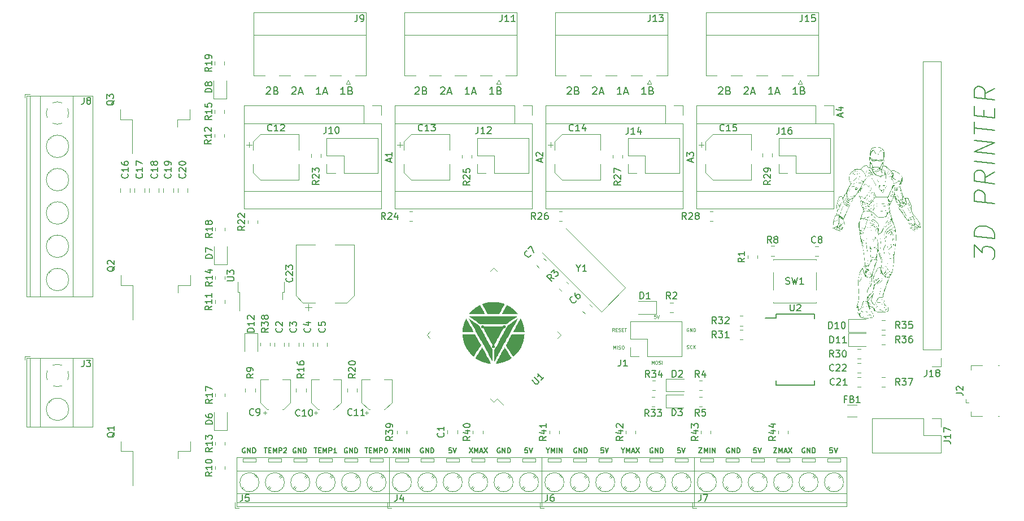
<source format=gbr>
%TF.GenerationSoftware,KiCad,Pcbnew,(6.0.5)*%
%TF.CreationDate,2022-12-16T11:23:46+03:00*%
%TF.ProjectId,3dprinter,33647072-696e-4746-9572-2e6b69636164,rev?*%
%TF.SameCoordinates,Original*%
%TF.FileFunction,Legend,Top*%
%TF.FilePolarity,Positive*%
%FSLAX46Y46*%
G04 Gerber Fmt 4.6, Leading zero omitted, Abs format (unit mm)*
G04 Created by KiCad (PCBNEW (6.0.5)) date 2022-12-16 11:23:46*
%MOMM*%
%LPD*%
G01*
G04 APERTURE LIST*
%ADD10C,0.125000*%
%ADD11C,0.187500*%
%ADD12C,0.150000*%
%ADD13C,0.120000*%
G04 APERTURE END LIST*
D10*
X201895237Y-94700000D02*
X201847618Y-94676190D01*
X201776190Y-94676190D01*
X201704761Y-94700000D01*
X201657142Y-94747619D01*
X201633332Y-94795238D01*
X201609523Y-94890476D01*
X201609523Y-94961904D01*
X201633332Y-95057142D01*
X201657142Y-95104761D01*
X201704761Y-95152380D01*
X201776190Y-95176190D01*
X201823809Y-95176190D01*
X201895237Y-95152380D01*
X201919047Y-95128571D01*
X201919047Y-94961904D01*
X201823809Y-94961904D01*
X202133332Y-95176190D02*
X202133332Y-94676190D01*
X202419047Y-95176190D01*
X202419047Y-94676190D01*
X202657142Y-95176190D02*
X202657142Y-94676190D01*
X202776190Y-94676190D01*
X202847618Y-94700000D01*
X202895237Y-94747619D01*
X202919047Y-94795238D01*
X202942856Y-94890476D01*
X202942856Y-94961904D01*
X202919047Y-95057142D01*
X202895237Y-95104761D01*
X202847618Y-95152380D01*
X202776190Y-95176190D01*
X202657142Y-95176190D01*
X201657142Y-97752380D02*
X201728571Y-97776190D01*
X201847619Y-97776190D01*
X201895238Y-97752380D01*
X201919047Y-97728571D01*
X201942857Y-97680952D01*
X201942857Y-97633333D01*
X201919047Y-97585714D01*
X201895238Y-97561904D01*
X201847619Y-97538095D01*
X201752380Y-97514285D01*
X201704761Y-97490476D01*
X201680952Y-97466666D01*
X201657142Y-97419047D01*
X201657142Y-97371428D01*
X201680952Y-97323809D01*
X201704761Y-97300000D01*
X201752380Y-97276190D01*
X201871428Y-97276190D01*
X201942857Y-97300000D01*
X202442857Y-97728571D02*
X202419047Y-97752380D01*
X202347619Y-97776190D01*
X202300000Y-97776190D01*
X202228571Y-97752380D01*
X202180952Y-97704761D01*
X202157142Y-97657142D01*
X202133333Y-97561904D01*
X202133333Y-97490476D01*
X202157142Y-97395238D01*
X202180952Y-97347619D01*
X202228571Y-97300000D01*
X202300000Y-97276190D01*
X202347619Y-97276190D01*
X202419047Y-97300000D01*
X202442857Y-97323809D01*
X202657142Y-97776190D02*
X202657142Y-97276190D01*
X202942857Y-97776190D02*
X202728571Y-97490476D01*
X202942857Y-97276190D02*
X202657142Y-97561904D01*
X196364285Y-100126190D02*
X196364285Y-99626190D01*
X196530952Y-99983333D01*
X196697619Y-99626190D01*
X196697619Y-100126190D01*
X197030952Y-99626190D02*
X197126190Y-99626190D01*
X197173809Y-99650000D01*
X197221428Y-99697619D01*
X197245238Y-99792857D01*
X197245238Y-99959523D01*
X197221428Y-100054761D01*
X197173809Y-100102380D01*
X197126190Y-100126190D01*
X197030952Y-100126190D01*
X196983333Y-100102380D01*
X196935714Y-100054761D01*
X196911904Y-99959523D01*
X196911904Y-99792857D01*
X196935714Y-99697619D01*
X196983333Y-99650000D01*
X197030952Y-99626190D01*
X197435714Y-100102380D02*
X197507142Y-100126190D01*
X197626190Y-100126190D01*
X197673809Y-100102380D01*
X197697619Y-100078571D01*
X197721428Y-100030952D01*
X197721428Y-99983333D01*
X197697619Y-99935714D01*
X197673809Y-99911904D01*
X197626190Y-99888095D01*
X197530952Y-99864285D01*
X197483333Y-99840476D01*
X197459523Y-99816666D01*
X197435714Y-99769047D01*
X197435714Y-99721428D01*
X197459523Y-99673809D01*
X197483333Y-99650000D01*
X197530952Y-99626190D01*
X197650000Y-99626190D01*
X197721428Y-99650000D01*
X197935714Y-100126190D02*
X197935714Y-99626190D01*
X190614285Y-97826190D02*
X190614285Y-97326190D01*
X190780952Y-97683333D01*
X190947619Y-97326190D01*
X190947619Y-97826190D01*
X191185714Y-97826190D02*
X191185714Y-97326190D01*
X191400000Y-97802380D02*
X191471428Y-97826190D01*
X191590476Y-97826190D01*
X191638095Y-97802380D01*
X191661904Y-97778571D01*
X191685714Y-97730952D01*
X191685714Y-97683333D01*
X191661904Y-97635714D01*
X191638095Y-97611904D01*
X191590476Y-97588095D01*
X191495238Y-97564285D01*
X191447619Y-97540476D01*
X191423809Y-97516666D01*
X191400000Y-97469047D01*
X191400000Y-97421428D01*
X191423809Y-97373809D01*
X191447619Y-97350000D01*
X191495238Y-97326190D01*
X191614285Y-97326190D01*
X191685714Y-97350000D01*
X191995238Y-97326190D02*
X192090476Y-97326190D01*
X192138095Y-97350000D01*
X192185714Y-97397619D01*
X192209523Y-97492857D01*
X192209523Y-97659523D01*
X192185714Y-97754761D01*
X192138095Y-97802380D01*
X192090476Y-97826190D01*
X191995238Y-97826190D01*
X191947619Y-97802380D01*
X191900000Y-97754761D01*
X191876190Y-97659523D01*
X191876190Y-97492857D01*
X191900000Y-97397619D01*
X191947619Y-97350000D01*
X191995238Y-97326190D01*
X190773809Y-95226190D02*
X190607142Y-94988095D01*
X190488095Y-95226190D02*
X190488095Y-94726190D01*
X190678571Y-94726190D01*
X190726190Y-94750000D01*
X190750000Y-94773809D01*
X190773809Y-94821428D01*
X190773809Y-94892857D01*
X190750000Y-94940476D01*
X190726190Y-94964285D01*
X190678571Y-94988095D01*
X190488095Y-94988095D01*
X190988095Y-94964285D02*
X191154761Y-94964285D01*
X191226190Y-95226190D02*
X190988095Y-95226190D01*
X190988095Y-94726190D01*
X191226190Y-94726190D01*
X191416666Y-95202380D02*
X191488095Y-95226190D01*
X191607142Y-95226190D01*
X191654761Y-95202380D01*
X191678571Y-95178571D01*
X191702380Y-95130952D01*
X191702380Y-95083333D01*
X191678571Y-95035714D01*
X191654761Y-95011904D01*
X191607142Y-94988095D01*
X191511904Y-94964285D01*
X191464285Y-94940476D01*
X191440476Y-94916666D01*
X191416666Y-94869047D01*
X191416666Y-94821428D01*
X191440476Y-94773809D01*
X191464285Y-94750000D01*
X191511904Y-94726190D01*
X191630952Y-94726190D01*
X191702380Y-94750000D01*
X191916666Y-94964285D02*
X192083333Y-94964285D01*
X192154761Y-95226190D02*
X191916666Y-95226190D01*
X191916666Y-94726190D01*
X192154761Y-94726190D01*
X192297619Y-94726190D02*
X192583333Y-94726190D01*
X192440476Y-95226190D02*
X192440476Y-94726190D01*
X197004761Y-92726190D02*
X196766666Y-92726190D01*
X196742857Y-92964285D01*
X196766666Y-92940476D01*
X196814285Y-92916666D01*
X196933333Y-92916666D01*
X196980952Y-92940476D01*
X197004761Y-92964285D01*
X197028571Y-93011904D01*
X197028571Y-93130952D01*
X197004761Y-93178571D01*
X196980952Y-93202380D01*
X196933333Y-93226190D01*
X196814285Y-93226190D01*
X196766666Y-93202380D01*
X196742857Y-93178571D01*
X197171428Y-92726190D02*
X197338095Y-93226190D01*
X197504761Y-92726190D01*
D11*
X214642857Y-112689285D02*
X215142857Y-112689285D01*
X214642857Y-113439285D01*
X215142857Y-113439285D01*
X215428571Y-113439285D02*
X215428571Y-112689285D01*
X215678571Y-113225000D01*
X215928571Y-112689285D01*
X215928571Y-113439285D01*
X216250000Y-113225000D02*
X216607142Y-113225000D01*
X216178571Y-113439285D02*
X216428571Y-112689285D01*
X216678571Y-113439285D01*
X216857142Y-112689285D02*
X217357142Y-113439285D01*
X217357142Y-112689285D02*
X216857142Y-113439285D01*
X189157142Y-112689285D02*
X188800000Y-112689285D01*
X188764285Y-113046428D01*
X188800000Y-113010714D01*
X188871428Y-112975000D01*
X189050000Y-112975000D01*
X189121428Y-113010714D01*
X189157142Y-113046428D01*
X189192857Y-113117857D01*
X189192857Y-113296428D01*
X189157142Y-113367857D01*
X189121428Y-113403571D01*
X189050000Y-113439285D01*
X188871428Y-113439285D01*
X188800000Y-113403571D01*
X188764285Y-113367857D01*
X189407142Y-112689285D02*
X189657142Y-113439285D01*
X189907142Y-112689285D01*
X150728571Y-112725000D02*
X150657142Y-112689285D01*
X150550000Y-112689285D01*
X150442857Y-112725000D01*
X150371428Y-112796428D01*
X150335714Y-112867857D01*
X150300000Y-113010714D01*
X150300000Y-113117857D01*
X150335714Y-113260714D01*
X150371428Y-113332142D01*
X150442857Y-113403571D01*
X150550000Y-113439285D01*
X150621428Y-113439285D01*
X150728571Y-113403571D01*
X150764285Y-113367857D01*
X150764285Y-113117857D01*
X150621428Y-113117857D01*
X151085714Y-113439285D02*
X151085714Y-112689285D01*
X151514285Y-113439285D01*
X151514285Y-112689285D01*
X151871428Y-113439285D02*
X151871428Y-112689285D01*
X152050000Y-112689285D01*
X152157142Y-112725000D01*
X152228571Y-112796428D01*
X152264285Y-112867857D01*
X152300000Y-113010714D01*
X152300000Y-113117857D01*
X152264285Y-113260714D01*
X152228571Y-113332142D01*
X152157142Y-113403571D01*
X152050000Y-113439285D01*
X151871428Y-113439285D01*
X200657142Y-112689285D02*
X200300000Y-112689285D01*
X200264285Y-113046428D01*
X200300000Y-113010714D01*
X200371428Y-112975000D01*
X200550000Y-112975000D01*
X200621428Y-113010714D01*
X200657142Y-113046428D01*
X200692857Y-113117857D01*
X200692857Y-113296428D01*
X200657142Y-113367857D01*
X200621428Y-113403571D01*
X200550000Y-113439285D01*
X200371428Y-113439285D01*
X200300000Y-113403571D01*
X200264285Y-113367857D01*
X200907142Y-112689285D02*
X201157142Y-113439285D01*
X201407142Y-112689285D01*
X138285714Y-112689285D02*
X138714285Y-112689285D01*
X138500000Y-113439285D02*
X138500000Y-112689285D01*
X138964285Y-113046428D02*
X139214285Y-113046428D01*
X139321428Y-113439285D02*
X138964285Y-113439285D01*
X138964285Y-112689285D01*
X139321428Y-112689285D01*
X139642857Y-113439285D02*
X139642857Y-112689285D01*
X139892857Y-113225000D01*
X140142857Y-112689285D01*
X140142857Y-113439285D01*
X140500000Y-113439285D02*
X140500000Y-112689285D01*
X140785714Y-112689285D01*
X140857142Y-112725000D01*
X140892857Y-112760714D01*
X140928571Y-112832142D01*
X140928571Y-112939285D01*
X140892857Y-113010714D01*
X140857142Y-113046428D01*
X140785714Y-113082142D01*
X140500000Y-113082142D01*
X141214285Y-112760714D02*
X141250000Y-112725000D01*
X141321428Y-112689285D01*
X141500000Y-112689285D01*
X141571428Y-112725000D01*
X141607142Y-112760714D01*
X141642857Y-112832142D01*
X141642857Y-112903571D01*
X141607142Y-113010714D01*
X141178571Y-113439285D01*
X141642857Y-113439285D01*
X135428571Y-112725000D02*
X135357142Y-112689285D01*
X135250000Y-112689285D01*
X135142857Y-112725000D01*
X135071428Y-112796428D01*
X135035714Y-112867857D01*
X135000000Y-113010714D01*
X135000000Y-113117857D01*
X135035714Y-113260714D01*
X135071428Y-113332142D01*
X135142857Y-113403571D01*
X135250000Y-113439285D01*
X135321428Y-113439285D01*
X135428571Y-113403571D01*
X135464285Y-113367857D01*
X135464285Y-113117857D01*
X135321428Y-113117857D01*
X135785714Y-113439285D02*
X135785714Y-112689285D01*
X136214285Y-113439285D01*
X136214285Y-112689285D01*
X136571428Y-113439285D02*
X136571428Y-112689285D01*
X136750000Y-112689285D01*
X136857142Y-112725000D01*
X136928571Y-112796428D01*
X136964285Y-112867857D01*
X137000000Y-113010714D01*
X137000000Y-113117857D01*
X136964285Y-113260714D01*
X136928571Y-113332142D01*
X136857142Y-113403571D01*
X136750000Y-113439285D01*
X136571428Y-113439285D01*
D12*
X244757142Y-84037589D02*
X244757142Y-82180446D01*
X245900000Y-83323303D01*
X245900000Y-82894732D01*
X246042857Y-82626875D01*
X246185714Y-82501875D01*
X246471428Y-82394732D01*
X247185714Y-82484017D01*
X247471428Y-82662589D01*
X247614285Y-82823303D01*
X247757142Y-83126875D01*
X247757142Y-83984017D01*
X247614285Y-84251875D01*
X247471428Y-84376875D01*
X247757142Y-81269732D02*
X244757142Y-80894732D01*
X244757142Y-80180446D01*
X244900000Y-79769732D01*
X245185714Y-79519732D01*
X245471428Y-79412589D01*
X246042857Y-79341160D01*
X246471428Y-79394732D01*
X247042857Y-79609017D01*
X247328571Y-79787589D01*
X247614285Y-80109017D01*
X247757142Y-80555446D01*
X247757142Y-81269732D01*
X247757142Y-75984017D02*
X244757142Y-75609017D01*
X244757142Y-74466160D01*
X244900000Y-74198303D01*
X245042857Y-74073303D01*
X245328571Y-73966160D01*
X245757142Y-74019732D01*
X246042857Y-74198303D01*
X246185714Y-74359017D01*
X246328571Y-74662589D01*
X246328571Y-75805446D01*
X247757142Y-71269732D02*
X246328571Y-72091160D01*
X247757142Y-72984017D02*
X244757142Y-72609017D01*
X244757142Y-71466160D01*
X244900000Y-71198303D01*
X245042857Y-71073303D01*
X245328571Y-70966160D01*
X245757142Y-71019732D01*
X246042857Y-71198303D01*
X246185714Y-71359017D01*
X246328571Y-71662589D01*
X246328571Y-72805446D01*
X247757142Y-69984017D02*
X244757142Y-69609017D01*
X247757142Y-68555446D02*
X244757142Y-68180446D01*
X247757142Y-66841160D01*
X244757142Y-66466160D01*
X244757142Y-65466160D02*
X244757142Y-63751875D01*
X247757142Y-64984017D02*
X244757142Y-64609017D01*
X246185714Y-62930446D02*
X246185714Y-61930446D01*
X247757142Y-61698303D02*
X247757142Y-63126875D01*
X244757142Y-62751875D01*
X244757142Y-61323303D01*
X247757142Y-58698303D02*
X246328571Y-59519732D01*
X247757142Y-60412589D02*
X244757142Y-60037589D01*
X244757142Y-58894732D01*
X244900000Y-58626875D01*
X245042857Y-58501875D01*
X245328571Y-58394732D01*
X245757142Y-58448303D01*
X246042857Y-58626875D01*
X246185714Y-58787589D01*
X246328571Y-59091160D01*
X246328571Y-60234017D01*
X206417142Y-58602380D02*
X206469523Y-58550000D01*
X206574285Y-58497619D01*
X206836190Y-58497619D01*
X206940952Y-58550000D01*
X206993333Y-58602380D01*
X207045714Y-58707142D01*
X207045714Y-58811904D01*
X206993333Y-58969047D01*
X206364761Y-59597619D01*
X207045714Y-59597619D01*
X207883809Y-59021428D02*
X208040952Y-59073809D01*
X208093333Y-59126190D01*
X208145714Y-59230952D01*
X208145714Y-59388095D01*
X208093333Y-59492857D01*
X208040952Y-59545238D01*
X207936190Y-59597619D01*
X207517142Y-59597619D01*
X207517142Y-58497619D01*
X207883809Y-58497619D01*
X207988571Y-58550000D01*
X208040952Y-58602380D01*
X208093333Y-58707142D01*
X208093333Y-58811904D01*
X208040952Y-58916666D01*
X207988571Y-58969047D01*
X207883809Y-59021428D01*
X207517142Y-59021428D01*
X210240952Y-58602380D02*
X210293333Y-58550000D01*
X210398095Y-58497619D01*
X210660000Y-58497619D01*
X210764761Y-58550000D01*
X210817142Y-58602380D01*
X210869523Y-58707142D01*
X210869523Y-58811904D01*
X210817142Y-58969047D01*
X210188571Y-59597619D01*
X210869523Y-59597619D01*
X211288571Y-59283333D02*
X211812380Y-59283333D01*
X211183809Y-59597619D02*
X211550476Y-58497619D01*
X211917142Y-59597619D01*
X214536190Y-59597619D02*
X213907619Y-59597619D01*
X214221904Y-59597619D02*
X214221904Y-58497619D01*
X214117142Y-58654761D01*
X214012380Y-58759523D01*
X213907619Y-58811904D01*
X214955238Y-59283333D02*
X215479047Y-59283333D01*
X214850476Y-59597619D02*
X215217142Y-58497619D01*
X215583809Y-59597619D01*
X218202857Y-59597619D02*
X217574285Y-59597619D01*
X217888571Y-59597619D02*
X217888571Y-58497619D01*
X217783809Y-58654761D01*
X217679047Y-58759523D01*
X217574285Y-58811904D01*
X219040952Y-59021428D02*
X219198095Y-59073809D01*
X219250476Y-59126190D01*
X219302857Y-59230952D01*
X219302857Y-59388095D01*
X219250476Y-59492857D01*
X219198095Y-59545238D01*
X219093333Y-59597619D01*
X218674285Y-59597619D01*
X218674285Y-58497619D01*
X219040952Y-58497619D01*
X219145714Y-58550000D01*
X219198095Y-58602380D01*
X219250476Y-58707142D01*
X219250476Y-58811904D01*
X219198095Y-58916666D01*
X219145714Y-58969047D01*
X219040952Y-59021428D01*
X218674285Y-59021428D01*
D11*
X177757142Y-112689285D02*
X177400000Y-112689285D01*
X177364285Y-113046428D01*
X177400000Y-113010714D01*
X177471428Y-112975000D01*
X177650000Y-112975000D01*
X177721428Y-113010714D01*
X177757142Y-113046428D01*
X177792857Y-113117857D01*
X177792857Y-113296428D01*
X177757142Y-113367857D01*
X177721428Y-113403571D01*
X177650000Y-113439285D01*
X177471428Y-113439285D01*
X177400000Y-113403571D01*
X177364285Y-113367857D01*
X178007142Y-112689285D02*
X178257142Y-113439285D01*
X178507142Y-112689285D01*
X208028571Y-112725000D02*
X207957142Y-112689285D01*
X207850000Y-112689285D01*
X207742857Y-112725000D01*
X207671428Y-112796428D01*
X207635714Y-112867857D01*
X207600000Y-113010714D01*
X207600000Y-113117857D01*
X207635714Y-113260714D01*
X207671428Y-113332142D01*
X207742857Y-113403571D01*
X207850000Y-113439285D01*
X207921428Y-113439285D01*
X208028571Y-113403571D01*
X208064285Y-113367857D01*
X208064285Y-113117857D01*
X207921428Y-113117857D01*
X208385714Y-113439285D02*
X208385714Y-112689285D01*
X208814285Y-113439285D01*
X208814285Y-112689285D01*
X209171428Y-113439285D02*
X209171428Y-112689285D01*
X209350000Y-112689285D01*
X209457142Y-112725000D01*
X209528571Y-112796428D01*
X209564285Y-112867857D01*
X209600000Y-113010714D01*
X209600000Y-113117857D01*
X209564285Y-113260714D01*
X209528571Y-113332142D01*
X209457142Y-113403571D01*
X209350000Y-113439285D01*
X209171428Y-113439285D01*
X143028571Y-112725000D02*
X142957142Y-112689285D01*
X142850000Y-112689285D01*
X142742857Y-112725000D01*
X142671428Y-112796428D01*
X142635714Y-112867857D01*
X142600000Y-113010714D01*
X142600000Y-113117857D01*
X142635714Y-113260714D01*
X142671428Y-113332142D01*
X142742857Y-113403571D01*
X142850000Y-113439285D01*
X142921428Y-113439285D01*
X143028571Y-113403571D01*
X143064285Y-113367857D01*
X143064285Y-113117857D01*
X142921428Y-113117857D01*
X143385714Y-113439285D02*
X143385714Y-112689285D01*
X143814285Y-113439285D01*
X143814285Y-112689285D01*
X144171428Y-113439285D02*
X144171428Y-112689285D01*
X144350000Y-112689285D01*
X144457142Y-112725000D01*
X144528571Y-112796428D01*
X144564285Y-112867857D01*
X144600000Y-113010714D01*
X144600000Y-113117857D01*
X144564285Y-113260714D01*
X144528571Y-113332142D01*
X144457142Y-113403571D01*
X144350000Y-113439285D01*
X144171428Y-113439285D01*
X180800000Y-113082142D02*
X180800000Y-113439285D01*
X180550000Y-112689285D02*
X180800000Y-113082142D01*
X181050000Y-112689285D01*
X181300000Y-113439285D02*
X181300000Y-112689285D01*
X181550000Y-113225000D01*
X181800000Y-112689285D01*
X181800000Y-113439285D01*
X182157142Y-113439285D02*
X182157142Y-112689285D01*
X182514285Y-113439285D02*
X182514285Y-112689285D01*
X182942857Y-113439285D01*
X182942857Y-112689285D01*
X203450000Y-112689285D02*
X203950000Y-112689285D01*
X203450000Y-113439285D01*
X203950000Y-113439285D01*
X204235714Y-113439285D02*
X204235714Y-112689285D01*
X204485714Y-113225000D01*
X204735714Y-112689285D01*
X204735714Y-113439285D01*
X205092857Y-113439285D02*
X205092857Y-112689285D01*
X205450000Y-113439285D02*
X205450000Y-112689285D01*
X205878571Y-113439285D01*
X205878571Y-112689285D01*
X169042857Y-112689285D02*
X169542857Y-113439285D01*
X169542857Y-112689285D02*
X169042857Y-113439285D01*
X169828571Y-113439285D02*
X169828571Y-112689285D01*
X170078571Y-113225000D01*
X170328571Y-112689285D01*
X170328571Y-113439285D01*
X170650000Y-113225000D02*
X171007142Y-113225000D01*
X170578571Y-113439285D02*
X170828571Y-112689285D01*
X171078571Y-113439285D01*
X171257142Y-112689285D02*
X171757142Y-113439285D01*
X171757142Y-112689285D02*
X171257142Y-113439285D01*
X153385714Y-112689285D02*
X153814285Y-112689285D01*
X153600000Y-113439285D02*
X153600000Y-112689285D01*
X154064285Y-113046428D02*
X154314285Y-113046428D01*
X154421428Y-113439285D02*
X154064285Y-113439285D01*
X154064285Y-112689285D01*
X154421428Y-112689285D01*
X154742857Y-113439285D02*
X154742857Y-112689285D01*
X154992857Y-113225000D01*
X155242857Y-112689285D01*
X155242857Y-113439285D01*
X155600000Y-113439285D02*
X155600000Y-112689285D01*
X155885714Y-112689285D01*
X155957142Y-112725000D01*
X155992857Y-112760714D01*
X156028571Y-112832142D01*
X156028571Y-112939285D01*
X155992857Y-113010714D01*
X155957142Y-113046428D01*
X155885714Y-113082142D01*
X155600000Y-113082142D01*
X156492857Y-112689285D02*
X156564285Y-112689285D01*
X156635714Y-112725000D01*
X156671428Y-112760714D01*
X156707142Y-112832142D01*
X156742857Y-112975000D01*
X156742857Y-113153571D01*
X156707142Y-113296428D01*
X156671428Y-113367857D01*
X156635714Y-113403571D01*
X156564285Y-113439285D01*
X156492857Y-113439285D01*
X156421428Y-113403571D01*
X156385714Y-113367857D01*
X156350000Y-113296428D01*
X156314285Y-113153571D01*
X156314285Y-112975000D01*
X156350000Y-112832142D01*
X156385714Y-112760714D01*
X156421428Y-112725000D01*
X156492857Y-112689285D01*
D12*
X138617142Y-58602380D02*
X138669523Y-58550000D01*
X138774285Y-58497619D01*
X139036190Y-58497619D01*
X139140952Y-58550000D01*
X139193333Y-58602380D01*
X139245714Y-58707142D01*
X139245714Y-58811904D01*
X139193333Y-58969047D01*
X138564761Y-59597619D01*
X139245714Y-59597619D01*
X140083809Y-59021428D02*
X140240952Y-59073809D01*
X140293333Y-59126190D01*
X140345714Y-59230952D01*
X140345714Y-59388095D01*
X140293333Y-59492857D01*
X140240952Y-59545238D01*
X140136190Y-59597619D01*
X139717142Y-59597619D01*
X139717142Y-58497619D01*
X140083809Y-58497619D01*
X140188571Y-58550000D01*
X140240952Y-58602380D01*
X140293333Y-58707142D01*
X140293333Y-58811904D01*
X140240952Y-58916666D01*
X140188571Y-58969047D01*
X140083809Y-59021428D01*
X139717142Y-59021428D01*
X142440952Y-58602380D02*
X142493333Y-58550000D01*
X142598095Y-58497619D01*
X142860000Y-58497619D01*
X142964761Y-58550000D01*
X143017142Y-58602380D01*
X143069523Y-58707142D01*
X143069523Y-58811904D01*
X143017142Y-58969047D01*
X142388571Y-59597619D01*
X143069523Y-59597619D01*
X143488571Y-59283333D02*
X144012380Y-59283333D01*
X143383809Y-59597619D02*
X143750476Y-58497619D01*
X144117142Y-59597619D01*
X146736190Y-59597619D02*
X146107619Y-59597619D01*
X146421904Y-59597619D02*
X146421904Y-58497619D01*
X146317142Y-58654761D01*
X146212380Y-58759523D01*
X146107619Y-58811904D01*
X147155238Y-59283333D02*
X147679047Y-59283333D01*
X147050476Y-59597619D02*
X147417142Y-58497619D01*
X147783809Y-59597619D01*
X150402857Y-59597619D02*
X149774285Y-59597619D01*
X150088571Y-59597619D02*
X150088571Y-58497619D01*
X149983809Y-58654761D01*
X149879047Y-58759523D01*
X149774285Y-58811904D01*
X151240952Y-59021428D02*
X151398095Y-59073809D01*
X151450476Y-59126190D01*
X151502857Y-59230952D01*
X151502857Y-59388095D01*
X151450476Y-59492857D01*
X151398095Y-59545238D01*
X151293333Y-59597619D01*
X150874285Y-59597619D01*
X150874285Y-58497619D01*
X151240952Y-58497619D01*
X151345714Y-58550000D01*
X151398095Y-58602380D01*
X151450476Y-58707142D01*
X151450476Y-58811904D01*
X151398095Y-58916666D01*
X151345714Y-58969047D01*
X151240952Y-59021428D01*
X150874285Y-59021428D01*
D11*
X145785714Y-112689285D02*
X146214285Y-112689285D01*
X146000000Y-113439285D02*
X146000000Y-112689285D01*
X146464285Y-113046428D02*
X146714285Y-113046428D01*
X146821428Y-113439285D02*
X146464285Y-113439285D01*
X146464285Y-112689285D01*
X146821428Y-112689285D01*
X147142857Y-113439285D02*
X147142857Y-112689285D01*
X147392857Y-113225000D01*
X147642857Y-112689285D01*
X147642857Y-113439285D01*
X148000000Y-113439285D02*
X148000000Y-112689285D01*
X148285714Y-112689285D01*
X148357142Y-112725000D01*
X148392857Y-112760714D01*
X148428571Y-112832142D01*
X148428571Y-112939285D01*
X148392857Y-113010714D01*
X148357142Y-113046428D01*
X148285714Y-113082142D01*
X148000000Y-113082142D01*
X149142857Y-113439285D02*
X148714285Y-113439285D01*
X148928571Y-113439285D02*
X148928571Y-112689285D01*
X148857142Y-112796428D01*
X148785714Y-112867857D01*
X148714285Y-112903571D01*
X173628571Y-112725000D02*
X173557142Y-112689285D01*
X173450000Y-112689285D01*
X173342857Y-112725000D01*
X173271428Y-112796428D01*
X173235714Y-112867857D01*
X173200000Y-113010714D01*
X173200000Y-113117857D01*
X173235714Y-113260714D01*
X173271428Y-113332142D01*
X173342857Y-113403571D01*
X173450000Y-113439285D01*
X173521428Y-113439285D01*
X173628571Y-113403571D01*
X173664285Y-113367857D01*
X173664285Y-113117857D01*
X173521428Y-113117857D01*
X173985714Y-113439285D02*
X173985714Y-112689285D01*
X174414285Y-113439285D01*
X174414285Y-112689285D01*
X174771428Y-113439285D02*
X174771428Y-112689285D01*
X174950000Y-112689285D01*
X175057142Y-112725000D01*
X175128571Y-112796428D01*
X175164285Y-112867857D01*
X175200000Y-113010714D01*
X175200000Y-113117857D01*
X175164285Y-113260714D01*
X175128571Y-113332142D01*
X175057142Y-113403571D01*
X174950000Y-113439285D01*
X174771428Y-113439285D01*
X212057142Y-112689285D02*
X211700000Y-112689285D01*
X211664285Y-113046428D01*
X211700000Y-113010714D01*
X211771428Y-112975000D01*
X211950000Y-112975000D01*
X212021428Y-113010714D01*
X212057142Y-113046428D01*
X212092857Y-113117857D01*
X212092857Y-113296428D01*
X212057142Y-113367857D01*
X212021428Y-113403571D01*
X211950000Y-113439285D01*
X211771428Y-113439285D01*
X211700000Y-113403571D01*
X211664285Y-113367857D01*
X212307142Y-112689285D02*
X212557142Y-113439285D01*
X212807142Y-112689285D01*
X157650000Y-112689285D02*
X158150000Y-113439285D01*
X158150000Y-112689285D02*
X157650000Y-113439285D01*
X158435714Y-113439285D02*
X158435714Y-112689285D01*
X158685714Y-113225000D01*
X158935714Y-112689285D01*
X158935714Y-113439285D01*
X159292857Y-113439285D02*
X159292857Y-112689285D01*
X159650000Y-113439285D02*
X159650000Y-112689285D01*
X160078571Y-113439285D01*
X160078571Y-112689285D01*
X219328571Y-112725000D02*
X219257142Y-112689285D01*
X219150000Y-112689285D01*
X219042857Y-112725000D01*
X218971428Y-112796428D01*
X218935714Y-112867857D01*
X218900000Y-113010714D01*
X218900000Y-113117857D01*
X218935714Y-113260714D01*
X218971428Y-113332142D01*
X219042857Y-113403571D01*
X219150000Y-113439285D01*
X219221428Y-113439285D01*
X219328571Y-113403571D01*
X219364285Y-113367857D01*
X219364285Y-113117857D01*
X219221428Y-113117857D01*
X219685714Y-113439285D02*
X219685714Y-112689285D01*
X220114285Y-113439285D01*
X220114285Y-112689285D01*
X220471428Y-113439285D02*
X220471428Y-112689285D01*
X220650000Y-112689285D01*
X220757142Y-112725000D01*
X220828571Y-112796428D01*
X220864285Y-112867857D01*
X220900000Y-113010714D01*
X220900000Y-113117857D01*
X220864285Y-113260714D01*
X220828571Y-113332142D01*
X220757142Y-113403571D01*
X220650000Y-113439285D01*
X220471428Y-113439285D01*
X185128571Y-112725000D02*
X185057142Y-112689285D01*
X184950000Y-112689285D01*
X184842857Y-112725000D01*
X184771428Y-112796428D01*
X184735714Y-112867857D01*
X184700000Y-113010714D01*
X184700000Y-113117857D01*
X184735714Y-113260714D01*
X184771428Y-113332142D01*
X184842857Y-113403571D01*
X184950000Y-113439285D01*
X185021428Y-113439285D01*
X185128571Y-113403571D01*
X185164285Y-113367857D01*
X185164285Y-113117857D01*
X185021428Y-113117857D01*
X185485714Y-113439285D02*
X185485714Y-112689285D01*
X185914285Y-113439285D01*
X185914285Y-112689285D01*
X186271428Y-113439285D02*
X186271428Y-112689285D01*
X186450000Y-112689285D01*
X186557142Y-112725000D01*
X186628571Y-112796428D01*
X186664285Y-112867857D01*
X186700000Y-113010714D01*
X186700000Y-113117857D01*
X186664285Y-113260714D01*
X186628571Y-113332142D01*
X186557142Y-113403571D01*
X186450000Y-113439285D01*
X186271428Y-113439285D01*
X196528571Y-112725000D02*
X196457142Y-112689285D01*
X196350000Y-112689285D01*
X196242857Y-112725000D01*
X196171428Y-112796428D01*
X196135714Y-112867857D01*
X196100000Y-113010714D01*
X196100000Y-113117857D01*
X196135714Y-113260714D01*
X196171428Y-113332142D01*
X196242857Y-113403571D01*
X196350000Y-113439285D01*
X196421428Y-113439285D01*
X196528571Y-113403571D01*
X196564285Y-113367857D01*
X196564285Y-113117857D01*
X196421428Y-113117857D01*
X196885714Y-113439285D02*
X196885714Y-112689285D01*
X197314285Y-113439285D01*
X197314285Y-112689285D01*
X197671428Y-113439285D02*
X197671428Y-112689285D01*
X197850000Y-112689285D01*
X197957142Y-112725000D01*
X198028571Y-112796428D01*
X198064285Y-112867857D01*
X198100000Y-113010714D01*
X198100000Y-113117857D01*
X198064285Y-113260714D01*
X198028571Y-113332142D01*
X197957142Y-113403571D01*
X197850000Y-113439285D01*
X197671428Y-113439285D01*
X166357142Y-112689285D02*
X166000000Y-112689285D01*
X165964285Y-113046428D01*
X166000000Y-113010714D01*
X166071428Y-112975000D01*
X166250000Y-112975000D01*
X166321428Y-113010714D01*
X166357142Y-113046428D01*
X166392857Y-113117857D01*
X166392857Y-113296428D01*
X166357142Y-113367857D01*
X166321428Y-113403571D01*
X166250000Y-113439285D01*
X166071428Y-113439285D01*
X166000000Y-113403571D01*
X165964285Y-113367857D01*
X166607142Y-112689285D02*
X166857142Y-113439285D01*
X167107142Y-112689285D01*
X223457142Y-112689285D02*
X223100000Y-112689285D01*
X223064285Y-113046428D01*
X223100000Y-113010714D01*
X223171428Y-112975000D01*
X223350000Y-112975000D01*
X223421428Y-113010714D01*
X223457142Y-113046428D01*
X223492857Y-113117857D01*
X223492857Y-113296428D01*
X223457142Y-113367857D01*
X223421428Y-113403571D01*
X223350000Y-113439285D01*
X223171428Y-113439285D01*
X223100000Y-113403571D01*
X223064285Y-113367857D01*
X223707142Y-112689285D02*
X223957142Y-113439285D01*
X224207142Y-112689285D01*
D12*
X183717142Y-58602380D02*
X183769523Y-58550000D01*
X183874285Y-58497619D01*
X184136190Y-58497619D01*
X184240952Y-58550000D01*
X184293333Y-58602380D01*
X184345714Y-58707142D01*
X184345714Y-58811904D01*
X184293333Y-58969047D01*
X183664761Y-59597619D01*
X184345714Y-59597619D01*
X185183809Y-59021428D02*
X185340952Y-59073809D01*
X185393333Y-59126190D01*
X185445714Y-59230952D01*
X185445714Y-59388095D01*
X185393333Y-59492857D01*
X185340952Y-59545238D01*
X185236190Y-59597619D01*
X184817142Y-59597619D01*
X184817142Y-58497619D01*
X185183809Y-58497619D01*
X185288571Y-58550000D01*
X185340952Y-58602380D01*
X185393333Y-58707142D01*
X185393333Y-58811904D01*
X185340952Y-58916666D01*
X185288571Y-58969047D01*
X185183809Y-59021428D01*
X184817142Y-59021428D01*
X187540952Y-58602380D02*
X187593333Y-58550000D01*
X187698095Y-58497619D01*
X187960000Y-58497619D01*
X188064761Y-58550000D01*
X188117142Y-58602380D01*
X188169523Y-58707142D01*
X188169523Y-58811904D01*
X188117142Y-58969047D01*
X187488571Y-59597619D01*
X188169523Y-59597619D01*
X188588571Y-59283333D02*
X189112380Y-59283333D01*
X188483809Y-59597619D02*
X188850476Y-58497619D01*
X189217142Y-59597619D01*
X191836190Y-59597619D02*
X191207619Y-59597619D01*
X191521904Y-59597619D02*
X191521904Y-58497619D01*
X191417142Y-58654761D01*
X191312380Y-58759523D01*
X191207619Y-58811904D01*
X192255238Y-59283333D02*
X192779047Y-59283333D01*
X192150476Y-59597619D02*
X192517142Y-58497619D01*
X192883809Y-59597619D01*
X195502857Y-59597619D02*
X194874285Y-59597619D01*
X195188571Y-59597619D02*
X195188571Y-58497619D01*
X195083809Y-58654761D01*
X194979047Y-58759523D01*
X194874285Y-58811904D01*
X196340952Y-59021428D02*
X196498095Y-59073809D01*
X196550476Y-59126190D01*
X196602857Y-59230952D01*
X196602857Y-59388095D01*
X196550476Y-59492857D01*
X196498095Y-59545238D01*
X196393333Y-59597619D01*
X195974285Y-59597619D01*
X195974285Y-58497619D01*
X196340952Y-58497619D01*
X196445714Y-58550000D01*
X196498095Y-58602380D01*
X196550476Y-58707142D01*
X196550476Y-58811904D01*
X196498095Y-58916666D01*
X196445714Y-58969047D01*
X196340952Y-59021428D01*
X195974285Y-59021428D01*
D11*
X162128571Y-112725000D02*
X162057142Y-112689285D01*
X161950000Y-112689285D01*
X161842857Y-112725000D01*
X161771428Y-112796428D01*
X161735714Y-112867857D01*
X161700000Y-113010714D01*
X161700000Y-113117857D01*
X161735714Y-113260714D01*
X161771428Y-113332142D01*
X161842857Y-113403571D01*
X161950000Y-113439285D01*
X162021428Y-113439285D01*
X162128571Y-113403571D01*
X162164285Y-113367857D01*
X162164285Y-113117857D01*
X162021428Y-113117857D01*
X162485714Y-113439285D02*
X162485714Y-112689285D01*
X162914285Y-113439285D01*
X162914285Y-112689285D01*
X163271428Y-113439285D02*
X163271428Y-112689285D01*
X163450000Y-112689285D01*
X163557142Y-112725000D01*
X163628571Y-112796428D01*
X163664285Y-112867857D01*
X163700000Y-113010714D01*
X163700000Y-113117857D01*
X163664285Y-113260714D01*
X163628571Y-113332142D01*
X163557142Y-113403571D01*
X163450000Y-113439285D01*
X163271428Y-113439285D01*
D12*
X160917142Y-58602380D02*
X160969523Y-58550000D01*
X161074285Y-58497619D01*
X161336190Y-58497619D01*
X161440952Y-58550000D01*
X161493333Y-58602380D01*
X161545714Y-58707142D01*
X161545714Y-58811904D01*
X161493333Y-58969047D01*
X160864761Y-59597619D01*
X161545714Y-59597619D01*
X162383809Y-59021428D02*
X162540952Y-59073809D01*
X162593333Y-59126190D01*
X162645714Y-59230952D01*
X162645714Y-59388095D01*
X162593333Y-59492857D01*
X162540952Y-59545238D01*
X162436190Y-59597619D01*
X162017142Y-59597619D01*
X162017142Y-58497619D01*
X162383809Y-58497619D01*
X162488571Y-58550000D01*
X162540952Y-58602380D01*
X162593333Y-58707142D01*
X162593333Y-58811904D01*
X162540952Y-58916666D01*
X162488571Y-58969047D01*
X162383809Y-59021428D01*
X162017142Y-59021428D01*
X164740952Y-58602380D02*
X164793333Y-58550000D01*
X164898095Y-58497619D01*
X165160000Y-58497619D01*
X165264761Y-58550000D01*
X165317142Y-58602380D01*
X165369523Y-58707142D01*
X165369523Y-58811904D01*
X165317142Y-58969047D01*
X164688571Y-59597619D01*
X165369523Y-59597619D01*
X165788571Y-59283333D02*
X166312380Y-59283333D01*
X165683809Y-59597619D02*
X166050476Y-58497619D01*
X166417142Y-59597619D01*
X169036190Y-59597619D02*
X168407619Y-59597619D01*
X168721904Y-59597619D02*
X168721904Y-58497619D01*
X168617142Y-58654761D01*
X168512380Y-58759523D01*
X168407619Y-58811904D01*
X169455238Y-59283333D02*
X169979047Y-59283333D01*
X169350476Y-59597619D02*
X169717142Y-58497619D01*
X170083809Y-59597619D01*
X172702857Y-59597619D02*
X172074285Y-59597619D01*
X172388571Y-59597619D02*
X172388571Y-58497619D01*
X172283809Y-58654761D01*
X172179047Y-58759523D01*
X172074285Y-58811904D01*
X173540952Y-59021428D02*
X173698095Y-59073809D01*
X173750476Y-59126190D01*
X173802857Y-59230952D01*
X173802857Y-59388095D01*
X173750476Y-59492857D01*
X173698095Y-59545238D01*
X173593333Y-59597619D01*
X173174285Y-59597619D01*
X173174285Y-58497619D01*
X173540952Y-58497619D01*
X173645714Y-58550000D01*
X173698095Y-58602380D01*
X173750476Y-58707142D01*
X173750476Y-58811904D01*
X173698095Y-58916666D01*
X173645714Y-58969047D01*
X173540952Y-59021428D01*
X173174285Y-59021428D01*
D11*
X192092857Y-113082142D02*
X192092857Y-113439285D01*
X191842857Y-112689285D02*
X192092857Y-113082142D01*
X192342857Y-112689285D01*
X192592857Y-113439285D02*
X192592857Y-112689285D01*
X192842857Y-113225000D01*
X193092857Y-112689285D01*
X193092857Y-113439285D01*
X193414285Y-113225000D02*
X193771428Y-113225000D01*
X193342857Y-113439285D02*
X193592857Y-112689285D01*
X193842857Y-113439285D01*
X194021428Y-112689285D02*
X194521428Y-113439285D01*
X194521428Y-112689285D02*
X194021428Y-113439285D01*
D12*
%TO.C,Q1*%
X115872619Y-110345238D02*
X115825000Y-110440476D01*
X115729761Y-110535714D01*
X115586904Y-110678571D01*
X115539285Y-110773809D01*
X115539285Y-110869047D01*
X115777380Y-110821428D02*
X115729761Y-110916666D01*
X115634523Y-111011904D01*
X115444047Y-111059523D01*
X115110714Y-111059523D01*
X114920238Y-111011904D01*
X114825000Y-110916666D01*
X114777380Y-110821428D01*
X114777380Y-110630952D01*
X114825000Y-110535714D01*
X114920238Y-110440476D01*
X115110714Y-110392857D01*
X115444047Y-110392857D01*
X115634523Y-110440476D01*
X115729761Y-110535714D01*
X115777380Y-110630952D01*
X115777380Y-110821428D01*
X115777380Y-109440476D02*
X115777380Y-110011904D01*
X115777380Y-109726190D02*
X114777380Y-109726190D01*
X114920238Y-109821428D01*
X115015476Y-109916666D01*
X115063095Y-110011904D01*
%TO.C,Q2*%
X115872619Y-85420238D02*
X115825000Y-85515476D01*
X115729761Y-85610714D01*
X115586904Y-85753571D01*
X115539285Y-85848809D01*
X115539285Y-85944047D01*
X115777380Y-85896428D02*
X115729761Y-85991666D01*
X115634523Y-86086904D01*
X115444047Y-86134523D01*
X115110714Y-86134523D01*
X114920238Y-86086904D01*
X114825000Y-85991666D01*
X114777380Y-85896428D01*
X114777380Y-85705952D01*
X114825000Y-85610714D01*
X114920238Y-85515476D01*
X115110714Y-85467857D01*
X115444047Y-85467857D01*
X115634523Y-85515476D01*
X115729761Y-85610714D01*
X115777380Y-85705952D01*
X115777380Y-85896428D01*
X114872619Y-85086904D02*
X114825000Y-85039285D01*
X114777380Y-84944047D01*
X114777380Y-84705952D01*
X114825000Y-84610714D01*
X114872619Y-84563095D01*
X114967857Y-84515476D01*
X115063095Y-84515476D01*
X115205952Y-84563095D01*
X115777380Y-85134523D01*
X115777380Y-84515476D01*
%TO.C,R12*%
X130352380Y-66442857D02*
X129876190Y-66776190D01*
X130352380Y-67014285D02*
X129352380Y-67014285D01*
X129352380Y-66633333D01*
X129400000Y-66538095D01*
X129447619Y-66490476D01*
X129542857Y-66442857D01*
X129685714Y-66442857D01*
X129780952Y-66490476D01*
X129828571Y-66538095D01*
X129876190Y-66633333D01*
X129876190Y-67014285D01*
X130352380Y-65490476D02*
X130352380Y-66061904D01*
X130352380Y-65776190D02*
X129352380Y-65776190D01*
X129495238Y-65871428D01*
X129590476Y-65966666D01*
X129638095Y-66061904D01*
X129447619Y-65109523D02*
X129400000Y-65061904D01*
X129352380Y-64966666D01*
X129352380Y-64728571D01*
X129400000Y-64633333D01*
X129447619Y-64585714D01*
X129542857Y-64538095D01*
X129638095Y-64538095D01*
X129780952Y-64585714D01*
X130352380Y-65157142D01*
X130352380Y-64538095D01*
%TO.C,D11*%
X223098215Y-96911129D02*
X223098215Y-95911129D01*
X223336310Y-95911129D01*
X223479167Y-95958749D01*
X223574405Y-96053987D01*
X223622024Y-96149225D01*
X223669643Y-96339701D01*
X223669643Y-96482558D01*
X223622024Y-96673034D01*
X223574405Y-96768272D01*
X223479167Y-96863510D01*
X223336310Y-96911129D01*
X223098215Y-96911129D01*
X224622024Y-96911129D02*
X224050596Y-96911129D01*
X224336310Y-96911129D02*
X224336310Y-95911129D01*
X224241072Y-96053987D01*
X224145834Y-96149225D01*
X224050596Y-96196844D01*
X225574405Y-96911129D02*
X225002977Y-96911129D01*
X225288691Y-96911129D02*
X225288691Y-95911129D01*
X225193453Y-96053987D01*
X225098215Y-96149225D01*
X225002977Y-96196844D01*
%TO.C,D12*%
X136752380Y-95251785D02*
X135752380Y-95251785D01*
X135752380Y-95013690D01*
X135800000Y-94870833D01*
X135895238Y-94775595D01*
X135990476Y-94727976D01*
X136180952Y-94680357D01*
X136323809Y-94680357D01*
X136514285Y-94727976D01*
X136609523Y-94775595D01*
X136704761Y-94870833D01*
X136752380Y-95013690D01*
X136752380Y-95251785D01*
X136752380Y-93727976D02*
X136752380Y-94299404D01*
X136752380Y-94013690D02*
X135752380Y-94013690D01*
X135895238Y-94108928D01*
X135990476Y-94204166D01*
X136038095Y-94299404D01*
X135847619Y-93347023D02*
X135800000Y-93299404D01*
X135752380Y-93204166D01*
X135752380Y-92966071D01*
X135800000Y-92870833D01*
X135847619Y-92823214D01*
X135942857Y-92775595D01*
X136038095Y-92775595D01*
X136180952Y-92823214D01*
X136752380Y-93394642D01*
X136752380Y-92775595D01*
%TO.C,C8*%
X220953333Y-81807142D02*
X220905714Y-81854761D01*
X220762857Y-81902380D01*
X220667619Y-81902380D01*
X220524761Y-81854761D01*
X220429523Y-81759523D01*
X220381904Y-81664285D01*
X220334285Y-81473809D01*
X220334285Y-81330952D01*
X220381904Y-81140476D01*
X220429523Y-81045238D01*
X220524761Y-80950000D01*
X220667619Y-80902380D01*
X220762857Y-80902380D01*
X220905714Y-80950000D01*
X220953333Y-80997619D01*
X221524761Y-81330952D02*
X221429523Y-81283333D01*
X221381904Y-81235714D01*
X221334285Y-81140476D01*
X221334285Y-81092857D01*
X221381904Y-80997619D01*
X221429523Y-80950000D01*
X221524761Y-80902380D01*
X221715238Y-80902380D01*
X221810476Y-80950000D01*
X221858095Y-80997619D01*
X221905714Y-81092857D01*
X221905714Y-81140476D01*
X221858095Y-81235714D01*
X221810476Y-81283333D01*
X221715238Y-81330952D01*
X221524761Y-81330952D01*
X221429523Y-81378571D01*
X221381904Y-81426190D01*
X221334285Y-81521428D01*
X221334285Y-81711904D01*
X221381904Y-81807142D01*
X221429523Y-81854761D01*
X221524761Y-81902380D01*
X221715238Y-81902380D01*
X221810476Y-81854761D01*
X221858095Y-81807142D01*
X221905714Y-81711904D01*
X221905714Y-81521428D01*
X221858095Y-81426190D01*
X221810476Y-81378571D01*
X221715238Y-81330952D01*
%TO.C,D2*%
X199469404Y-102030589D02*
X199469404Y-101030589D01*
X199707500Y-101030589D01*
X199850357Y-101078209D01*
X199945595Y-101173447D01*
X199993214Y-101268685D01*
X200040833Y-101459161D01*
X200040833Y-101602018D01*
X199993214Y-101792494D01*
X199945595Y-101887732D01*
X199850357Y-101982970D01*
X199707500Y-102030589D01*
X199469404Y-102030589D01*
X200421785Y-101125828D02*
X200469404Y-101078209D01*
X200564642Y-101030589D01*
X200802738Y-101030589D01*
X200897976Y-101078209D01*
X200945595Y-101125828D01*
X200993214Y-101221066D01*
X200993214Y-101316304D01*
X200945595Y-101459161D01*
X200374166Y-102030589D01*
X200993214Y-102030589D01*
%TO.C,A4*%
X224766666Y-62914285D02*
X224766666Y-62438095D01*
X225052380Y-63009523D02*
X224052380Y-62676190D01*
X225052380Y-62342857D01*
X224385714Y-61580952D02*
X225052380Y-61580952D01*
X224004761Y-61819047D02*
X224719047Y-62057142D01*
X224719047Y-61438095D01*
%TO.C,R3*%
X181779506Y-87246210D02*
X181207086Y-87145195D01*
X181375445Y-87650271D02*
X180668338Y-86943165D01*
X180937712Y-86673790D01*
X181038727Y-86640119D01*
X181106071Y-86640119D01*
X181207086Y-86673790D01*
X181308101Y-86774806D01*
X181341773Y-86875821D01*
X181341773Y-86943165D01*
X181308101Y-87044180D01*
X181038727Y-87313554D01*
X181308101Y-86303401D02*
X181745834Y-85865668D01*
X181779506Y-86370745D01*
X181880521Y-86269729D01*
X181981537Y-86236058D01*
X182048880Y-86236058D01*
X182149895Y-86269729D01*
X182318254Y-86438088D01*
X182351926Y-86539103D01*
X182351926Y-86606447D01*
X182318254Y-86707462D01*
X182116224Y-86909493D01*
X182015208Y-86943165D01*
X181947865Y-86943165D01*
%TO.C,R14*%
X130477380Y-87747857D02*
X130001190Y-88081190D01*
X130477380Y-88319285D02*
X129477380Y-88319285D01*
X129477380Y-87938333D01*
X129525000Y-87843095D01*
X129572619Y-87795476D01*
X129667857Y-87747857D01*
X129810714Y-87747857D01*
X129905952Y-87795476D01*
X129953571Y-87843095D01*
X130001190Y-87938333D01*
X130001190Y-88319285D01*
X130477380Y-86795476D02*
X130477380Y-87366904D01*
X130477380Y-87081190D02*
X129477380Y-87081190D01*
X129620238Y-87176428D01*
X129715476Y-87271666D01*
X129763095Y-87366904D01*
X129810714Y-85938333D02*
X130477380Y-85938333D01*
X129429761Y-86176428D02*
X130144047Y-86414523D01*
X130144047Y-85795476D01*
%TO.C,C19*%
X124247142Y-71542857D02*
X124294761Y-71590476D01*
X124342380Y-71733333D01*
X124342380Y-71828571D01*
X124294761Y-71971428D01*
X124199523Y-72066666D01*
X124104285Y-72114285D01*
X123913809Y-72161904D01*
X123770952Y-72161904D01*
X123580476Y-72114285D01*
X123485238Y-72066666D01*
X123390000Y-71971428D01*
X123342380Y-71828571D01*
X123342380Y-71733333D01*
X123390000Y-71590476D01*
X123437619Y-71542857D01*
X124342380Y-70590476D02*
X124342380Y-71161904D01*
X124342380Y-70876190D02*
X123342380Y-70876190D01*
X123485238Y-70971428D01*
X123580476Y-71066666D01*
X123628095Y-71161904D01*
X124342380Y-70114285D02*
X124342380Y-69923809D01*
X124294761Y-69828571D01*
X124247142Y-69780952D01*
X124104285Y-69685714D01*
X123913809Y-69638095D01*
X123532857Y-69638095D01*
X123437619Y-69685714D01*
X123390000Y-69733333D01*
X123342380Y-69828571D01*
X123342380Y-70019047D01*
X123390000Y-70114285D01*
X123437619Y-70161904D01*
X123532857Y-70209523D01*
X123770952Y-70209523D01*
X123866190Y-70161904D01*
X123913809Y-70114285D01*
X123961428Y-70019047D01*
X123961428Y-69828571D01*
X123913809Y-69733333D01*
X123866190Y-69685714D01*
X123770952Y-69638095D01*
%TO.C,C15*%
X207217142Y-65007142D02*
X207169523Y-65054761D01*
X207026666Y-65102380D01*
X206931428Y-65102380D01*
X206788571Y-65054761D01*
X206693333Y-64959523D01*
X206645714Y-64864285D01*
X206598095Y-64673809D01*
X206598095Y-64530952D01*
X206645714Y-64340476D01*
X206693333Y-64245238D01*
X206788571Y-64150000D01*
X206931428Y-64102380D01*
X207026666Y-64102380D01*
X207169523Y-64150000D01*
X207217142Y-64197619D01*
X208169523Y-65102380D02*
X207598095Y-65102380D01*
X207883809Y-65102380D02*
X207883809Y-64102380D01*
X207788571Y-64245238D01*
X207693333Y-64340476D01*
X207598095Y-64388095D01*
X209074285Y-64102380D02*
X208598095Y-64102380D01*
X208550476Y-64578571D01*
X208598095Y-64530952D01*
X208693333Y-64483333D01*
X208931428Y-64483333D01*
X209026666Y-64530952D01*
X209074285Y-64578571D01*
X209121904Y-64673809D01*
X209121904Y-64911904D01*
X209074285Y-65007142D01*
X209026666Y-65054761D01*
X208931428Y-65102380D01*
X208693333Y-65102380D01*
X208598095Y-65054761D01*
X208550476Y-65007142D01*
%TO.C,R13*%
X130477380Y-112652857D02*
X130001190Y-112986190D01*
X130477380Y-113224285D02*
X129477380Y-113224285D01*
X129477380Y-112843333D01*
X129525000Y-112748095D01*
X129572619Y-112700476D01*
X129667857Y-112652857D01*
X129810714Y-112652857D01*
X129905952Y-112700476D01*
X129953571Y-112748095D01*
X130001190Y-112843333D01*
X130001190Y-113224285D01*
X130477380Y-111700476D02*
X130477380Y-112271904D01*
X130477380Y-111986190D02*
X129477380Y-111986190D01*
X129620238Y-112081428D01*
X129715476Y-112176666D01*
X129763095Y-112271904D01*
X129477380Y-111367142D02*
X129477380Y-110748095D01*
X129858333Y-111081428D01*
X129858333Y-110938571D01*
X129905952Y-110843333D01*
X129953571Y-110795714D01*
X130048809Y-110748095D01*
X130286904Y-110748095D01*
X130382142Y-110795714D01*
X130429761Y-110843333D01*
X130477380Y-110938571D01*
X130477380Y-111224285D01*
X130429761Y-111319523D01*
X130382142Y-111367142D01*
%TO.C,R1*%
X210302380Y-84166666D02*
X209826190Y-84500000D01*
X210302380Y-84738095D02*
X209302380Y-84738095D01*
X209302380Y-84357142D01*
X209350000Y-84261904D01*
X209397619Y-84214285D01*
X209492857Y-84166666D01*
X209635714Y-84166666D01*
X209730952Y-84214285D01*
X209778571Y-84261904D01*
X209826190Y-84357142D01*
X209826190Y-84738095D01*
X210302380Y-83214285D02*
X210302380Y-83785714D01*
X210302380Y-83500000D02*
X209302380Y-83500000D01*
X209445238Y-83595238D01*
X209540476Y-83690476D01*
X209588095Y-83785714D01*
%TO.C,J12*%
X170350476Y-64452380D02*
X170350476Y-65166666D01*
X170302857Y-65309523D01*
X170207619Y-65404761D01*
X170064761Y-65452380D01*
X169969523Y-65452380D01*
X171350476Y-65452380D02*
X170779047Y-65452380D01*
X171064761Y-65452380D02*
X171064761Y-64452380D01*
X170969523Y-64595238D01*
X170874285Y-64690476D01*
X170779047Y-64738095D01*
X171731428Y-64547619D02*
X171779047Y-64500000D01*
X171874285Y-64452380D01*
X172112380Y-64452380D01*
X172207619Y-64500000D01*
X172255238Y-64547619D01*
X172302857Y-64642857D01*
X172302857Y-64738095D01*
X172255238Y-64880952D01*
X171683809Y-65452380D01*
X172302857Y-65452380D01*
%TO.C,R20*%
X151952380Y-101542857D02*
X151476190Y-101876190D01*
X151952380Y-102114285D02*
X150952380Y-102114285D01*
X150952380Y-101733333D01*
X151000000Y-101638095D01*
X151047619Y-101590476D01*
X151142857Y-101542857D01*
X151285714Y-101542857D01*
X151380952Y-101590476D01*
X151428571Y-101638095D01*
X151476190Y-101733333D01*
X151476190Y-102114285D01*
X151047619Y-101161904D02*
X151000000Y-101114285D01*
X150952380Y-101019047D01*
X150952380Y-100780952D01*
X151000000Y-100685714D01*
X151047619Y-100638095D01*
X151142857Y-100590476D01*
X151238095Y-100590476D01*
X151380952Y-100638095D01*
X151952380Y-101209523D01*
X151952380Y-100590476D01*
X150952380Y-99971428D02*
X150952380Y-99876190D01*
X151000000Y-99780952D01*
X151047619Y-99733333D01*
X151142857Y-99685714D01*
X151333333Y-99638095D01*
X151571428Y-99638095D01*
X151761904Y-99685714D01*
X151857142Y-99733333D01*
X151904761Y-99780952D01*
X151952380Y-99876190D01*
X151952380Y-99971428D01*
X151904761Y-100066666D01*
X151857142Y-100114285D01*
X151761904Y-100161904D01*
X151571428Y-100209523D01*
X151333333Y-100209523D01*
X151142857Y-100161904D01*
X151047619Y-100114285D01*
X151000000Y-100066666D01*
X150952380Y-99971428D01*
%TO.C,R23*%
X146512380Y-72542857D02*
X146036190Y-72876190D01*
X146512380Y-73114285D02*
X145512380Y-73114285D01*
X145512380Y-72733333D01*
X145560000Y-72638095D01*
X145607619Y-72590476D01*
X145702857Y-72542857D01*
X145845714Y-72542857D01*
X145940952Y-72590476D01*
X145988571Y-72638095D01*
X146036190Y-72733333D01*
X146036190Y-73114285D01*
X145607619Y-72161904D02*
X145560000Y-72114285D01*
X145512380Y-72019047D01*
X145512380Y-71780952D01*
X145560000Y-71685714D01*
X145607619Y-71638095D01*
X145702857Y-71590476D01*
X145798095Y-71590476D01*
X145940952Y-71638095D01*
X146512380Y-72209523D01*
X146512380Y-71590476D01*
X145512380Y-71257142D02*
X145512380Y-70638095D01*
X145893333Y-70971428D01*
X145893333Y-70828571D01*
X145940952Y-70733333D01*
X145988571Y-70685714D01*
X146083809Y-70638095D01*
X146321904Y-70638095D01*
X146417142Y-70685714D01*
X146464761Y-70733333D01*
X146512380Y-70828571D01*
X146512380Y-71114285D01*
X146464761Y-71209523D01*
X146417142Y-71257142D01*
%TO.C,J9*%
X152226666Y-47652380D02*
X152226666Y-48366666D01*
X152179047Y-48509523D01*
X152083809Y-48604761D01*
X151940952Y-48652380D01*
X151845714Y-48652380D01*
X152750476Y-48652380D02*
X152940952Y-48652380D01*
X153036190Y-48604761D01*
X153083809Y-48557142D01*
X153179047Y-48414285D01*
X153226666Y-48223809D01*
X153226666Y-47842857D01*
X153179047Y-47747619D01*
X153131428Y-47700000D01*
X153036190Y-47652380D01*
X152845714Y-47652380D01*
X152750476Y-47700000D01*
X152702857Y-47747619D01*
X152655238Y-47842857D01*
X152655238Y-48080952D01*
X152702857Y-48176190D01*
X152750476Y-48223809D01*
X152845714Y-48271428D01*
X153036190Y-48271428D01*
X153131428Y-48223809D01*
X153179047Y-48176190D01*
X153226666Y-48080952D01*
%TO.C,C18*%
X122207142Y-71542857D02*
X122254761Y-71590476D01*
X122302380Y-71733333D01*
X122302380Y-71828571D01*
X122254761Y-71971428D01*
X122159523Y-72066666D01*
X122064285Y-72114285D01*
X121873809Y-72161904D01*
X121730952Y-72161904D01*
X121540476Y-72114285D01*
X121445238Y-72066666D01*
X121350000Y-71971428D01*
X121302380Y-71828571D01*
X121302380Y-71733333D01*
X121350000Y-71590476D01*
X121397619Y-71542857D01*
X122302380Y-70590476D02*
X122302380Y-71161904D01*
X122302380Y-70876190D02*
X121302380Y-70876190D01*
X121445238Y-70971428D01*
X121540476Y-71066666D01*
X121588095Y-71161904D01*
X121730952Y-70019047D02*
X121683333Y-70114285D01*
X121635714Y-70161904D01*
X121540476Y-70209523D01*
X121492857Y-70209523D01*
X121397619Y-70161904D01*
X121350000Y-70114285D01*
X121302380Y-70019047D01*
X121302380Y-69828571D01*
X121350000Y-69733333D01*
X121397619Y-69685714D01*
X121492857Y-69638095D01*
X121540476Y-69638095D01*
X121635714Y-69685714D01*
X121683333Y-69733333D01*
X121730952Y-69828571D01*
X121730952Y-70019047D01*
X121778571Y-70114285D01*
X121826190Y-70161904D01*
X121921428Y-70209523D01*
X122111904Y-70209523D01*
X122207142Y-70161904D01*
X122254761Y-70114285D01*
X122302380Y-70019047D01*
X122302380Y-69828571D01*
X122254761Y-69733333D01*
X122207142Y-69685714D01*
X122111904Y-69638095D01*
X121921428Y-69638095D01*
X121826190Y-69685714D01*
X121778571Y-69733333D01*
X121730952Y-69828571D01*
%TO.C,R17*%
X130477380Y-105372857D02*
X130001190Y-105706190D01*
X130477380Y-105944285D02*
X129477380Y-105944285D01*
X129477380Y-105563333D01*
X129525000Y-105468095D01*
X129572619Y-105420476D01*
X129667857Y-105372857D01*
X129810714Y-105372857D01*
X129905952Y-105420476D01*
X129953571Y-105468095D01*
X130001190Y-105563333D01*
X130001190Y-105944285D01*
X130477380Y-104420476D02*
X130477380Y-104991904D01*
X130477380Y-104706190D02*
X129477380Y-104706190D01*
X129620238Y-104801428D01*
X129715476Y-104896666D01*
X129763095Y-104991904D01*
X129477380Y-104087142D02*
X129477380Y-103420476D01*
X130477380Y-103849047D01*
%TO.C,R29*%
X214192380Y-72542857D02*
X213716190Y-72876190D01*
X214192380Y-73114285D02*
X213192380Y-73114285D01*
X213192380Y-72733333D01*
X213240000Y-72638095D01*
X213287619Y-72590476D01*
X213382857Y-72542857D01*
X213525714Y-72542857D01*
X213620952Y-72590476D01*
X213668571Y-72638095D01*
X213716190Y-72733333D01*
X213716190Y-73114285D01*
X213287619Y-72161904D02*
X213240000Y-72114285D01*
X213192380Y-72019047D01*
X213192380Y-71780952D01*
X213240000Y-71685714D01*
X213287619Y-71638095D01*
X213382857Y-71590476D01*
X213478095Y-71590476D01*
X213620952Y-71638095D01*
X214192380Y-72209523D01*
X214192380Y-71590476D01*
X214192380Y-71114285D02*
X214192380Y-70923809D01*
X214144761Y-70828571D01*
X214097142Y-70780952D01*
X213954285Y-70685714D01*
X213763809Y-70638095D01*
X213382857Y-70638095D01*
X213287619Y-70685714D01*
X213240000Y-70733333D01*
X213192380Y-70828571D01*
X213192380Y-71019047D01*
X213240000Y-71114285D01*
X213287619Y-71161904D01*
X213382857Y-71209523D01*
X213620952Y-71209523D01*
X213716190Y-71161904D01*
X213763809Y-71114285D01*
X213811428Y-71019047D01*
X213811428Y-70828571D01*
X213763809Y-70733333D01*
X213716190Y-70685714D01*
X213620952Y-70638095D01*
%TO.C,C2*%
X140910142Y-94686666D02*
X140957761Y-94734285D01*
X141005380Y-94877142D01*
X141005380Y-94972380D01*
X140957761Y-95115238D01*
X140862523Y-95210476D01*
X140767285Y-95258095D01*
X140576809Y-95305714D01*
X140433952Y-95305714D01*
X140243476Y-95258095D01*
X140148238Y-95210476D01*
X140053000Y-95115238D01*
X140005380Y-94972380D01*
X140005380Y-94877142D01*
X140053000Y-94734285D01*
X140100619Y-94686666D01*
X140100619Y-94305714D02*
X140053000Y-94258095D01*
X140005380Y-94162857D01*
X140005380Y-93924761D01*
X140053000Y-93829523D01*
X140100619Y-93781904D01*
X140195857Y-93734285D01*
X140291095Y-93734285D01*
X140433952Y-93781904D01*
X141005380Y-94353333D01*
X141005380Y-93734285D01*
%TO.C,R2*%
X199190833Y-90292382D02*
X198857500Y-89816192D01*
X198619404Y-90292382D02*
X198619404Y-89292382D01*
X199000357Y-89292382D01*
X199095595Y-89340002D01*
X199143214Y-89387621D01*
X199190833Y-89482859D01*
X199190833Y-89625716D01*
X199143214Y-89720954D01*
X199095595Y-89768573D01*
X199000357Y-89816192D01*
X198619404Y-89816192D01*
X199571785Y-89387621D02*
X199619404Y-89340002D01*
X199714642Y-89292382D01*
X199952738Y-89292382D01*
X200047976Y-89340002D01*
X200095595Y-89387621D01*
X200143214Y-89482859D01*
X200143214Y-89578097D01*
X200095595Y-89720954D01*
X199524166Y-90292382D01*
X200143214Y-90292382D01*
%TO.C,J2*%
X242052380Y-104433333D02*
X242766666Y-104433333D01*
X242909523Y-104480952D01*
X243004761Y-104576190D01*
X243052380Y-104719047D01*
X243052380Y-104814285D01*
X242147619Y-104004761D02*
X242100000Y-103957142D01*
X242052380Y-103861904D01*
X242052380Y-103623809D01*
X242100000Y-103528571D01*
X242147619Y-103480952D01*
X242242857Y-103433333D01*
X242338095Y-103433333D01*
X242480952Y-103480952D01*
X243052380Y-104052380D01*
X243052380Y-103433333D01*
%TO.C,J14*%
X192850476Y-64552380D02*
X192850476Y-65266666D01*
X192802857Y-65409523D01*
X192707619Y-65504761D01*
X192564761Y-65552380D01*
X192469523Y-65552380D01*
X193850476Y-65552380D02*
X193279047Y-65552380D01*
X193564761Y-65552380D02*
X193564761Y-64552380D01*
X193469523Y-64695238D01*
X193374285Y-64790476D01*
X193279047Y-64838095D01*
X194707619Y-64885714D02*
X194707619Y-65552380D01*
X194469523Y-64504761D02*
X194231428Y-65219047D01*
X194850476Y-65219047D01*
%TO.C,R28*%
X201557142Y-78352380D02*
X201223809Y-77876190D01*
X200985714Y-78352380D02*
X200985714Y-77352380D01*
X201366666Y-77352380D01*
X201461904Y-77400000D01*
X201509523Y-77447619D01*
X201557142Y-77542857D01*
X201557142Y-77685714D01*
X201509523Y-77780952D01*
X201461904Y-77828571D01*
X201366666Y-77876190D01*
X200985714Y-77876190D01*
X201938095Y-77447619D02*
X201985714Y-77400000D01*
X202080952Y-77352380D01*
X202319047Y-77352380D01*
X202414285Y-77400000D01*
X202461904Y-77447619D01*
X202509523Y-77542857D01*
X202509523Y-77638095D01*
X202461904Y-77780952D01*
X201890476Y-78352380D01*
X202509523Y-78352380D01*
X203080952Y-77780952D02*
X202985714Y-77733333D01*
X202938095Y-77685714D01*
X202890476Y-77590476D01*
X202890476Y-77542857D01*
X202938095Y-77447619D01*
X202985714Y-77400000D01*
X203080952Y-77352380D01*
X203271428Y-77352380D01*
X203366666Y-77400000D01*
X203414285Y-77447619D01*
X203461904Y-77542857D01*
X203461904Y-77590476D01*
X203414285Y-77685714D01*
X203366666Y-77733333D01*
X203271428Y-77780952D01*
X203080952Y-77780952D01*
X202985714Y-77828571D01*
X202938095Y-77876190D01*
X202890476Y-77971428D01*
X202890476Y-78161904D01*
X202938095Y-78257142D01*
X202985714Y-78304761D01*
X203080952Y-78352380D01*
X203271428Y-78352380D01*
X203366666Y-78304761D01*
X203414285Y-78257142D01*
X203461904Y-78161904D01*
X203461904Y-77971428D01*
X203414285Y-77876190D01*
X203366666Y-77828571D01*
X203271428Y-77780952D01*
%TO.C,J1*%
X191716666Y-99402380D02*
X191716666Y-100116666D01*
X191669047Y-100259523D01*
X191573809Y-100354761D01*
X191430952Y-100402380D01*
X191335714Y-100402380D01*
X192716666Y-100402380D02*
X192145238Y-100402380D01*
X192430952Y-100402380D02*
X192430952Y-99402380D01*
X192335714Y-99545238D01*
X192240476Y-99640476D01*
X192145238Y-99688095D01*
%TO.C,A3*%
X202356666Y-69724285D02*
X202356666Y-69248095D01*
X202642380Y-69819523D02*
X201642380Y-69486190D01*
X202642380Y-69152857D01*
X201642380Y-68914761D02*
X201642380Y-68295714D01*
X202023333Y-68629047D01*
X202023333Y-68486190D01*
X202070952Y-68390952D01*
X202118571Y-68343333D01*
X202213809Y-68295714D01*
X202451904Y-68295714D01*
X202547142Y-68343333D01*
X202594761Y-68390952D01*
X202642380Y-68486190D01*
X202642380Y-68771904D01*
X202594761Y-68867142D01*
X202547142Y-68914761D01*
%TO.C,J17*%
X240182380Y-111637023D02*
X240896666Y-111637023D01*
X241039523Y-111684642D01*
X241134761Y-111779880D01*
X241182380Y-111922738D01*
X241182380Y-112017976D01*
X241182380Y-110637023D02*
X241182380Y-111208452D01*
X241182380Y-110922738D02*
X240182380Y-110922738D01*
X240325238Y-111017976D01*
X240420476Y-111113214D01*
X240468095Y-111208452D01*
X240182380Y-110303690D02*
X240182380Y-109637023D01*
X241182380Y-110065595D01*
%TO.C,FB1*%
X225566666Y-105328571D02*
X225233333Y-105328571D01*
X225233333Y-105852380D02*
X225233333Y-104852380D01*
X225709523Y-104852380D01*
X226423809Y-105328571D02*
X226566666Y-105376190D01*
X226614285Y-105423809D01*
X226661904Y-105519047D01*
X226661904Y-105661904D01*
X226614285Y-105757142D01*
X226566666Y-105804761D01*
X226471428Y-105852380D01*
X226090476Y-105852380D01*
X226090476Y-104852380D01*
X226423809Y-104852380D01*
X226519047Y-104900000D01*
X226566666Y-104947619D01*
X226614285Y-105042857D01*
X226614285Y-105138095D01*
X226566666Y-105233333D01*
X226519047Y-105280952D01*
X226423809Y-105328571D01*
X226090476Y-105328571D01*
X227614285Y-105852380D02*
X227042857Y-105852380D01*
X227328571Y-105852380D02*
X227328571Y-104852380D01*
X227233333Y-104995238D01*
X227138095Y-105090476D01*
X227042857Y-105138095D01*
%TO.C,C17*%
X119957142Y-71542857D02*
X120004761Y-71590476D01*
X120052380Y-71733333D01*
X120052380Y-71828571D01*
X120004761Y-71971428D01*
X119909523Y-72066666D01*
X119814285Y-72114285D01*
X119623809Y-72161904D01*
X119480952Y-72161904D01*
X119290476Y-72114285D01*
X119195238Y-72066666D01*
X119100000Y-71971428D01*
X119052380Y-71828571D01*
X119052380Y-71733333D01*
X119100000Y-71590476D01*
X119147619Y-71542857D01*
X120052380Y-70590476D02*
X120052380Y-71161904D01*
X120052380Y-70876190D02*
X119052380Y-70876190D01*
X119195238Y-70971428D01*
X119290476Y-71066666D01*
X119338095Y-71161904D01*
X119052380Y-70257142D02*
X119052380Y-69590476D01*
X120052380Y-70019047D01*
%TO.C,C5*%
X147357142Y-94686666D02*
X147404761Y-94734285D01*
X147452380Y-94877142D01*
X147452380Y-94972380D01*
X147404761Y-95115238D01*
X147309523Y-95210476D01*
X147214285Y-95258095D01*
X147023809Y-95305714D01*
X146880952Y-95305714D01*
X146690476Y-95258095D01*
X146595238Y-95210476D01*
X146500000Y-95115238D01*
X146452380Y-94972380D01*
X146452380Y-94877142D01*
X146500000Y-94734285D01*
X146547619Y-94686666D01*
X146452380Y-93781904D02*
X146452380Y-94258095D01*
X146928571Y-94305714D01*
X146880952Y-94258095D01*
X146833333Y-94162857D01*
X146833333Y-93924761D01*
X146880952Y-93829523D01*
X146928571Y-93781904D01*
X147023809Y-93734285D01*
X147261904Y-93734285D01*
X147357142Y-93781904D01*
X147404761Y-93829523D01*
X147452380Y-93924761D01*
X147452380Y-94162857D01*
X147404761Y-94258095D01*
X147357142Y-94305714D01*
%TO.C,R9*%
X136652380Y-101566666D02*
X136176190Y-101900000D01*
X136652380Y-102138095D02*
X135652380Y-102138095D01*
X135652380Y-101757142D01*
X135700000Y-101661904D01*
X135747619Y-101614285D01*
X135842857Y-101566666D01*
X135985714Y-101566666D01*
X136080952Y-101614285D01*
X136128571Y-101661904D01*
X136176190Y-101757142D01*
X136176190Y-102138095D01*
X136652380Y-101090476D02*
X136652380Y-100900000D01*
X136604761Y-100804761D01*
X136557142Y-100757142D01*
X136414285Y-100661904D01*
X136223809Y-100614285D01*
X135842857Y-100614285D01*
X135747619Y-100661904D01*
X135700000Y-100709523D01*
X135652380Y-100804761D01*
X135652380Y-100995238D01*
X135700000Y-101090476D01*
X135747619Y-101138095D01*
X135842857Y-101185714D01*
X136080952Y-101185714D01*
X136176190Y-101138095D01*
X136223809Y-101090476D01*
X136271428Y-100995238D01*
X136271428Y-100804761D01*
X136223809Y-100709523D01*
X136176190Y-100661904D01*
X136080952Y-100614285D01*
%TO.C,J4*%
X158196666Y-119684880D02*
X158196666Y-120399166D01*
X158149047Y-120542023D01*
X158053809Y-120637261D01*
X157910952Y-120684880D01*
X157815714Y-120684880D01*
X159101428Y-120018214D02*
X159101428Y-120684880D01*
X158863333Y-119637261D02*
X158625238Y-120351547D01*
X159244285Y-120351547D01*
%TO.C,C12*%
X139417142Y-65007142D02*
X139369523Y-65054761D01*
X139226666Y-65102380D01*
X139131428Y-65102380D01*
X138988571Y-65054761D01*
X138893333Y-64959523D01*
X138845714Y-64864285D01*
X138798095Y-64673809D01*
X138798095Y-64530952D01*
X138845714Y-64340476D01*
X138893333Y-64245238D01*
X138988571Y-64150000D01*
X139131428Y-64102380D01*
X139226666Y-64102380D01*
X139369523Y-64150000D01*
X139417142Y-64197619D01*
X140369523Y-65102380D02*
X139798095Y-65102380D01*
X140083809Y-65102380D02*
X140083809Y-64102380D01*
X139988571Y-64245238D01*
X139893333Y-64340476D01*
X139798095Y-64388095D01*
X140750476Y-64197619D02*
X140798095Y-64150000D01*
X140893333Y-64102380D01*
X141131428Y-64102380D01*
X141226666Y-64150000D01*
X141274285Y-64197619D01*
X141321904Y-64292857D01*
X141321904Y-64388095D01*
X141274285Y-64530952D01*
X140702857Y-65102380D01*
X141321904Y-65102380D01*
%TO.C,R34*%
X196044642Y-102075586D02*
X195711309Y-101599396D01*
X195473214Y-102075586D02*
X195473214Y-101075586D01*
X195854166Y-101075586D01*
X195949404Y-101123206D01*
X195997023Y-101170825D01*
X196044642Y-101266063D01*
X196044642Y-101408920D01*
X195997023Y-101504158D01*
X195949404Y-101551777D01*
X195854166Y-101599396D01*
X195473214Y-101599396D01*
X196377976Y-101075586D02*
X196997023Y-101075586D01*
X196663690Y-101456539D01*
X196806547Y-101456539D01*
X196901785Y-101504158D01*
X196949404Y-101551777D01*
X196997023Y-101647015D01*
X196997023Y-101885110D01*
X196949404Y-101980348D01*
X196901785Y-102027967D01*
X196806547Y-102075586D01*
X196520833Y-102075586D01*
X196425595Y-102027967D01*
X196377976Y-101980348D01*
X197854166Y-101408920D02*
X197854166Y-102075586D01*
X197616071Y-101027967D02*
X197377976Y-101742253D01*
X197997023Y-101742253D01*
%TO.C,Y1*%
X185398809Y-85695582D02*
X185398809Y-86171772D01*
X185065476Y-85171772D02*
X185398809Y-85695582D01*
X185732142Y-85171772D01*
X186589285Y-86171772D02*
X186017857Y-86171772D01*
X186303571Y-86171772D02*
X186303571Y-85171772D01*
X186208333Y-85314630D01*
X186113095Y-85409868D01*
X186017857Y-85457487D01*
%TO.C,C3*%
X143025809Y-94686666D02*
X143073428Y-94734285D01*
X143121047Y-94877142D01*
X143121047Y-94972380D01*
X143073428Y-95115238D01*
X142978190Y-95210476D01*
X142882952Y-95258095D01*
X142692476Y-95305714D01*
X142549619Y-95305714D01*
X142359143Y-95258095D01*
X142263905Y-95210476D01*
X142168667Y-95115238D01*
X142121047Y-94972380D01*
X142121047Y-94877142D01*
X142168667Y-94734285D01*
X142216286Y-94686666D01*
X142121047Y-94353333D02*
X142121047Y-93734285D01*
X142502000Y-94067619D01*
X142502000Y-93924761D01*
X142549619Y-93829523D01*
X142597238Y-93781904D01*
X142692476Y-93734285D01*
X142930571Y-93734285D01*
X143025809Y-93781904D01*
X143073428Y-93829523D01*
X143121047Y-93924761D01*
X143121047Y-94210476D01*
X143073428Y-94305714D01*
X143025809Y-94353333D01*
%TO.C,R22*%
X135362380Y-79375357D02*
X134886190Y-79708690D01*
X135362380Y-79946785D02*
X134362380Y-79946785D01*
X134362380Y-79565833D01*
X134410000Y-79470595D01*
X134457619Y-79422976D01*
X134552857Y-79375357D01*
X134695714Y-79375357D01*
X134790952Y-79422976D01*
X134838571Y-79470595D01*
X134886190Y-79565833D01*
X134886190Y-79946785D01*
X134457619Y-78994404D02*
X134410000Y-78946785D01*
X134362380Y-78851547D01*
X134362380Y-78613452D01*
X134410000Y-78518214D01*
X134457619Y-78470595D01*
X134552857Y-78422976D01*
X134648095Y-78422976D01*
X134790952Y-78470595D01*
X135362380Y-79042023D01*
X135362380Y-78422976D01*
X134457619Y-78042023D02*
X134410000Y-77994404D01*
X134362380Y-77899166D01*
X134362380Y-77661071D01*
X134410000Y-77565833D01*
X134457619Y-77518214D01*
X134552857Y-77470595D01*
X134648095Y-77470595D01*
X134790952Y-77518214D01*
X135362380Y-78089642D01*
X135362380Y-77470595D01*
%TO.C,C7*%
X178234687Y-83670389D02*
X178234687Y-83737732D01*
X178167343Y-83872419D01*
X178100000Y-83939763D01*
X177965312Y-84007106D01*
X177830625Y-84007106D01*
X177729610Y-83973435D01*
X177561251Y-83872419D01*
X177460236Y-83771404D01*
X177359221Y-83603045D01*
X177325549Y-83502030D01*
X177325549Y-83367343D01*
X177392893Y-83232656D01*
X177460236Y-83165312D01*
X177594923Y-83097969D01*
X177662267Y-83097969D01*
X177830625Y-82794923D02*
X178302030Y-82323519D01*
X178706091Y-83333671D01*
%TO.C,R16*%
X144252380Y-101542857D02*
X143776190Y-101876190D01*
X144252380Y-102114285D02*
X143252380Y-102114285D01*
X143252380Y-101733333D01*
X143300000Y-101638095D01*
X143347619Y-101590476D01*
X143442857Y-101542857D01*
X143585714Y-101542857D01*
X143680952Y-101590476D01*
X143728571Y-101638095D01*
X143776190Y-101733333D01*
X143776190Y-102114285D01*
X144252380Y-100590476D02*
X144252380Y-101161904D01*
X144252380Y-100876190D02*
X143252380Y-100876190D01*
X143395238Y-100971428D01*
X143490476Y-101066666D01*
X143538095Y-101161904D01*
X143252380Y-99733333D02*
X143252380Y-99923809D01*
X143300000Y-100019047D01*
X143347619Y-100066666D01*
X143490476Y-100161904D01*
X143680952Y-100209523D01*
X144061904Y-100209523D01*
X144157142Y-100161904D01*
X144204761Y-100114285D01*
X144252380Y-100019047D01*
X144252380Y-99828571D01*
X144204761Y-99733333D01*
X144157142Y-99685714D01*
X144061904Y-99638095D01*
X143823809Y-99638095D01*
X143728571Y-99685714D01*
X143680952Y-99733333D01*
X143633333Y-99828571D01*
X143633333Y-100019047D01*
X143680952Y-100114285D01*
X143728571Y-100161904D01*
X143823809Y-100209523D01*
%TO.C,D6*%
X130522380Y-109088095D02*
X129522380Y-109088095D01*
X129522380Y-108850000D01*
X129570000Y-108707142D01*
X129665238Y-108611904D01*
X129760476Y-108564285D01*
X129950952Y-108516666D01*
X130093809Y-108516666D01*
X130284285Y-108564285D01*
X130379523Y-108611904D01*
X130474761Y-108707142D01*
X130522380Y-108850000D01*
X130522380Y-109088095D01*
X129522380Y-107659523D02*
X129522380Y-107850000D01*
X129570000Y-107945238D01*
X129617619Y-107992857D01*
X129760476Y-108088095D01*
X129950952Y-108135714D01*
X130331904Y-108135714D01*
X130427142Y-108088095D01*
X130474761Y-108040476D01*
X130522380Y-107945238D01*
X130522380Y-107754761D01*
X130474761Y-107659523D01*
X130427142Y-107611904D01*
X130331904Y-107564285D01*
X130093809Y-107564285D01*
X129998571Y-107611904D01*
X129950952Y-107659523D01*
X129903333Y-107754761D01*
X129903333Y-107945238D01*
X129950952Y-108040476D01*
X129998571Y-108088095D01*
X130093809Y-108135714D01*
%TO.C,R8*%
X214333333Y-81902381D02*
X214000000Y-81426191D01*
X213761904Y-81902381D02*
X213761904Y-80902381D01*
X214142857Y-80902381D01*
X214238095Y-80950001D01*
X214285714Y-80997620D01*
X214333333Y-81092858D01*
X214333333Y-81235715D01*
X214285714Y-81330953D01*
X214238095Y-81378572D01*
X214142857Y-81426191D01*
X213761904Y-81426191D01*
X214904761Y-81330953D02*
X214809523Y-81283334D01*
X214761904Y-81235715D01*
X214714285Y-81140477D01*
X214714285Y-81092858D01*
X214761904Y-80997620D01*
X214809523Y-80950001D01*
X214904761Y-80902381D01*
X215095238Y-80902381D01*
X215190476Y-80950001D01*
X215238095Y-80997620D01*
X215285714Y-81092858D01*
X215285714Y-81140477D01*
X215238095Y-81235715D01*
X215190476Y-81283334D01*
X215095238Y-81330953D01*
X214904761Y-81330953D01*
X214809523Y-81378572D01*
X214761904Y-81426191D01*
X214714285Y-81521429D01*
X214714285Y-81711905D01*
X214761904Y-81807143D01*
X214809523Y-81854762D01*
X214904761Y-81902381D01*
X215095238Y-81902381D01*
X215190476Y-81854762D01*
X215238095Y-81807143D01*
X215285714Y-81711905D01*
X215285714Y-81521429D01*
X215238095Y-81426191D01*
X215190476Y-81378572D01*
X215095238Y-81330953D01*
%TO.C,C13*%
X162017142Y-65007142D02*
X161969523Y-65054761D01*
X161826666Y-65102380D01*
X161731428Y-65102380D01*
X161588571Y-65054761D01*
X161493333Y-64959523D01*
X161445714Y-64864285D01*
X161398095Y-64673809D01*
X161398095Y-64530952D01*
X161445714Y-64340476D01*
X161493333Y-64245238D01*
X161588571Y-64150000D01*
X161731428Y-64102380D01*
X161826666Y-64102380D01*
X161969523Y-64150000D01*
X162017142Y-64197619D01*
X162969523Y-65102380D02*
X162398095Y-65102380D01*
X162683809Y-65102380D02*
X162683809Y-64102380D01*
X162588571Y-64245238D01*
X162493333Y-64340476D01*
X162398095Y-64388095D01*
X163302857Y-64102380D02*
X163921904Y-64102380D01*
X163588571Y-64483333D01*
X163731428Y-64483333D01*
X163826666Y-64530952D01*
X163874285Y-64578571D01*
X163921904Y-64673809D01*
X163921904Y-64911904D01*
X163874285Y-65007142D01*
X163826666Y-65054761D01*
X163731428Y-65102380D01*
X163445714Y-65102380D01*
X163350476Y-65054761D01*
X163302857Y-65007142D01*
%TO.C,D3*%
X199419403Y-107830586D02*
X199419403Y-106830586D01*
X199657499Y-106830586D01*
X199800356Y-106878206D01*
X199895594Y-106973444D01*
X199943213Y-107068682D01*
X199990832Y-107259158D01*
X199990832Y-107402015D01*
X199943213Y-107592491D01*
X199895594Y-107687729D01*
X199800356Y-107782967D01*
X199657499Y-107830586D01*
X199419403Y-107830586D01*
X200324165Y-106830586D02*
X200943213Y-106830586D01*
X200609879Y-107211539D01*
X200752737Y-107211539D01*
X200847975Y-107259158D01*
X200895594Y-107306777D01*
X200943213Y-107402015D01*
X200943213Y-107640110D01*
X200895594Y-107735348D01*
X200847975Y-107782967D01*
X200752737Y-107830586D01*
X200467022Y-107830586D01*
X200371784Y-107782967D01*
X200324165Y-107735348D01*
%TO.C,SW1*%
X216486666Y-88034762D02*
X216629523Y-88082381D01*
X216867619Y-88082381D01*
X216962857Y-88034762D01*
X217010476Y-87987143D01*
X217058095Y-87891905D01*
X217058095Y-87796667D01*
X217010476Y-87701429D01*
X216962857Y-87653810D01*
X216867619Y-87606191D01*
X216677142Y-87558572D01*
X216581904Y-87510953D01*
X216534285Y-87463334D01*
X216486666Y-87368096D01*
X216486666Y-87272858D01*
X216534285Y-87177620D01*
X216581904Y-87130001D01*
X216677142Y-87082381D01*
X216915238Y-87082381D01*
X217058095Y-87130001D01*
X217391428Y-87082381D02*
X217629523Y-88082381D01*
X217820000Y-87368096D01*
X218010476Y-88082381D01*
X218248571Y-87082381D01*
X219153333Y-88082381D02*
X218581904Y-88082381D01*
X218867619Y-88082381D02*
X218867619Y-87082381D01*
X218772380Y-87225239D01*
X218677142Y-87320477D01*
X218581904Y-87368096D01*
%TO.C,J3*%
X111271666Y-99497380D02*
X111271666Y-100211666D01*
X111224047Y-100354523D01*
X111128809Y-100449761D01*
X110985952Y-100497380D01*
X110890714Y-100497380D01*
X111652619Y-99497380D02*
X112271666Y-99497380D01*
X111938333Y-99878333D01*
X112081190Y-99878333D01*
X112176428Y-99925952D01*
X112224047Y-99973571D01*
X112271666Y-100068809D01*
X112271666Y-100306904D01*
X112224047Y-100402142D01*
X112176428Y-100449761D01*
X112081190Y-100497380D01*
X111795476Y-100497380D01*
X111700238Y-100449761D01*
X111652619Y-100402142D01*
%TO.C,C4*%
X145141476Y-94686666D02*
X145189095Y-94734285D01*
X145236714Y-94877142D01*
X145236714Y-94972380D01*
X145189095Y-95115238D01*
X145093857Y-95210476D01*
X144998619Y-95258095D01*
X144808143Y-95305714D01*
X144665286Y-95305714D01*
X144474810Y-95258095D01*
X144379572Y-95210476D01*
X144284334Y-95115238D01*
X144236714Y-94972380D01*
X144236714Y-94877142D01*
X144284334Y-94734285D01*
X144331953Y-94686666D01*
X144570048Y-93829523D02*
X145236714Y-93829523D01*
X144189095Y-94067619D02*
X144903381Y-94305714D01*
X144903381Y-93686666D01*
%TO.C,J15*%
X218950476Y-47652380D02*
X218950476Y-48366666D01*
X218902857Y-48509523D01*
X218807619Y-48604761D01*
X218664761Y-48652380D01*
X218569523Y-48652380D01*
X219950476Y-48652380D02*
X219379047Y-48652380D01*
X219664761Y-48652380D02*
X219664761Y-47652380D01*
X219569523Y-47795238D01*
X219474285Y-47890476D01*
X219379047Y-47938095D01*
X220855238Y-47652380D02*
X220379047Y-47652380D01*
X220331428Y-48128571D01*
X220379047Y-48080952D01*
X220474285Y-48033333D01*
X220712380Y-48033333D01*
X220807619Y-48080952D01*
X220855238Y-48128571D01*
X220902857Y-48223809D01*
X220902857Y-48461904D01*
X220855238Y-48557142D01*
X220807619Y-48604761D01*
X220712380Y-48652380D01*
X220474285Y-48652380D01*
X220379047Y-48604761D01*
X220331428Y-48557142D01*
%TO.C,J16*%
X215450476Y-64552380D02*
X215450476Y-65266666D01*
X215402857Y-65409523D01*
X215307619Y-65504761D01*
X215164761Y-65552380D01*
X215069523Y-65552380D01*
X216450476Y-65552380D02*
X215879047Y-65552380D01*
X216164761Y-65552380D02*
X216164761Y-64552380D01*
X216069523Y-64695238D01*
X215974285Y-64790476D01*
X215879047Y-64838095D01*
X217307619Y-64552380D02*
X217117142Y-64552380D01*
X217021904Y-64600000D01*
X216974285Y-64647619D01*
X216879047Y-64790476D01*
X216831428Y-64980952D01*
X216831428Y-65361904D01*
X216879047Y-65457142D01*
X216926666Y-65504761D01*
X217021904Y-65552380D01*
X217212380Y-65552380D01*
X217307619Y-65504761D01*
X217355238Y-65457142D01*
X217402857Y-65361904D01*
X217402857Y-65123809D01*
X217355238Y-65028571D01*
X217307619Y-64980952D01*
X217212380Y-64933333D01*
X217021904Y-64933333D01*
X216926666Y-64980952D01*
X216879047Y-65028571D01*
X216831428Y-65123809D01*
%TO.C,U1*%
X178410438Y-102488281D02*
X178982858Y-103060701D01*
X179083873Y-103094373D01*
X179151217Y-103094373D01*
X179252232Y-103060701D01*
X179386919Y-102926014D01*
X179420591Y-102824999D01*
X179420591Y-102757655D01*
X179386919Y-102656640D01*
X178814499Y-102084220D01*
X180228713Y-102084220D02*
X179824652Y-102488281D01*
X180026682Y-102286251D02*
X179319576Y-101579144D01*
X179353247Y-101747503D01*
X179353247Y-101882190D01*
X179319576Y-101983205D01*
%TO.C,R18*%
X130477380Y-80467857D02*
X130001190Y-80801190D01*
X130477380Y-81039285D02*
X129477380Y-81039285D01*
X129477380Y-80658333D01*
X129525000Y-80563095D01*
X129572619Y-80515476D01*
X129667857Y-80467857D01*
X129810714Y-80467857D01*
X129905952Y-80515476D01*
X129953571Y-80563095D01*
X130001190Y-80658333D01*
X130001190Y-81039285D01*
X130477380Y-79515476D02*
X130477380Y-80086904D01*
X130477380Y-79801190D02*
X129477380Y-79801190D01*
X129620238Y-79896428D01*
X129715476Y-79991666D01*
X129763095Y-80086904D01*
X129905952Y-78944047D02*
X129858333Y-79039285D01*
X129810714Y-79086904D01*
X129715476Y-79134523D01*
X129667857Y-79134523D01*
X129572619Y-79086904D01*
X129525000Y-79039285D01*
X129477380Y-78944047D01*
X129477380Y-78753571D01*
X129525000Y-78658333D01*
X129572619Y-78610714D01*
X129667857Y-78563095D01*
X129715476Y-78563095D01*
X129810714Y-78610714D01*
X129858333Y-78658333D01*
X129905952Y-78753571D01*
X129905952Y-78944047D01*
X129953571Y-79039285D01*
X130001190Y-79086904D01*
X130096428Y-79134523D01*
X130286904Y-79134523D01*
X130382142Y-79086904D01*
X130429761Y-79039285D01*
X130477380Y-78944047D01*
X130477380Y-78753571D01*
X130429761Y-78658333D01*
X130382142Y-78610714D01*
X130286904Y-78563095D01*
X130096428Y-78563095D01*
X130001190Y-78610714D01*
X129953571Y-78658333D01*
X129905952Y-78753571D01*
%TO.C,R24*%
X156457142Y-78352380D02*
X156123809Y-77876190D01*
X155885714Y-78352380D02*
X155885714Y-77352380D01*
X156266666Y-77352380D01*
X156361904Y-77400000D01*
X156409523Y-77447619D01*
X156457142Y-77542857D01*
X156457142Y-77685714D01*
X156409523Y-77780952D01*
X156361904Y-77828571D01*
X156266666Y-77876190D01*
X155885714Y-77876190D01*
X156838095Y-77447619D02*
X156885714Y-77400000D01*
X156980952Y-77352380D01*
X157219047Y-77352380D01*
X157314285Y-77400000D01*
X157361904Y-77447619D01*
X157409523Y-77542857D01*
X157409523Y-77638095D01*
X157361904Y-77780952D01*
X156790476Y-78352380D01*
X157409523Y-78352380D01*
X158266666Y-77685714D02*
X158266666Y-78352380D01*
X158028571Y-77304761D02*
X157790476Y-78019047D01*
X158409523Y-78019047D01*
%TO.C,R44*%
X214952380Y-110942857D02*
X214476190Y-111276190D01*
X214952380Y-111514285D02*
X213952380Y-111514285D01*
X213952380Y-111133333D01*
X214000000Y-111038095D01*
X214047619Y-110990476D01*
X214142857Y-110942857D01*
X214285714Y-110942857D01*
X214380952Y-110990476D01*
X214428571Y-111038095D01*
X214476190Y-111133333D01*
X214476190Y-111514285D01*
X214285714Y-110085714D02*
X214952380Y-110085714D01*
X213904761Y-110323809D02*
X214619047Y-110561904D01*
X214619047Y-109942857D01*
X214285714Y-109133333D02*
X214952380Y-109133333D01*
X213904761Y-109371428D02*
X214619047Y-109609523D01*
X214619047Y-108990476D01*
%TO.C,R26*%
X178957142Y-78352380D02*
X178623809Y-77876190D01*
X178385714Y-78352380D02*
X178385714Y-77352380D01*
X178766666Y-77352380D01*
X178861904Y-77400000D01*
X178909523Y-77447619D01*
X178957142Y-77542857D01*
X178957142Y-77685714D01*
X178909523Y-77780952D01*
X178861904Y-77828571D01*
X178766666Y-77876190D01*
X178385714Y-77876190D01*
X179338095Y-77447619D02*
X179385714Y-77400000D01*
X179480952Y-77352380D01*
X179719047Y-77352380D01*
X179814285Y-77400000D01*
X179861904Y-77447619D01*
X179909523Y-77542857D01*
X179909523Y-77638095D01*
X179861904Y-77780952D01*
X179290476Y-78352380D01*
X179909523Y-78352380D01*
X180766666Y-77352380D02*
X180576190Y-77352380D01*
X180480952Y-77400000D01*
X180433333Y-77447619D01*
X180338095Y-77590476D01*
X180290476Y-77780952D01*
X180290476Y-78161904D01*
X180338095Y-78257142D01*
X180385714Y-78304761D01*
X180480952Y-78352380D01*
X180671428Y-78352380D01*
X180766666Y-78304761D01*
X180814285Y-78257142D01*
X180861904Y-78161904D01*
X180861904Y-77923809D01*
X180814285Y-77828571D01*
X180766666Y-77780952D01*
X180671428Y-77733333D01*
X180480952Y-77733333D01*
X180385714Y-77780952D01*
X180338095Y-77828571D01*
X180290476Y-77923809D01*
%TO.C,C22*%
X223649643Y-101028392D02*
X223602024Y-101076011D01*
X223459167Y-101123630D01*
X223363929Y-101123630D01*
X223221072Y-101076011D01*
X223125834Y-100980773D01*
X223078215Y-100885535D01*
X223030596Y-100695059D01*
X223030596Y-100552202D01*
X223078215Y-100361726D01*
X223125834Y-100266488D01*
X223221072Y-100171250D01*
X223363929Y-100123630D01*
X223459167Y-100123630D01*
X223602024Y-100171250D01*
X223649643Y-100218869D01*
X224030596Y-100218869D02*
X224078215Y-100171250D01*
X224173453Y-100123630D01*
X224411548Y-100123630D01*
X224506786Y-100171250D01*
X224554405Y-100218869D01*
X224602024Y-100314107D01*
X224602024Y-100409345D01*
X224554405Y-100552202D01*
X223982977Y-101123630D01*
X224602024Y-101123630D01*
X224982977Y-100218869D02*
X225030596Y-100171250D01*
X225125834Y-100123630D01*
X225363929Y-100123630D01*
X225459167Y-100171250D01*
X225506786Y-100218869D01*
X225554405Y-100314107D01*
X225554405Y-100409345D01*
X225506786Y-100552202D01*
X224935358Y-101123630D01*
X225554405Y-101123630D01*
%TO.C,C16*%
X117807142Y-71542857D02*
X117854761Y-71590476D01*
X117902380Y-71733333D01*
X117902380Y-71828571D01*
X117854761Y-71971428D01*
X117759523Y-72066666D01*
X117664285Y-72114285D01*
X117473809Y-72161904D01*
X117330952Y-72161904D01*
X117140476Y-72114285D01*
X117045238Y-72066666D01*
X116950000Y-71971428D01*
X116902380Y-71828571D01*
X116902380Y-71733333D01*
X116950000Y-71590476D01*
X116997619Y-71542857D01*
X117902380Y-70590476D02*
X117902380Y-71161904D01*
X117902380Y-70876190D02*
X116902380Y-70876190D01*
X117045238Y-70971428D01*
X117140476Y-71066666D01*
X117188095Y-71161904D01*
X116902380Y-69733333D02*
X116902380Y-69923809D01*
X116950000Y-70019047D01*
X116997619Y-70066666D01*
X117140476Y-70161904D01*
X117330952Y-70209523D01*
X117711904Y-70209523D01*
X117807142Y-70161904D01*
X117854761Y-70114285D01*
X117902380Y-70019047D01*
X117902380Y-69828571D01*
X117854761Y-69733333D01*
X117807142Y-69685714D01*
X117711904Y-69638095D01*
X117473809Y-69638095D01*
X117378571Y-69685714D01*
X117330952Y-69733333D01*
X117283333Y-69828571D01*
X117283333Y-70019047D01*
X117330952Y-70114285D01*
X117378571Y-70161904D01*
X117473809Y-70209523D01*
%TO.C,R41*%
X180552380Y-110942857D02*
X180076190Y-111276190D01*
X180552380Y-111514285D02*
X179552380Y-111514285D01*
X179552380Y-111133333D01*
X179600000Y-111038095D01*
X179647619Y-110990476D01*
X179742857Y-110942857D01*
X179885714Y-110942857D01*
X179980952Y-110990476D01*
X180028571Y-111038095D01*
X180076190Y-111133333D01*
X180076190Y-111514285D01*
X179885714Y-110085714D02*
X180552380Y-110085714D01*
X179504761Y-110323809D02*
X180219047Y-110561904D01*
X180219047Y-109942857D01*
X180552380Y-109038095D02*
X180552380Y-109609523D01*
X180552380Y-109323809D02*
X179552380Y-109323809D01*
X179695238Y-109419047D01*
X179790476Y-109514285D01*
X179838095Y-109609523D01*
%TO.C,R25*%
X169112380Y-72642857D02*
X168636190Y-72976190D01*
X169112380Y-73214285D02*
X168112380Y-73214285D01*
X168112380Y-72833333D01*
X168160000Y-72738095D01*
X168207619Y-72690476D01*
X168302857Y-72642857D01*
X168445714Y-72642857D01*
X168540952Y-72690476D01*
X168588571Y-72738095D01*
X168636190Y-72833333D01*
X168636190Y-73214285D01*
X168207619Y-72261904D02*
X168160000Y-72214285D01*
X168112380Y-72119047D01*
X168112380Y-71880952D01*
X168160000Y-71785714D01*
X168207619Y-71738095D01*
X168302857Y-71690476D01*
X168398095Y-71690476D01*
X168540952Y-71738095D01*
X169112380Y-72309523D01*
X169112380Y-71690476D01*
X168112380Y-70785714D02*
X168112380Y-71261904D01*
X168588571Y-71309523D01*
X168540952Y-71261904D01*
X168493333Y-71166666D01*
X168493333Y-70928571D01*
X168540952Y-70833333D01*
X168588571Y-70785714D01*
X168683809Y-70738095D01*
X168921904Y-70738095D01*
X169017142Y-70785714D01*
X169064761Y-70833333D01*
X169112380Y-70928571D01*
X169112380Y-71166666D01*
X169064761Y-71261904D01*
X169017142Y-71309523D01*
%TO.C,R37*%
X233569644Y-103252378D02*
X233236311Y-102776188D01*
X232998216Y-103252378D02*
X232998216Y-102252378D01*
X233379168Y-102252378D01*
X233474406Y-102299998D01*
X233522025Y-102347617D01*
X233569644Y-102442855D01*
X233569644Y-102585712D01*
X233522025Y-102680950D01*
X233474406Y-102728569D01*
X233379168Y-102776188D01*
X232998216Y-102776188D01*
X233902978Y-102252378D02*
X234522025Y-102252378D01*
X234188692Y-102633331D01*
X234331549Y-102633331D01*
X234426787Y-102680950D01*
X234474406Y-102728569D01*
X234522025Y-102823807D01*
X234522025Y-103061902D01*
X234474406Y-103157140D01*
X234426787Y-103204759D01*
X234331549Y-103252378D01*
X234045835Y-103252378D01*
X233950597Y-103204759D01*
X233902978Y-103157140D01*
X234855359Y-102252378D02*
X235522025Y-102252378D01*
X235093454Y-103252378D01*
%TO.C,R33*%
X195944642Y-107925584D02*
X195611309Y-107449394D01*
X195373214Y-107925584D02*
X195373214Y-106925584D01*
X195754166Y-106925584D01*
X195849404Y-106973204D01*
X195897023Y-107020823D01*
X195944642Y-107116061D01*
X195944642Y-107258918D01*
X195897023Y-107354156D01*
X195849404Y-107401775D01*
X195754166Y-107449394D01*
X195373214Y-107449394D01*
X196277976Y-106925584D02*
X196897023Y-106925584D01*
X196563690Y-107306537D01*
X196706547Y-107306537D01*
X196801785Y-107354156D01*
X196849404Y-107401775D01*
X196897023Y-107497013D01*
X196897023Y-107735108D01*
X196849404Y-107830346D01*
X196801785Y-107877965D01*
X196706547Y-107925584D01*
X196420833Y-107925584D01*
X196325595Y-107877965D01*
X196277976Y-107830346D01*
X197230357Y-106925584D02*
X197849404Y-106925584D01*
X197516071Y-107306537D01*
X197658928Y-107306537D01*
X197754166Y-107354156D01*
X197801785Y-107401775D01*
X197849404Y-107497013D01*
X197849404Y-107735108D01*
X197801785Y-107830346D01*
X197754166Y-107877965D01*
X197658928Y-107925584D01*
X197373214Y-107925584D01*
X197277976Y-107877965D01*
X197230357Y-107830346D01*
%TO.C,C21*%
X223749642Y-103157142D02*
X223702023Y-103204761D01*
X223559166Y-103252380D01*
X223463928Y-103252380D01*
X223321071Y-103204761D01*
X223225833Y-103109523D01*
X223178214Y-103014285D01*
X223130595Y-102823809D01*
X223130595Y-102680952D01*
X223178214Y-102490476D01*
X223225833Y-102395238D01*
X223321071Y-102300000D01*
X223463928Y-102252380D01*
X223559166Y-102252380D01*
X223702023Y-102300000D01*
X223749642Y-102347619D01*
X224130595Y-102347619D02*
X224178214Y-102300000D01*
X224273452Y-102252380D01*
X224511547Y-102252380D01*
X224606785Y-102300000D01*
X224654404Y-102347619D01*
X224702023Y-102442857D01*
X224702023Y-102538095D01*
X224654404Y-102680952D01*
X224082976Y-103252380D01*
X224702023Y-103252380D01*
X225654404Y-103252380D02*
X225082976Y-103252380D01*
X225368690Y-103252380D02*
X225368690Y-102252380D01*
X225273452Y-102395238D01*
X225178214Y-102490476D01*
X225082976Y-102538095D01*
%TO.C,J8*%
X111271666Y-60052380D02*
X111271666Y-60766666D01*
X111224047Y-60909523D01*
X111128809Y-61004761D01*
X110985952Y-61052380D01*
X110890714Y-61052380D01*
X111890714Y-60480952D02*
X111795476Y-60433333D01*
X111747857Y-60385714D01*
X111700238Y-60290476D01*
X111700238Y-60242857D01*
X111747857Y-60147619D01*
X111795476Y-60100000D01*
X111890714Y-60052380D01*
X112081190Y-60052380D01*
X112176428Y-60100000D01*
X112224047Y-60147619D01*
X112271666Y-60242857D01*
X112271666Y-60290476D01*
X112224047Y-60385714D01*
X112176428Y-60433333D01*
X112081190Y-60480952D01*
X111890714Y-60480952D01*
X111795476Y-60528571D01*
X111747857Y-60576190D01*
X111700238Y-60671428D01*
X111700238Y-60861904D01*
X111747857Y-60957142D01*
X111795476Y-61004761D01*
X111890714Y-61052380D01*
X112081190Y-61052380D01*
X112176428Y-61004761D01*
X112224047Y-60957142D01*
X112271666Y-60861904D01*
X112271666Y-60671428D01*
X112224047Y-60576190D01*
X112176428Y-60528571D01*
X112081190Y-60480952D01*
%TO.C,U3*%
X132752380Y-87561904D02*
X133561904Y-87561904D01*
X133657142Y-87514285D01*
X133704761Y-87466666D01*
X133752380Y-87371428D01*
X133752380Y-87180952D01*
X133704761Y-87085714D01*
X133657142Y-87038095D01*
X133561904Y-86990476D01*
X132752380Y-86990476D01*
X132752380Y-86609523D02*
X132752380Y-85990476D01*
X133133333Y-86323809D01*
X133133333Y-86180952D01*
X133180952Y-86085714D01*
X133228571Y-86038095D01*
X133323809Y-85990476D01*
X133561904Y-85990476D01*
X133657142Y-86038095D01*
X133704761Y-86085714D01*
X133752380Y-86180952D01*
X133752380Y-86466666D01*
X133704761Y-86561904D01*
X133657142Y-86609523D01*
%TO.C,D1*%
X194621904Y-90272381D02*
X194621904Y-89272381D01*
X194860000Y-89272381D01*
X195002857Y-89320001D01*
X195098095Y-89415239D01*
X195145714Y-89510477D01*
X195193333Y-89700953D01*
X195193333Y-89843810D01*
X195145714Y-90034286D01*
X195098095Y-90129524D01*
X195002857Y-90224762D01*
X194860000Y-90272381D01*
X194621904Y-90272381D01*
X196145714Y-90272381D02*
X195574285Y-90272381D01*
X195860000Y-90272381D02*
X195860000Y-89272381D01*
X195764761Y-89415239D01*
X195669523Y-89510477D01*
X195574285Y-89558096D01*
%TO.C,Q3*%
X115797619Y-60495238D02*
X115750000Y-60590476D01*
X115654761Y-60685714D01*
X115511904Y-60828571D01*
X115464285Y-60923809D01*
X115464285Y-61019047D01*
X115702380Y-60971428D02*
X115654761Y-61066666D01*
X115559523Y-61161904D01*
X115369047Y-61209523D01*
X115035714Y-61209523D01*
X114845238Y-61161904D01*
X114750000Y-61066666D01*
X114702380Y-60971428D01*
X114702380Y-60780952D01*
X114750000Y-60685714D01*
X114845238Y-60590476D01*
X115035714Y-60542857D01*
X115369047Y-60542857D01*
X115559523Y-60590476D01*
X115654761Y-60685714D01*
X115702380Y-60780952D01*
X115702380Y-60971428D01*
X114702380Y-60209523D02*
X114702380Y-59590476D01*
X115083333Y-59923809D01*
X115083333Y-59780952D01*
X115130952Y-59685714D01*
X115178571Y-59638095D01*
X115273809Y-59590476D01*
X115511904Y-59590476D01*
X115607142Y-59638095D01*
X115654761Y-59685714D01*
X115702380Y-59780952D01*
X115702380Y-60066666D01*
X115654761Y-60161904D01*
X115607142Y-60209523D01*
%TO.C,J5*%
X135041666Y-119684880D02*
X135041666Y-120399166D01*
X134994047Y-120542023D01*
X134898809Y-120637261D01*
X134755952Y-120684880D01*
X134660714Y-120684880D01*
X135994047Y-119684880D02*
X135517857Y-119684880D01*
X135470238Y-120161071D01*
X135517857Y-120113452D01*
X135613095Y-120065833D01*
X135851190Y-120065833D01*
X135946428Y-120113452D01*
X135994047Y-120161071D01*
X136041666Y-120256309D01*
X136041666Y-120494404D01*
X135994047Y-120589642D01*
X135946428Y-120637261D01*
X135851190Y-120684880D01*
X135613095Y-120684880D01*
X135517857Y-120637261D01*
X135470238Y-120589642D01*
%TO.C,R11*%
X130427380Y-91367857D02*
X129951190Y-91701190D01*
X130427380Y-91939285D02*
X129427380Y-91939285D01*
X129427380Y-91558333D01*
X129475000Y-91463095D01*
X129522619Y-91415476D01*
X129617857Y-91367857D01*
X129760714Y-91367857D01*
X129855952Y-91415476D01*
X129903571Y-91463095D01*
X129951190Y-91558333D01*
X129951190Y-91939285D01*
X130427380Y-90415476D02*
X130427380Y-90986904D01*
X130427380Y-90701190D02*
X129427380Y-90701190D01*
X129570238Y-90796428D01*
X129665476Y-90891666D01*
X129713095Y-90986904D01*
X130427380Y-89463095D02*
X130427380Y-90034523D01*
X130427380Y-89748809D02*
X129427380Y-89748809D01*
X129570238Y-89844047D01*
X129665476Y-89939285D01*
X129713095Y-90034523D01*
%TO.C,R31*%
X206057605Y-96119878D02*
X205724272Y-95643688D01*
X205486177Y-96119878D02*
X205486177Y-95119878D01*
X205867129Y-95119878D01*
X205962367Y-95167498D01*
X206009986Y-95215117D01*
X206057605Y-95310355D01*
X206057605Y-95453212D01*
X206009986Y-95548450D01*
X205962367Y-95596069D01*
X205867129Y-95643688D01*
X205486177Y-95643688D01*
X206390939Y-95119878D02*
X207009986Y-95119878D01*
X206676653Y-95500831D01*
X206819510Y-95500831D01*
X206914748Y-95548450D01*
X206962367Y-95596069D01*
X207009986Y-95691307D01*
X207009986Y-95929402D01*
X206962367Y-96024640D01*
X206914748Y-96072259D01*
X206819510Y-96119878D01*
X206533796Y-96119878D01*
X206438558Y-96072259D01*
X206390939Y-96024640D01*
X207962367Y-96119878D02*
X207390939Y-96119878D01*
X207676653Y-96119878D02*
X207676653Y-95119878D01*
X207581415Y-95262736D01*
X207486177Y-95357974D01*
X207390939Y-95405593D01*
%TO.C,C23*%
X142457142Y-87142857D02*
X142504761Y-87190476D01*
X142552380Y-87333333D01*
X142552380Y-87428571D01*
X142504761Y-87571428D01*
X142409523Y-87666666D01*
X142314285Y-87714285D01*
X142123809Y-87761904D01*
X141980952Y-87761904D01*
X141790476Y-87714285D01*
X141695238Y-87666666D01*
X141600000Y-87571428D01*
X141552380Y-87428571D01*
X141552380Y-87333333D01*
X141600000Y-87190476D01*
X141647619Y-87142857D01*
X141647619Y-86761904D02*
X141600000Y-86714285D01*
X141552380Y-86619047D01*
X141552380Y-86380952D01*
X141600000Y-86285714D01*
X141647619Y-86238095D01*
X141742857Y-86190476D01*
X141838095Y-86190476D01*
X141980952Y-86238095D01*
X142552380Y-86809523D01*
X142552380Y-86190476D01*
X141552380Y-85857142D02*
X141552380Y-85238095D01*
X141933333Y-85571428D01*
X141933333Y-85428571D01*
X141980952Y-85333333D01*
X142028571Y-85285714D01*
X142123809Y-85238095D01*
X142361904Y-85238095D01*
X142457142Y-85285714D01*
X142504761Y-85333333D01*
X142552380Y-85428571D01*
X142552380Y-85714285D01*
X142504761Y-85809523D01*
X142457142Y-85857142D01*
%TO.C,J18*%
X237590476Y-100939880D02*
X237590476Y-101654166D01*
X237542857Y-101797023D01*
X237447619Y-101892261D01*
X237304761Y-101939880D01*
X237209523Y-101939880D01*
X238590476Y-101939880D02*
X238019047Y-101939880D01*
X238304761Y-101939880D02*
X238304761Y-100939880D01*
X238209523Y-101082738D01*
X238114285Y-101177976D01*
X238019047Y-101225595D01*
X239161904Y-101368452D02*
X239066666Y-101320833D01*
X239019047Y-101273214D01*
X238971428Y-101177976D01*
X238971428Y-101130357D01*
X239019047Y-101035119D01*
X239066666Y-100987500D01*
X239161904Y-100939880D01*
X239352380Y-100939880D01*
X239447619Y-100987500D01*
X239495238Y-101035119D01*
X239542857Y-101130357D01*
X239542857Y-101177976D01*
X239495238Y-101273214D01*
X239447619Y-101320833D01*
X239352380Y-101368452D01*
X239161904Y-101368452D01*
X239066666Y-101416071D01*
X239019047Y-101463690D01*
X238971428Y-101558928D01*
X238971428Y-101749404D01*
X239019047Y-101844642D01*
X239066666Y-101892261D01*
X239161904Y-101939880D01*
X239352380Y-101939880D01*
X239447619Y-101892261D01*
X239495238Y-101844642D01*
X239542857Y-101749404D01*
X239542857Y-101558928D01*
X239495238Y-101463690D01*
X239447619Y-101416071D01*
X239352380Y-101368452D01*
%TO.C,C9*%
X136693333Y-107699642D02*
X136645714Y-107747261D01*
X136502857Y-107794880D01*
X136407619Y-107794880D01*
X136264761Y-107747261D01*
X136169523Y-107652023D01*
X136121904Y-107556785D01*
X136074285Y-107366309D01*
X136074285Y-107223452D01*
X136121904Y-107032976D01*
X136169523Y-106937738D01*
X136264761Y-106842500D01*
X136407619Y-106794880D01*
X136502857Y-106794880D01*
X136645714Y-106842500D01*
X136693333Y-106890119D01*
X137169523Y-107794880D02*
X137360000Y-107794880D01*
X137455238Y-107747261D01*
X137502857Y-107699642D01*
X137598095Y-107556785D01*
X137645714Y-107366309D01*
X137645714Y-106985357D01*
X137598095Y-106890119D01*
X137550476Y-106842500D01*
X137455238Y-106794880D01*
X137264761Y-106794880D01*
X137169523Y-106842500D01*
X137121904Y-106890119D01*
X137074285Y-106985357D01*
X137074285Y-107223452D01*
X137121904Y-107318690D01*
X137169523Y-107366309D01*
X137264761Y-107413928D01*
X137455238Y-107413928D01*
X137550476Y-107366309D01*
X137598095Y-107318690D01*
X137645714Y-107223452D01*
%TO.C,R5*%
X203520833Y-107875585D02*
X203187500Y-107399395D01*
X202949404Y-107875585D02*
X202949404Y-106875585D01*
X203330357Y-106875585D01*
X203425595Y-106923205D01*
X203473214Y-106970824D01*
X203520833Y-107066062D01*
X203520833Y-107208919D01*
X203473214Y-107304157D01*
X203425595Y-107351776D01*
X203330357Y-107399395D01*
X202949404Y-107399395D01*
X204425595Y-106875585D02*
X203949404Y-106875585D01*
X203901785Y-107351776D01*
X203949404Y-107304157D01*
X204044642Y-107256538D01*
X204282738Y-107256538D01*
X204377976Y-107304157D01*
X204425595Y-107351776D01*
X204473214Y-107447014D01*
X204473214Y-107685109D01*
X204425595Y-107780347D01*
X204377976Y-107827966D01*
X204282738Y-107875585D01*
X204044642Y-107875585D01*
X203949404Y-107827966D01*
X203901785Y-107780347D01*
%TO.C,R10*%
X130472380Y-116292857D02*
X129996190Y-116626190D01*
X130472380Y-116864285D02*
X129472380Y-116864285D01*
X129472380Y-116483333D01*
X129520000Y-116388095D01*
X129567619Y-116340476D01*
X129662857Y-116292857D01*
X129805714Y-116292857D01*
X129900952Y-116340476D01*
X129948571Y-116388095D01*
X129996190Y-116483333D01*
X129996190Y-116864285D01*
X130472380Y-115340476D02*
X130472380Y-115911904D01*
X130472380Y-115626190D02*
X129472380Y-115626190D01*
X129615238Y-115721428D01*
X129710476Y-115816666D01*
X129758095Y-115911904D01*
X129472380Y-114721428D02*
X129472380Y-114626190D01*
X129520000Y-114530952D01*
X129567619Y-114483333D01*
X129662857Y-114435714D01*
X129853333Y-114388095D01*
X130091428Y-114388095D01*
X130281904Y-114435714D01*
X130377142Y-114483333D01*
X130424761Y-114530952D01*
X130472380Y-114626190D01*
X130472380Y-114721428D01*
X130424761Y-114816666D01*
X130377142Y-114864285D01*
X130281904Y-114911904D01*
X130091428Y-114959523D01*
X129853333Y-114959523D01*
X129662857Y-114911904D01*
X129567619Y-114864285D01*
X129520000Y-114816666D01*
X129472380Y-114721428D01*
%TO.C,J10*%
X147550476Y-64452380D02*
X147550476Y-65166666D01*
X147502857Y-65309523D01*
X147407619Y-65404761D01*
X147264761Y-65452380D01*
X147169523Y-65452380D01*
X148550476Y-65452380D02*
X147979047Y-65452380D01*
X148264761Y-65452380D02*
X148264761Y-64452380D01*
X148169523Y-64595238D01*
X148074285Y-64690476D01*
X147979047Y-64738095D01*
X149169523Y-64452380D02*
X149264761Y-64452380D01*
X149360000Y-64500000D01*
X149407619Y-64547619D01*
X149455238Y-64642857D01*
X149502857Y-64833333D01*
X149502857Y-65071428D01*
X149455238Y-65261904D01*
X149407619Y-65357142D01*
X149360000Y-65404761D01*
X149264761Y-65452380D01*
X149169523Y-65452380D01*
X149074285Y-65404761D01*
X149026666Y-65357142D01*
X148979047Y-65261904D01*
X148931428Y-65071428D01*
X148931428Y-64833333D01*
X148979047Y-64642857D01*
X149026666Y-64547619D01*
X149074285Y-64500000D01*
X149169523Y-64452380D01*
%TO.C,R32*%
X206057603Y-94019880D02*
X205724270Y-93543690D01*
X205486175Y-94019880D02*
X205486175Y-93019880D01*
X205867127Y-93019880D01*
X205962365Y-93067500D01*
X206009984Y-93115119D01*
X206057603Y-93210357D01*
X206057603Y-93353214D01*
X206009984Y-93448452D01*
X205962365Y-93496071D01*
X205867127Y-93543690D01*
X205486175Y-93543690D01*
X206390937Y-93019880D02*
X207009984Y-93019880D01*
X206676651Y-93400833D01*
X206819508Y-93400833D01*
X206914746Y-93448452D01*
X206962365Y-93496071D01*
X207009984Y-93591309D01*
X207009984Y-93829404D01*
X206962365Y-93924642D01*
X206914746Y-93972261D01*
X206819508Y-94019880D01*
X206533794Y-94019880D01*
X206438556Y-93972261D01*
X206390937Y-93924642D01*
X207390937Y-93115119D02*
X207438556Y-93067500D01*
X207533794Y-93019880D01*
X207771889Y-93019880D01*
X207867127Y-93067500D01*
X207914746Y-93115119D01*
X207962365Y-93210357D01*
X207962365Y-93305595D01*
X207914746Y-93448452D01*
X207343318Y-94019880D01*
X207962365Y-94019880D01*
%TO.C,R27*%
X191712380Y-72642857D02*
X191236190Y-72976190D01*
X191712380Y-73214285D02*
X190712380Y-73214285D01*
X190712380Y-72833333D01*
X190760000Y-72738095D01*
X190807619Y-72690476D01*
X190902857Y-72642857D01*
X191045714Y-72642857D01*
X191140952Y-72690476D01*
X191188571Y-72738095D01*
X191236190Y-72833333D01*
X191236190Y-73214285D01*
X190807619Y-72261904D02*
X190760000Y-72214285D01*
X190712380Y-72119047D01*
X190712380Y-71880952D01*
X190760000Y-71785714D01*
X190807619Y-71738095D01*
X190902857Y-71690476D01*
X190998095Y-71690476D01*
X191140952Y-71738095D01*
X191712380Y-72309523D01*
X191712380Y-71690476D01*
X190712380Y-71357142D02*
X190712380Y-70690476D01*
X191712380Y-71119047D01*
%TO.C,R4*%
X203520833Y-102075586D02*
X203187500Y-101599396D01*
X202949404Y-102075586D02*
X202949404Y-101075586D01*
X203330357Y-101075586D01*
X203425595Y-101123206D01*
X203473214Y-101170825D01*
X203520833Y-101266063D01*
X203520833Y-101408920D01*
X203473214Y-101504158D01*
X203425595Y-101551777D01*
X203330357Y-101599396D01*
X202949404Y-101599396D01*
X204377976Y-101408920D02*
X204377976Y-102075586D01*
X204139880Y-101027967D02*
X203901785Y-101742253D01*
X204520833Y-101742253D01*
%TO.C,U2*%
X217150594Y-91102380D02*
X217150594Y-91911904D01*
X217198213Y-92007142D01*
X217245832Y-92054761D01*
X217341070Y-92102380D01*
X217531546Y-92102380D01*
X217626784Y-92054761D01*
X217674403Y-92007142D01*
X217722022Y-91911904D01*
X217722022Y-91102380D01*
X218150594Y-91197619D02*
X218198213Y-91150000D01*
X218293451Y-91102380D01*
X218531546Y-91102380D01*
X218626784Y-91150000D01*
X218674403Y-91197619D01*
X218722022Y-91292857D01*
X218722022Y-91388095D01*
X218674403Y-91530952D01*
X218102975Y-92102380D01*
X218722022Y-92102380D01*
%TO.C,R36*%
X233569643Y-96866130D02*
X233236310Y-96389940D01*
X232998215Y-96866130D02*
X232998215Y-95866130D01*
X233379167Y-95866130D01*
X233474405Y-95913750D01*
X233522024Y-95961369D01*
X233569643Y-96056607D01*
X233569643Y-96199464D01*
X233522024Y-96294702D01*
X233474405Y-96342321D01*
X233379167Y-96389940D01*
X232998215Y-96389940D01*
X233902977Y-95866130D02*
X234522024Y-95866130D01*
X234188691Y-96247083D01*
X234331548Y-96247083D01*
X234426786Y-96294702D01*
X234474405Y-96342321D01*
X234522024Y-96437559D01*
X234522024Y-96675654D01*
X234474405Y-96770892D01*
X234426786Y-96818511D01*
X234331548Y-96866130D01*
X234045834Y-96866130D01*
X233950596Y-96818511D01*
X233902977Y-96770892D01*
X235379167Y-95866130D02*
X235188691Y-95866130D01*
X235093453Y-95913750D01*
X235045834Y-95961369D01*
X234950596Y-96104226D01*
X234902977Y-96294702D01*
X234902977Y-96675654D01*
X234950596Y-96770892D01*
X234998215Y-96818511D01*
X235093453Y-96866130D01*
X235283929Y-96866130D01*
X235379167Y-96818511D01*
X235426786Y-96770892D01*
X235474405Y-96675654D01*
X235474405Y-96437559D01*
X235426786Y-96342321D01*
X235379167Y-96294702D01*
X235283929Y-96247083D01*
X235093453Y-96247083D01*
X234998215Y-96294702D01*
X234950596Y-96342321D01*
X234902977Y-96437559D01*
%TO.C,J7*%
X203716666Y-119684880D02*
X203716666Y-120399166D01*
X203669047Y-120542023D01*
X203573809Y-120637261D01*
X203430952Y-120684880D01*
X203335714Y-120684880D01*
X204097619Y-119684880D02*
X204764285Y-119684880D01*
X204335714Y-120684880D01*
%TO.C,D10*%
X222898214Y-94752380D02*
X222898214Y-93752380D01*
X223136309Y-93752380D01*
X223279166Y-93800000D01*
X223374404Y-93895238D01*
X223422023Y-93990476D01*
X223469642Y-94180952D01*
X223469642Y-94323809D01*
X223422023Y-94514285D01*
X223374404Y-94609523D01*
X223279166Y-94704761D01*
X223136309Y-94752380D01*
X222898214Y-94752380D01*
X224422023Y-94752380D02*
X223850595Y-94752380D01*
X224136309Y-94752380D02*
X224136309Y-93752380D01*
X224041071Y-93895238D01*
X223945833Y-93990476D01*
X223850595Y-94038095D01*
X225041071Y-93752380D02*
X225136309Y-93752380D01*
X225231547Y-93800000D01*
X225279166Y-93847619D01*
X225326785Y-93942857D01*
X225374404Y-94133333D01*
X225374404Y-94371428D01*
X225326785Y-94561904D01*
X225279166Y-94657142D01*
X225231547Y-94704761D01*
X225136309Y-94752380D01*
X225041071Y-94752380D01*
X224945833Y-94704761D01*
X224898214Y-94657142D01*
X224850595Y-94561904D01*
X224802976Y-94371428D01*
X224802976Y-94133333D01*
X224850595Y-93942857D01*
X224898214Y-93847619D01*
X224945833Y-93800000D01*
X225041071Y-93752380D01*
%TO.C,C20*%
X126407142Y-71542857D02*
X126454761Y-71590476D01*
X126502380Y-71733333D01*
X126502380Y-71828571D01*
X126454761Y-71971428D01*
X126359523Y-72066666D01*
X126264285Y-72114285D01*
X126073809Y-72161904D01*
X125930952Y-72161904D01*
X125740476Y-72114285D01*
X125645238Y-72066666D01*
X125550000Y-71971428D01*
X125502380Y-71828571D01*
X125502380Y-71733333D01*
X125550000Y-71590476D01*
X125597619Y-71542857D01*
X125597619Y-71161904D02*
X125550000Y-71114285D01*
X125502380Y-71019047D01*
X125502380Y-70780952D01*
X125550000Y-70685714D01*
X125597619Y-70638095D01*
X125692857Y-70590476D01*
X125788095Y-70590476D01*
X125930952Y-70638095D01*
X126502380Y-71209523D01*
X126502380Y-70590476D01*
X125502380Y-69971428D02*
X125502380Y-69876190D01*
X125550000Y-69780952D01*
X125597619Y-69733333D01*
X125692857Y-69685714D01*
X125883333Y-69638095D01*
X126121428Y-69638095D01*
X126311904Y-69685714D01*
X126407142Y-69733333D01*
X126454761Y-69780952D01*
X126502380Y-69876190D01*
X126502380Y-69971428D01*
X126454761Y-70066666D01*
X126407142Y-70114285D01*
X126311904Y-70161904D01*
X126121428Y-70209523D01*
X125883333Y-70209523D01*
X125692857Y-70161904D01*
X125597619Y-70114285D01*
X125550000Y-70066666D01*
X125502380Y-69971428D01*
%TO.C,D7*%
X130522380Y-84183095D02*
X129522380Y-84183095D01*
X129522380Y-83945000D01*
X129570000Y-83802142D01*
X129665238Y-83706904D01*
X129760476Y-83659285D01*
X129950952Y-83611666D01*
X130093809Y-83611666D01*
X130284285Y-83659285D01*
X130379523Y-83706904D01*
X130474761Y-83802142D01*
X130522380Y-83945000D01*
X130522380Y-84183095D01*
X129522380Y-83278333D02*
X129522380Y-82611666D01*
X130522380Y-83040238D01*
%TO.C,J11*%
X173950476Y-47652380D02*
X173950476Y-48366666D01*
X173902857Y-48509523D01*
X173807619Y-48604761D01*
X173664761Y-48652380D01*
X173569523Y-48652380D01*
X174950476Y-48652380D02*
X174379047Y-48652380D01*
X174664761Y-48652380D02*
X174664761Y-47652380D01*
X174569523Y-47795238D01*
X174474285Y-47890476D01*
X174379047Y-47938095D01*
X175902857Y-48652380D02*
X175331428Y-48652380D01*
X175617142Y-48652380D02*
X175617142Y-47652380D01*
X175521904Y-47795238D01*
X175426666Y-47890476D01*
X175331428Y-47938095D01*
%TO.C,J6*%
X180756666Y-119684880D02*
X180756666Y-120399166D01*
X180709047Y-120542023D01*
X180613809Y-120637261D01*
X180470952Y-120684880D01*
X180375714Y-120684880D01*
X181661428Y-119684880D02*
X181470952Y-119684880D01*
X181375714Y-119732500D01*
X181328095Y-119780119D01*
X181232857Y-119922976D01*
X181185238Y-120113452D01*
X181185238Y-120494404D01*
X181232857Y-120589642D01*
X181280476Y-120637261D01*
X181375714Y-120684880D01*
X181566190Y-120684880D01*
X181661428Y-120637261D01*
X181709047Y-120589642D01*
X181756666Y-120494404D01*
X181756666Y-120256309D01*
X181709047Y-120161071D01*
X181661428Y-120113452D01*
X181566190Y-120065833D01*
X181375714Y-120065833D01*
X181280476Y-120113452D01*
X181232857Y-120161071D01*
X181185238Y-120256309D01*
%TO.C,C14*%
X184617142Y-65007142D02*
X184569523Y-65054761D01*
X184426666Y-65102380D01*
X184331428Y-65102380D01*
X184188571Y-65054761D01*
X184093333Y-64959523D01*
X184045714Y-64864285D01*
X183998095Y-64673809D01*
X183998095Y-64530952D01*
X184045714Y-64340476D01*
X184093333Y-64245238D01*
X184188571Y-64150000D01*
X184331428Y-64102380D01*
X184426666Y-64102380D01*
X184569523Y-64150000D01*
X184617142Y-64197619D01*
X185569523Y-65102380D02*
X184998095Y-65102380D01*
X185283809Y-65102380D02*
X185283809Y-64102380D01*
X185188571Y-64245238D01*
X185093333Y-64340476D01*
X184998095Y-64388095D01*
X186426666Y-64435714D02*
X186426666Y-65102380D01*
X186188571Y-64054761D02*
X185950476Y-64769047D01*
X186569523Y-64769047D01*
%TO.C,R19*%
X130402380Y-55542857D02*
X129926190Y-55876190D01*
X130402380Y-56114285D02*
X129402380Y-56114285D01*
X129402380Y-55733333D01*
X129450000Y-55638095D01*
X129497619Y-55590476D01*
X129592857Y-55542857D01*
X129735714Y-55542857D01*
X129830952Y-55590476D01*
X129878571Y-55638095D01*
X129926190Y-55733333D01*
X129926190Y-56114285D01*
X130402380Y-54590476D02*
X130402380Y-55161904D01*
X130402380Y-54876190D02*
X129402380Y-54876190D01*
X129545238Y-54971428D01*
X129640476Y-55066666D01*
X129688095Y-55161904D01*
X130402380Y-54114285D02*
X130402380Y-53923809D01*
X130354761Y-53828571D01*
X130307142Y-53780952D01*
X130164285Y-53685714D01*
X129973809Y-53638095D01*
X129592857Y-53638095D01*
X129497619Y-53685714D01*
X129450000Y-53733333D01*
X129402380Y-53828571D01*
X129402380Y-54019047D01*
X129450000Y-54114285D01*
X129497619Y-54161904D01*
X129592857Y-54209523D01*
X129830952Y-54209523D01*
X129926190Y-54161904D01*
X129973809Y-54114285D01*
X130021428Y-54019047D01*
X130021428Y-53828571D01*
X129973809Y-53733333D01*
X129926190Y-53685714D01*
X129830952Y-53638095D01*
%TO.C,C1*%
X165157142Y-110446666D02*
X165204761Y-110494285D01*
X165252380Y-110637142D01*
X165252380Y-110732380D01*
X165204761Y-110875238D01*
X165109523Y-110970476D01*
X165014285Y-111018095D01*
X164823809Y-111065714D01*
X164680952Y-111065714D01*
X164490476Y-111018095D01*
X164395238Y-110970476D01*
X164300000Y-110875238D01*
X164252380Y-110732380D01*
X164252380Y-110637142D01*
X164300000Y-110494285D01*
X164347619Y-110446666D01*
X165252380Y-109494285D02*
X165252380Y-110065714D01*
X165252380Y-109780000D02*
X164252380Y-109780000D01*
X164395238Y-109875238D01*
X164490476Y-109970476D01*
X164538095Y-110065714D01*
%TO.C,R35*%
X233569642Y-94707381D02*
X233236309Y-94231191D01*
X232998214Y-94707381D02*
X232998214Y-93707381D01*
X233379166Y-93707381D01*
X233474404Y-93755001D01*
X233522023Y-93802620D01*
X233569642Y-93897858D01*
X233569642Y-94040715D01*
X233522023Y-94135953D01*
X233474404Y-94183572D01*
X233379166Y-94231191D01*
X232998214Y-94231191D01*
X233902976Y-93707381D02*
X234522023Y-93707381D01*
X234188690Y-94088334D01*
X234331547Y-94088334D01*
X234426785Y-94135953D01*
X234474404Y-94183572D01*
X234522023Y-94278810D01*
X234522023Y-94516905D01*
X234474404Y-94612143D01*
X234426785Y-94659762D01*
X234331547Y-94707381D01*
X234045833Y-94707381D01*
X233950595Y-94659762D01*
X233902976Y-94612143D01*
X235426785Y-93707381D02*
X234950595Y-93707381D01*
X234902976Y-94183572D01*
X234950595Y-94135953D01*
X235045833Y-94088334D01*
X235283928Y-94088334D01*
X235379166Y-94135953D01*
X235426785Y-94183572D01*
X235474404Y-94278810D01*
X235474404Y-94516905D01*
X235426785Y-94612143D01*
X235379166Y-94659762D01*
X235283928Y-94707381D01*
X235045833Y-94707381D01*
X234950595Y-94659762D01*
X234902976Y-94612143D01*
%TO.C,R15*%
X130402380Y-62822857D02*
X129926190Y-63156190D01*
X130402380Y-63394285D02*
X129402380Y-63394285D01*
X129402380Y-63013333D01*
X129450000Y-62918095D01*
X129497619Y-62870476D01*
X129592857Y-62822857D01*
X129735714Y-62822857D01*
X129830952Y-62870476D01*
X129878571Y-62918095D01*
X129926190Y-63013333D01*
X129926190Y-63394285D01*
X130402380Y-61870476D02*
X130402380Y-62441904D01*
X130402380Y-62156190D02*
X129402380Y-62156190D01*
X129545238Y-62251428D01*
X129640476Y-62346666D01*
X129688095Y-62441904D01*
X129402380Y-60965714D02*
X129402380Y-61441904D01*
X129878571Y-61489523D01*
X129830952Y-61441904D01*
X129783333Y-61346666D01*
X129783333Y-61108571D01*
X129830952Y-61013333D01*
X129878571Y-60965714D01*
X129973809Y-60918095D01*
X130211904Y-60918095D01*
X130307142Y-60965714D01*
X130354761Y-61013333D01*
X130402380Y-61108571D01*
X130402380Y-61346666D01*
X130354761Y-61441904D01*
X130307142Y-61489523D01*
%TO.C,R43*%
X203352380Y-110942857D02*
X202876190Y-111276190D01*
X203352380Y-111514285D02*
X202352380Y-111514285D01*
X202352380Y-111133333D01*
X202400000Y-111038095D01*
X202447619Y-110990476D01*
X202542857Y-110942857D01*
X202685714Y-110942857D01*
X202780952Y-110990476D01*
X202828571Y-111038095D01*
X202876190Y-111133333D01*
X202876190Y-111514285D01*
X202685714Y-110085714D02*
X203352380Y-110085714D01*
X202304761Y-110323809D02*
X203019047Y-110561904D01*
X203019047Y-109942857D01*
X202352380Y-109657142D02*
X202352380Y-109038095D01*
X202733333Y-109371428D01*
X202733333Y-109228571D01*
X202780952Y-109133333D01*
X202828571Y-109085714D01*
X202923809Y-109038095D01*
X203161904Y-109038095D01*
X203257142Y-109085714D01*
X203304761Y-109133333D01*
X203352380Y-109228571D01*
X203352380Y-109514285D01*
X203304761Y-109609523D01*
X203257142Y-109657142D01*
%TO.C,R42*%
X192052380Y-110942857D02*
X191576190Y-111276190D01*
X192052380Y-111514285D02*
X191052380Y-111514285D01*
X191052380Y-111133333D01*
X191100000Y-111038095D01*
X191147619Y-110990476D01*
X191242857Y-110942857D01*
X191385714Y-110942857D01*
X191480952Y-110990476D01*
X191528571Y-111038095D01*
X191576190Y-111133333D01*
X191576190Y-111514285D01*
X191385714Y-110085714D02*
X192052380Y-110085714D01*
X191004761Y-110323809D02*
X191719047Y-110561904D01*
X191719047Y-109942857D01*
X191147619Y-109609523D02*
X191100000Y-109561904D01*
X191052380Y-109466666D01*
X191052380Y-109228571D01*
X191100000Y-109133333D01*
X191147619Y-109085714D01*
X191242857Y-109038095D01*
X191338095Y-109038095D01*
X191480952Y-109085714D01*
X192052380Y-109657142D01*
X192052380Y-109038095D01*
%TO.C,A1*%
X157156666Y-69724285D02*
X157156666Y-69248095D01*
X157442380Y-69819523D02*
X156442380Y-69486190D01*
X157442380Y-69152857D01*
X157442380Y-68295714D02*
X157442380Y-68867142D01*
X157442380Y-68581428D02*
X156442380Y-68581428D01*
X156585238Y-68676666D01*
X156680476Y-68771904D01*
X156728095Y-68867142D01*
%TO.C,R40*%
X169152380Y-110942857D02*
X168676190Y-111276190D01*
X169152380Y-111514285D02*
X168152380Y-111514285D01*
X168152380Y-111133333D01*
X168200000Y-111038095D01*
X168247619Y-110990476D01*
X168342857Y-110942857D01*
X168485714Y-110942857D01*
X168580952Y-110990476D01*
X168628571Y-111038095D01*
X168676190Y-111133333D01*
X168676190Y-111514285D01*
X168485714Y-110085714D02*
X169152380Y-110085714D01*
X168104761Y-110323809D02*
X168819047Y-110561904D01*
X168819047Y-109942857D01*
X168152380Y-109371428D02*
X168152380Y-109276190D01*
X168200000Y-109180952D01*
X168247619Y-109133333D01*
X168342857Y-109085714D01*
X168533333Y-109038095D01*
X168771428Y-109038095D01*
X168961904Y-109085714D01*
X169057142Y-109133333D01*
X169104761Y-109180952D01*
X169152380Y-109276190D01*
X169152380Y-109371428D01*
X169104761Y-109466666D01*
X169057142Y-109514285D01*
X168961904Y-109561904D01*
X168771428Y-109609523D01*
X168533333Y-109609523D01*
X168342857Y-109561904D01*
X168247619Y-109514285D01*
X168200000Y-109466666D01*
X168152380Y-109371428D01*
%TO.C,R39*%
X157552380Y-110942857D02*
X157076190Y-111276190D01*
X157552380Y-111514285D02*
X156552380Y-111514285D01*
X156552380Y-111133333D01*
X156600000Y-111038095D01*
X156647619Y-110990476D01*
X156742857Y-110942857D01*
X156885714Y-110942857D01*
X156980952Y-110990476D01*
X157028571Y-111038095D01*
X157076190Y-111133333D01*
X157076190Y-111514285D01*
X156552380Y-110609523D02*
X156552380Y-109990476D01*
X156933333Y-110323809D01*
X156933333Y-110180952D01*
X156980952Y-110085714D01*
X157028571Y-110038095D01*
X157123809Y-109990476D01*
X157361904Y-109990476D01*
X157457142Y-110038095D01*
X157504761Y-110085714D01*
X157552380Y-110180952D01*
X157552380Y-110466666D01*
X157504761Y-110561904D01*
X157457142Y-110609523D01*
X157552380Y-109514285D02*
X157552380Y-109323809D01*
X157504761Y-109228571D01*
X157457142Y-109180952D01*
X157314285Y-109085714D01*
X157123809Y-109038095D01*
X156742857Y-109038095D01*
X156647619Y-109085714D01*
X156600000Y-109133333D01*
X156552380Y-109228571D01*
X156552380Y-109419047D01*
X156600000Y-109514285D01*
X156647619Y-109561904D01*
X156742857Y-109609523D01*
X156980952Y-109609523D01*
X157076190Y-109561904D01*
X157123809Y-109514285D01*
X157171428Y-109419047D01*
X157171428Y-109228571D01*
X157123809Y-109133333D01*
X157076190Y-109085714D01*
X156980952Y-109038095D01*
%TO.C,C6*%
X185034687Y-90570389D02*
X185034687Y-90637732D01*
X184967343Y-90772419D01*
X184900000Y-90839763D01*
X184765312Y-90907106D01*
X184630625Y-90907106D01*
X184529610Y-90873435D01*
X184361251Y-90772419D01*
X184260236Y-90671404D01*
X184159221Y-90503045D01*
X184125549Y-90402030D01*
X184125549Y-90267343D01*
X184192893Y-90132656D01*
X184260236Y-90065312D01*
X184394923Y-89997969D01*
X184462267Y-89997969D01*
X185001015Y-89324534D02*
X184866328Y-89459221D01*
X184832656Y-89560236D01*
X184832656Y-89627580D01*
X184866328Y-89795938D01*
X184967343Y-89964297D01*
X185236717Y-90233671D01*
X185337732Y-90267343D01*
X185405076Y-90267343D01*
X185506091Y-90233671D01*
X185640778Y-90098984D01*
X185674450Y-89997969D01*
X185674450Y-89930625D01*
X185640778Y-89829610D01*
X185472419Y-89661251D01*
X185371404Y-89627580D01*
X185304061Y-89627580D01*
X185203045Y-89661251D01*
X185068358Y-89795938D01*
X185034687Y-89896954D01*
X185034687Y-89964297D01*
X185068358Y-90065312D01*
%TO.C,R38*%
X138886380Y-94680357D02*
X138410190Y-95013690D01*
X138886380Y-95251785D02*
X137886380Y-95251785D01*
X137886380Y-94870833D01*
X137934000Y-94775595D01*
X137981619Y-94727976D01*
X138076857Y-94680357D01*
X138219714Y-94680357D01*
X138314952Y-94727976D01*
X138362571Y-94775595D01*
X138410190Y-94870833D01*
X138410190Y-95251785D01*
X137886380Y-94347023D02*
X137886380Y-93727976D01*
X138267333Y-94061309D01*
X138267333Y-93918452D01*
X138314952Y-93823214D01*
X138362571Y-93775595D01*
X138457809Y-93727976D01*
X138695904Y-93727976D01*
X138791142Y-93775595D01*
X138838761Y-93823214D01*
X138886380Y-93918452D01*
X138886380Y-94204166D01*
X138838761Y-94299404D01*
X138791142Y-94347023D01*
X138314952Y-93156547D02*
X138267333Y-93251785D01*
X138219714Y-93299404D01*
X138124476Y-93347023D01*
X138076857Y-93347023D01*
X137981619Y-93299404D01*
X137934000Y-93251785D01*
X137886380Y-93156547D01*
X137886380Y-92966071D01*
X137934000Y-92870833D01*
X137981619Y-92823214D01*
X138076857Y-92775595D01*
X138124476Y-92775595D01*
X138219714Y-92823214D01*
X138267333Y-92870833D01*
X138314952Y-92966071D01*
X138314952Y-93156547D01*
X138362571Y-93251785D01*
X138410190Y-93299404D01*
X138505428Y-93347023D01*
X138695904Y-93347023D01*
X138791142Y-93299404D01*
X138838761Y-93251785D01*
X138886380Y-93156547D01*
X138886380Y-92966071D01*
X138838761Y-92870833D01*
X138791142Y-92823214D01*
X138695904Y-92775595D01*
X138505428Y-92775595D01*
X138410190Y-92823214D01*
X138362571Y-92870833D01*
X138314952Y-92966071D01*
%TO.C,R30*%
X223629644Y-99024878D02*
X223296311Y-98548688D01*
X223058216Y-99024878D02*
X223058216Y-98024878D01*
X223439168Y-98024878D01*
X223534406Y-98072498D01*
X223582025Y-98120117D01*
X223629644Y-98215355D01*
X223629644Y-98358212D01*
X223582025Y-98453450D01*
X223534406Y-98501069D01*
X223439168Y-98548688D01*
X223058216Y-98548688D01*
X223962978Y-98024878D02*
X224582025Y-98024878D01*
X224248692Y-98405831D01*
X224391549Y-98405831D01*
X224486787Y-98453450D01*
X224534406Y-98501069D01*
X224582025Y-98596307D01*
X224582025Y-98834402D01*
X224534406Y-98929640D01*
X224486787Y-98977259D01*
X224391549Y-99024878D01*
X224105835Y-99024878D01*
X224010597Y-98977259D01*
X223962978Y-98929640D01*
X225201073Y-98024878D02*
X225296311Y-98024878D01*
X225391549Y-98072498D01*
X225439168Y-98120117D01*
X225486787Y-98215355D01*
X225534406Y-98405831D01*
X225534406Y-98643926D01*
X225486787Y-98834402D01*
X225439168Y-98929640D01*
X225391549Y-98977259D01*
X225296311Y-99024878D01*
X225201073Y-99024878D01*
X225105835Y-98977259D01*
X225058216Y-98929640D01*
X225010597Y-98834402D01*
X224962978Y-98643926D01*
X224962978Y-98405831D01*
X225010597Y-98215355D01*
X225058216Y-98120117D01*
X225105835Y-98072498D01*
X225201073Y-98024878D01*
%TO.C,C11*%
X151417142Y-107699642D02*
X151369523Y-107747261D01*
X151226666Y-107794880D01*
X151131428Y-107794880D01*
X150988571Y-107747261D01*
X150893333Y-107652023D01*
X150845714Y-107556785D01*
X150798095Y-107366309D01*
X150798095Y-107223452D01*
X150845714Y-107032976D01*
X150893333Y-106937738D01*
X150988571Y-106842500D01*
X151131428Y-106794880D01*
X151226666Y-106794880D01*
X151369523Y-106842500D01*
X151417142Y-106890119D01*
X152369523Y-107794880D02*
X151798095Y-107794880D01*
X152083809Y-107794880D02*
X152083809Y-106794880D01*
X151988571Y-106937738D01*
X151893333Y-107032976D01*
X151798095Y-107080595D01*
X153321904Y-107794880D02*
X152750476Y-107794880D01*
X153036190Y-107794880D02*
X153036190Y-106794880D01*
X152940952Y-106937738D01*
X152845714Y-107032976D01*
X152750476Y-107080595D01*
%TO.C,D8*%
X130447380Y-59258095D02*
X129447380Y-59258095D01*
X129447380Y-59020000D01*
X129495000Y-58877142D01*
X129590238Y-58781904D01*
X129685476Y-58734285D01*
X129875952Y-58686666D01*
X130018809Y-58686666D01*
X130209285Y-58734285D01*
X130304523Y-58781904D01*
X130399761Y-58877142D01*
X130447380Y-59020000D01*
X130447380Y-59258095D01*
X129875952Y-58115238D02*
X129828333Y-58210476D01*
X129780714Y-58258095D01*
X129685476Y-58305714D01*
X129637857Y-58305714D01*
X129542619Y-58258095D01*
X129495000Y-58210476D01*
X129447380Y-58115238D01*
X129447380Y-57924761D01*
X129495000Y-57829523D01*
X129542619Y-57781904D01*
X129637857Y-57734285D01*
X129685476Y-57734285D01*
X129780714Y-57781904D01*
X129828333Y-57829523D01*
X129875952Y-57924761D01*
X129875952Y-58115238D01*
X129923571Y-58210476D01*
X129971190Y-58258095D01*
X130066428Y-58305714D01*
X130256904Y-58305714D01*
X130352142Y-58258095D01*
X130399761Y-58210476D01*
X130447380Y-58115238D01*
X130447380Y-57924761D01*
X130399761Y-57829523D01*
X130352142Y-57781904D01*
X130256904Y-57734285D01*
X130066428Y-57734285D01*
X129971190Y-57781904D01*
X129923571Y-57829523D01*
X129875952Y-57924761D01*
%TO.C,A2*%
X179756666Y-69724285D02*
X179756666Y-69248095D01*
X180042380Y-69819523D02*
X179042380Y-69486190D01*
X180042380Y-69152857D01*
X179137619Y-68867142D02*
X179090000Y-68819523D01*
X179042380Y-68724285D01*
X179042380Y-68486190D01*
X179090000Y-68390952D01*
X179137619Y-68343333D01*
X179232857Y-68295714D01*
X179328095Y-68295714D01*
X179470952Y-68343333D01*
X180042380Y-68914761D01*
X180042380Y-68295714D01*
%TO.C,J13*%
X196150476Y-47652380D02*
X196150476Y-48366666D01*
X196102857Y-48509523D01*
X196007619Y-48604761D01*
X195864761Y-48652380D01*
X195769523Y-48652380D01*
X197150476Y-48652380D02*
X196579047Y-48652380D01*
X196864761Y-48652380D02*
X196864761Y-47652380D01*
X196769523Y-47795238D01*
X196674285Y-47890476D01*
X196579047Y-47938095D01*
X197483809Y-47652380D02*
X198102857Y-47652380D01*
X197769523Y-48033333D01*
X197912380Y-48033333D01*
X198007619Y-48080952D01*
X198055238Y-48128571D01*
X198102857Y-48223809D01*
X198102857Y-48461904D01*
X198055238Y-48557142D01*
X198007619Y-48604761D01*
X197912380Y-48652380D01*
X197626666Y-48652380D01*
X197531428Y-48604761D01*
X197483809Y-48557142D01*
%TO.C,C10*%
X143617142Y-107799642D02*
X143569523Y-107847261D01*
X143426666Y-107894880D01*
X143331428Y-107894880D01*
X143188571Y-107847261D01*
X143093333Y-107752023D01*
X143045714Y-107656785D01*
X142998095Y-107466309D01*
X142998095Y-107323452D01*
X143045714Y-107132976D01*
X143093333Y-107037738D01*
X143188571Y-106942500D01*
X143331428Y-106894880D01*
X143426666Y-106894880D01*
X143569523Y-106942500D01*
X143617142Y-106990119D01*
X144569523Y-107894880D02*
X143998095Y-107894880D01*
X144283809Y-107894880D02*
X144283809Y-106894880D01*
X144188571Y-107037738D01*
X144093333Y-107132976D01*
X143998095Y-107180595D01*
X145188571Y-106894880D02*
X145283809Y-106894880D01*
X145379047Y-106942500D01*
X145426666Y-106990119D01*
X145474285Y-107085357D01*
X145521904Y-107275833D01*
X145521904Y-107513928D01*
X145474285Y-107704404D01*
X145426666Y-107799642D01*
X145379047Y-107847261D01*
X145283809Y-107894880D01*
X145188571Y-107894880D01*
X145093333Y-107847261D01*
X145045714Y-107799642D01*
X144998095Y-107704404D01*
X144950476Y-107513928D01*
X144950476Y-107275833D01*
X144998095Y-107085357D01*
X145045714Y-106990119D01*
X145093333Y-106942500D01*
X145188571Y-106894880D01*
D13*
%TO.C,Q1*%
X116775000Y-113200000D02*
X118585000Y-113200000D01*
X127175000Y-113200000D02*
X125365000Y-113200000D01*
X125365000Y-113200000D02*
X125365000Y-114300000D01*
X127175000Y-111700000D02*
X127175000Y-113200000D01*
X116775000Y-111700000D02*
X116775000Y-113200000D01*
X118585000Y-113200000D02*
X118585000Y-118325000D01*
%TO.C,Q2*%
X127175000Y-86775000D02*
X127175000Y-88275000D01*
X118585000Y-88275000D02*
X118585000Y-93400000D01*
X125365000Y-88275000D02*
X125365000Y-89375000D01*
X127175000Y-88275000D02*
X125365000Y-88275000D01*
X116775000Y-88275000D02*
X118585000Y-88275000D01*
X116775000Y-86775000D02*
X116775000Y-88275000D01*
%TO.C,R12*%
X132335000Y-65572936D02*
X132335000Y-66027064D01*
X130865000Y-65572936D02*
X130865000Y-66027064D01*
%TO.C,D11*%
X228512501Y-95498749D02*
X225827501Y-95498749D01*
X225827501Y-95498749D02*
X225827501Y-97418749D01*
X225827501Y-97418749D02*
X228512501Y-97418749D01*
%TO.C,D12*%
X137260000Y-95452500D02*
X135340000Y-95452500D01*
X135340000Y-95452500D02*
X135340000Y-98137500D01*
X137260000Y-98137500D02*
X137260000Y-95452500D01*
%TO.C,C8*%
X220858748Y-82395000D02*
X221381252Y-82395000D01*
X220858748Y-83865000D02*
X221381252Y-83865000D01*
%TO.C,D2*%
X198535000Y-104215003D02*
X201220000Y-104215003D01*
X201220000Y-102295003D02*
X198535000Y-102295003D01*
X198535000Y-102295003D02*
X198535000Y-104215003D01*
%TO.C,A4*%
X223650000Y-74090000D02*
X203070000Y-74090000D01*
X220980000Y-63930000D02*
X203070000Y-63930000D01*
X203070000Y-61260000D02*
X203070000Y-76760000D01*
X220980000Y-63930000D02*
X220980000Y-61260000D01*
X223650000Y-76760000D02*
X223650000Y-63930000D01*
X220980000Y-61260000D02*
X203070000Y-61260000D01*
X203070000Y-76760000D02*
X223650000Y-76760000D01*
X223650000Y-61260000D02*
X222250000Y-61260000D01*
X223650000Y-62660000D02*
X223650000Y-61260000D01*
X223650000Y-63930000D02*
X220980000Y-63930000D01*
%TO.C,R3*%
X183891381Y-88049313D02*
X183570264Y-87728196D01*
X182851934Y-89088760D02*
X182530817Y-88767643D01*
%TO.C,R14*%
X132410000Y-87332064D02*
X132410000Y-86877936D01*
X130940000Y-87332064D02*
X130940000Y-86877936D01*
%TO.C,C19*%
X124635000Y-74261252D02*
X124635000Y-73738748D01*
X123165000Y-74261252D02*
X123165000Y-73738748D01*
%TO.C,C15*%
X204450000Y-66654437D02*
X205514437Y-65590000D01*
X203422500Y-67152500D02*
X204210000Y-67152500D01*
X205514437Y-65590000D02*
X211270000Y-65590000D01*
X205514437Y-72410000D02*
X211270000Y-72410000D01*
X204450000Y-71345563D02*
X205514437Y-72410000D01*
X211270000Y-72410000D02*
X211270000Y-70060000D01*
X203816250Y-66758750D02*
X203816250Y-67546250D01*
X204450000Y-71345563D02*
X204450000Y-70060000D01*
X211270000Y-65590000D02*
X211270000Y-67940000D01*
X204450000Y-66654437D02*
X204450000Y-67940000D01*
%TO.C,R13*%
X132410000Y-112237064D02*
X132410000Y-111782936D01*
X130940000Y-112237064D02*
X130940000Y-111782936D01*
%TO.C,R1*%
X210765000Y-84227064D02*
X210765000Y-83772936D01*
X212235000Y-84227064D02*
X212235000Y-83772936D01*
%TO.C,J12*%
X177945000Y-71405000D02*
X177945000Y-66205000D01*
X172805000Y-71405000D02*
X172805000Y-68805000D01*
X170205000Y-71405000D02*
X170205000Y-70075000D01*
X172805000Y-71405000D02*
X177945000Y-71405000D01*
X170205000Y-68805000D02*
X170205000Y-66205000D01*
X172805000Y-68805000D02*
X170205000Y-68805000D01*
X170205000Y-66205000D02*
X177945000Y-66205000D01*
X171535000Y-71405000D02*
X170205000Y-71405000D01*
%TO.C,R20*%
X152235000Y-104227064D02*
X152235000Y-103772936D01*
X150765000Y-104227064D02*
X150765000Y-103772936D01*
%TO.C,R23*%
X145325000Y-68572936D02*
X145325000Y-69027064D01*
X146795000Y-68572936D02*
X146795000Y-69027064D01*
%TO.C,J9*%
X153570000Y-47322500D02*
X136720000Y-47322500D01*
X149810000Y-56742500D02*
X148100000Y-56742500D01*
X136720000Y-56742500D02*
X138380000Y-56742500D01*
X150560000Y-58032500D02*
X150860000Y-57432500D01*
X146000000Y-56742500D02*
X144290000Y-56742500D01*
X153570000Y-56742500D02*
X153570000Y-47322500D01*
X142190000Y-56742500D02*
X140480000Y-56742500D01*
X153570000Y-50632500D02*
X136720000Y-50632500D01*
X136720000Y-47322500D02*
X136720000Y-56742500D01*
X153570000Y-56742500D02*
X151910000Y-56742500D01*
X150860000Y-57432500D02*
X151160000Y-58032500D01*
X151160000Y-58032500D02*
X150560000Y-58032500D01*
%TO.C,C18*%
X121015000Y-74261252D02*
X121015000Y-73738748D01*
X122485000Y-74261252D02*
X122485000Y-73738748D01*
%TO.C,R17*%
X132410000Y-104957064D02*
X132410000Y-104502936D01*
X130940000Y-104957064D02*
X130940000Y-104502936D01*
%TO.C,R29*%
X212965000Y-68472936D02*
X212965000Y-68927064D01*
X214435000Y-68472936D02*
X214435000Y-68927064D01*
%TO.C,C2*%
X141288000Y-97418752D02*
X141288000Y-96896248D01*
X139818000Y-97418752D02*
X139818000Y-96896248D01*
%TO.C,G\u002A\u002A\u002A*%
G36*
X174382553Y-94256559D02*
G01*
X174453074Y-94308153D01*
X174497951Y-94383792D01*
X174512187Y-94475009D01*
X174490786Y-94573334D01*
X174490285Y-94574540D01*
X174444154Y-94647830D01*
X174377692Y-94686955D01*
X174283955Y-94695659D01*
X174267508Y-94694604D01*
X174172680Y-94687062D01*
X174093346Y-94824998D01*
X174068025Y-94870031D01*
X174023951Y-94949561D01*
X173963338Y-95059552D01*
X173888398Y-95195967D01*
X173801346Y-95354770D01*
X173704395Y-95531923D01*
X173599759Y-95723391D01*
X173489651Y-95925136D01*
X173420931Y-96051179D01*
X173310631Y-96253466D01*
X173206105Y-96444966D01*
X173109328Y-96622073D01*
X173022275Y-96781183D01*
X172946920Y-96918691D01*
X172885239Y-97030993D01*
X172839206Y-97114484D01*
X172810796Y-97165558D01*
X172802470Y-97180064D01*
X172788628Y-97224370D01*
X172804483Y-97259014D01*
X172860660Y-97347648D01*
X172887146Y-97420017D01*
X172887385Y-97488604D01*
X172878332Y-97526746D01*
X172833532Y-97607810D01*
X172761471Y-97660479D01*
X172671148Y-97681056D01*
X172571560Y-97665840D01*
X172554972Y-97659677D01*
X172509652Y-97629707D01*
X172462503Y-97582354D01*
X172459663Y-97578814D01*
X172424576Y-97501624D01*
X172423775Y-97413502D01*
X172456106Y-97329371D01*
X172481480Y-97296446D01*
X172529769Y-97245045D01*
X172392955Y-96986038D01*
X172348544Y-96902821D01*
X172286671Y-96788124D01*
X172211099Y-96648857D01*
X172125591Y-96491932D01*
X172033909Y-96324260D01*
X171939816Y-96152751D01*
X171887706Y-96058031D01*
X171790929Y-95882225D01*
X171691744Y-95701900D01*
X171594471Y-95524924D01*
X171503433Y-95359161D01*
X171422951Y-95212480D01*
X171357345Y-95092747D01*
X171333443Y-95049050D01*
X171147614Y-94709068D01*
X171040948Y-94697268D01*
X170926003Y-94673735D01*
X170848591Y-94631992D01*
X170814147Y-94589368D01*
X170795370Y-94522419D01*
X170793932Y-94439950D01*
X170808933Y-94363987D01*
X170824679Y-94331775D01*
X170879765Y-94284899D01*
X170958813Y-94253546D01*
X171042895Y-94244035D01*
X171075333Y-94248111D01*
X171145357Y-94278881D01*
X171206041Y-94331598D01*
X171244811Y-94393328D01*
X171252331Y-94430220D01*
X171252331Y-94485373D01*
X171466192Y-94471211D01*
X171529583Y-94468478D01*
X171631807Y-94465914D01*
X171767831Y-94463571D01*
X171932618Y-94461500D01*
X172121133Y-94459753D01*
X172328342Y-94458383D01*
X172549210Y-94457440D01*
X172778701Y-94456975D01*
X172858461Y-94456936D01*
X174036870Y-94456822D01*
X174070569Y-94391655D01*
X174130467Y-94303025D01*
X174201351Y-94253243D01*
X174290140Y-94237481D01*
X174291387Y-94237479D01*
X174382553Y-94256559D01*
G37*
G36*
X168947033Y-95597822D02*
G01*
X169129701Y-95598993D01*
X169300323Y-95600820D01*
X169451995Y-95603204D01*
X169577817Y-95606042D01*
X169670887Y-95609234D01*
X169708660Y-95611314D01*
X169904542Y-95625218D01*
X170077778Y-95945813D01*
X170140153Y-96060653D01*
X170218060Y-96203167D01*
X170305654Y-96362720D01*
X170397092Y-96528675D01*
X170486531Y-96690398D01*
X170522736Y-96755659D01*
X170794459Y-97244910D01*
X170736000Y-97344662D01*
X170705598Y-97394697D01*
X170655110Y-97475271D01*
X170583968Y-97587265D01*
X170491606Y-97731564D01*
X170377456Y-97909051D01*
X170240951Y-98120610D01*
X170081526Y-98367123D01*
X169904233Y-98640803D01*
X169834377Y-98747396D01*
X169772271Y-98839954D01*
X169721939Y-98912660D01*
X169687403Y-98959695D01*
X169672926Y-98975302D01*
X169653164Y-98960694D01*
X169607892Y-98920327D01*
X169542694Y-98859389D01*
X169463154Y-98783067D01*
X169407299Y-98728541D01*
X169116291Y-98421539D01*
X168863190Y-98108090D01*
X168646070Y-97784033D01*
X168463008Y-97445204D01*
X168312079Y-97087442D01*
X168191359Y-96706583D01*
X168098925Y-96298464D01*
X168032851Y-95858924D01*
X168018201Y-95723532D01*
X168005662Y-95597410D01*
X168759219Y-95597410D01*
X168947033Y-95597822D01*
G37*
G36*
X168572536Y-93247156D02*
G01*
X168607495Y-93300244D01*
X168658237Y-93383433D01*
X168722379Y-93492396D01*
X168797538Y-93622802D01*
X168881332Y-93770325D01*
X168971378Y-93930635D01*
X169065294Y-94099404D01*
X169160696Y-94272303D01*
X169255202Y-94445003D01*
X169346429Y-94613177D01*
X169431994Y-94772495D01*
X169509515Y-94918629D01*
X169576610Y-95047250D01*
X169630894Y-95154030D01*
X169669986Y-95234640D01*
X169691503Y-95284752D01*
X169694991Y-95298113D01*
X169674971Y-95304498D01*
X169622427Y-95307741D01*
X169548635Y-95307157D01*
X169546934Y-95307098D01*
X169487994Y-95305620D01*
X169391957Y-95303905D01*
X169265597Y-95302043D01*
X169115684Y-95300124D01*
X168948991Y-95298239D01*
X168772289Y-95296478D01*
X168699245Y-95295819D01*
X167999614Y-95289703D01*
X168014226Y-95081822D01*
X168044979Y-94797593D01*
X168096861Y-94495816D01*
X168166089Y-94195050D01*
X168248880Y-93913857D01*
X168257433Y-93888484D01*
X168289273Y-93801385D01*
X168329553Y-93700279D01*
X168374807Y-93592835D01*
X168421570Y-93486719D01*
X168466376Y-93389599D01*
X168505759Y-93309142D01*
X168536255Y-93253015D01*
X168554397Y-93228886D01*
X168555743Y-93228498D01*
X168572536Y-93247156D01*
G37*
G36*
X168981679Y-93241531D02*
G01*
X169033021Y-93274678D01*
X169113138Y-93328630D01*
X169218598Y-93400997D01*
X169345972Y-93489389D01*
X169491829Y-93591416D01*
X169652739Y-93704686D01*
X169825271Y-93826810D01*
X170005996Y-93955398D01*
X170185736Y-94083938D01*
X170537550Y-94336183D01*
X171169371Y-95487738D01*
X171297145Y-95720632D01*
X171429876Y-95962582D01*
X171564041Y-96207168D01*
X171696117Y-96447966D01*
X171822584Y-96678555D01*
X171939918Y-96892514D01*
X172044598Y-97083420D01*
X172133100Y-97244851D01*
X172163113Y-97299603D01*
X172525034Y-97959915D01*
X172519296Y-98835009D01*
X172513558Y-99710104D01*
X172039232Y-98854663D01*
X171886621Y-98579181D01*
X171726883Y-98290369D01*
X171561284Y-97990535D01*
X171391085Y-97681988D01*
X171217550Y-97367039D01*
X171041943Y-97047996D01*
X170865527Y-96727168D01*
X170689566Y-96406864D01*
X170515323Y-96089393D01*
X170344061Y-95777064D01*
X170177044Y-95472187D01*
X170015536Y-95177070D01*
X169860799Y-94894023D01*
X169714097Y-94625354D01*
X169576694Y-94373373D01*
X169449853Y-94140389D01*
X169334837Y-93928711D01*
X169232910Y-93740648D01*
X169145335Y-93578508D01*
X169073376Y-93444602D01*
X169018296Y-93341238D01*
X168981358Y-93270726D01*
X168963827Y-93235373D01*
X168962540Y-93231580D01*
X168981679Y-93241531D01*
G37*
G36*
X174707013Y-91243873D02*
G01*
X174775548Y-91275996D01*
X174869300Y-91325713D01*
X174982469Y-91389896D01*
X175109253Y-91465420D01*
X175163503Y-91498737D01*
X175458522Y-91700680D01*
X175738121Y-91929648D01*
X175991272Y-92176156D01*
X176120045Y-92321522D01*
X176187260Y-92403427D01*
X176242766Y-92473687D01*
X176281173Y-92525288D01*
X176297089Y-92551211D01*
X176297236Y-92552137D01*
X176275965Y-92555578D01*
X176214803Y-92558809D01*
X176117728Y-92561768D01*
X175988718Y-92564394D01*
X175831751Y-92566627D01*
X175650804Y-92568406D01*
X175449856Y-92569669D01*
X175232883Y-92570356D01*
X175101813Y-92570467D01*
X174877397Y-92570329D01*
X174666707Y-92569935D01*
X174473721Y-92569310D01*
X174302418Y-92568478D01*
X174156774Y-92567466D01*
X174040768Y-92566300D01*
X173958377Y-92565005D01*
X173913580Y-92563606D01*
X173906390Y-92562762D01*
X173916165Y-92541559D01*
X173942693Y-92489868D01*
X173981781Y-92415742D01*
X174023460Y-92337934D01*
X174087684Y-92218385D01*
X174160404Y-92082343D01*
X174229694Y-91952141D01*
X174256544Y-91901468D01*
X174341468Y-91744046D01*
X174422463Y-91599837D01*
X174496772Y-91473308D01*
X174561639Y-91368923D01*
X174614307Y-91291149D01*
X174652019Y-91244452D01*
X174669498Y-91232470D01*
X174707013Y-91243873D01*
G37*
G36*
X176767178Y-93252922D02*
G01*
X176804821Y-93319434D01*
X176854844Y-93423527D01*
X176889948Y-93497656D01*
X177041507Y-93863264D01*
X177159024Y-94251624D01*
X177205202Y-94456822D01*
X177223808Y-94558440D01*
X177242591Y-94675595D01*
X177260612Y-94800485D01*
X177276933Y-94925305D01*
X177290614Y-95042254D01*
X177300718Y-95143526D01*
X177306305Y-95221320D01*
X177306437Y-95267831D01*
X177303890Y-95277211D01*
X177280844Y-95279333D01*
X177219964Y-95281642D01*
X177126990Y-95284069D01*
X177007660Y-95286548D01*
X176867710Y-95289010D01*
X176712880Y-95291388D01*
X176548908Y-95293613D01*
X176381531Y-95295619D01*
X176216487Y-95297338D01*
X176059515Y-95298701D01*
X175916353Y-95299641D01*
X175792738Y-95300091D01*
X175694409Y-95299983D01*
X175627103Y-95299248D01*
X175596560Y-95297820D01*
X175595337Y-95297372D01*
X175605353Y-95271006D01*
X175633522Y-95211510D01*
X175677027Y-95124285D01*
X175733047Y-95014730D01*
X175798765Y-94888246D01*
X175871362Y-94750235D01*
X175948019Y-94606096D01*
X176025918Y-94461230D01*
X176102241Y-94321039D01*
X176151888Y-94230977D01*
X176236441Y-94077943D01*
X176323612Y-93919181D01*
X176408033Y-93764539D01*
X176484334Y-93623866D01*
X176547148Y-93507010D01*
X176570520Y-93463047D01*
X176629466Y-93350667D01*
X176673058Y-93272864D01*
X176706843Y-93230238D01*
X176736367Y-93223390D01*
X176767178Y-93252922D01*
G37*
G36*
X170967102Y-97586348D02*
G01*
X170984548Y-97613103D01*
X171020283Y-97673911D01*
X171072118Y-97764766D01*
X171137865Y-97881660D01*
X171215334Y-98020587D01*
X171302338Y-98177541D01*
X171396687Y-98348515D01*
X171496193Y-98529501D01*
X171598666Y-98716494D01*
X171701919Y-98905487D01*
X171803763Y-99092473D01*
X171902008Y-99273445D01*
X171994466Y-99444397D01*
X172078949Y-99601322D01*
X172153267Y-99740213D01*
X172215232Y-99857065D01*
X172262656Y-99947869D01*
X172293348Y-100008620D01*
X172305122Y-100035311D01*
X172305181Y-100035826D01*
X172284072Y-100046243D01*
X172220668Y-100046425D01*
X172114852Y-100036364D01*
X171966507Y-100016053D01*
X171954231Y-100014202D01*
X171635372Y-99952452D01*
X171306662Y-99864048D01*
X170982392Y-99753692D01*
X170676854Y-99626088D01*
X170484629Y-99530553D01*
X170385896Y-99475736D01*
X170282335Y-99415041D01*
X170180934Y-99352952D01*
X170088683Y-99293955D01*
X170012572Y-99242535D01*
X169959590Y-99203178D01*
X169936726Y-99180369D01*
X169936326Y-99178687D01*
X169940814Y-99163830D01*
X169955408Y-99134685D01*
X169981887Y-99088392D01*
X170022033Y-99022088D01*
X170077625Y-98932914D01*
X170150444Y-98818009D01*
X170242270Y-98674511D01*
X170354882Y-98499560D01*
X170465526Y-98328239D01*
X170561294Y-98179966D01*
X170651545Y-98039964D01*
X170732937Y-97913436D01*
X170802129Y-97805587D01*
X170855778Y-97721623D01*
X170890543Y-97666747D01*
X170899613Y-97652151D01*
X170933207Y-97605921D01*
X170959666Y-97584858D01*
X170967102Y-97586348D01*
G37*
G36*
X177295795Y-95734499D02*
G01*
X177239542Y-96151447D01*
X177163092Y-96534978D01*
X177064420Y-96891599D01*
X176941502Y-97227822D01*
X176792315Y-97550154D01*
X176653036Y-97801814D01*
X176568605Y-97933267D01*
X176463539Y-98079957D01*
X176343751Y-98234996D01*
X176215157Y-98391500D01*
X176083671Y-98542583D01*
X175955207Y-98681359D01*
X175835679Y-98800943D01*
X175731003Y-98894449D01*
X175682221Y-98932041D01*
X175617592Y-98978061D01*
X175427143Y-98686051D01*
X175264265Y-98435803D01*
X175113832Y-98203650D01*
X174977215Y-97991753D01*
X174855785Y-97802272D01*
X174750911Y-97637368D01*
X174663964Y-97499201D01*
X174596313Y-97389931D01*
X174549331Y-97311719D01*
X174524385Y-97266724D01*
X174520553Y-97256797D01*
X174530916Y-97230440D01*
X174560920Y-97168788D01*
X174608929Y-97074912D01*
X174673313Y-96951883D01*
X174752438Y-96802771D01*
X174844671Y-96630648D01*
X174948380Y-96438585D01*
X175061932Y-96229652D01*
X175183694Y-96006921D01*
X175227865Y-95926425D01*
X175390510Y-95630311D01*
X175520341Y-95616241D01*
X175571809Y-95612972D01*
X175661326Y-95609844D01*
X175783069Y-95606956D01*
X175931220Y-95604409D01*
X176099957Y-95602301D01*
X176283460Y-95600732D01*
X176475907Y-95599803D01*
X176480349Y-95599790D01*
X177310525Y-95597410D01*
X177295795Y-95734499D01*
G37*
G36*
X176327730Y-93193815D02*
G01*
X176327146Y-93202159D01*
X176319881Y-93221604D01*
X176304320Y-93255354D01*
X176278850Y-93306612D01*
X176241860Y-93378583D01*
X176191734Y-93474469D01*
X176126861Y-93597475D01*
X176045627Y-93750803D01*
X175946418Y-93937658D01*
X175874526Y-94072971D01*
X175740540Y-94324095D01*
X175587994Y-94608151D01*
X175419784Y-94919810D01*
X175238808Y-95253741D01*
X175047961Y-95604612D01*
X174850140Y-95967093D01*
X174648242Y-96335853D01*
X174445162Y-96705562D01*
X174366919Y-96847669D01*
X174224607Y-97106383D01*
X174074832Y-97379431D01*
X173921100Y-97660376D01*
X173766916Y-97942779D01*
X173615788Y-98220202D01*
X173471222Y-98486207D01*
X173336725Y-98734357D01*
X173215802Y-98958212D01*
X173111961Y-99151335D01*
X173094636Y-99183679D01*
X173021992Y-99319281D01*
X172956334Y-99441635D01*
X172900442Y-99545574D01*
X172857097Y-99625934D01*
X172829082Y-99677547D01*
X172819231Y-99695210D01*
X172815328Y-99678376D01*
X172809555Y-99627401D01*
X172802940Y-99551916D01*
X172800488Y-99519735D01*
X172796950Y-99451409D01*
X172793418Y-99346457D01*
X172790045Y-99212122D01*
X172786986Y-99055646D01*
X172784394Y-98884272D01*
X172782423Y-98705243D01*
X172781939Y-98646287D01*
X172780323Y-98451362D01*
X172779367Y-98294471D01*
X172780059Y-98169783D01*
X172783390Y-98071464D01*
X172790351Y-97993682D01*
X172801931Y-97930604D01*
X172819121Y-97876397D01*
X172842911Y-97825229D01*
X172874290Y-97771267D01*
X172914249Y-97708678D01*
X172950695Y-97652175D01*
X172974711Y-97611653D01*
X173017338Y-97536447D01*
X173076405Y-97430507D01*
X173149740Y-97297784D01*
X173235171Y-97142226D01*
X173330528Y-96967785D01*
X173433638Y-96778410D01*
X173542330Y-96578050D01*
X173610184Y-96452607D01*
X173730284Y-96230340D01*
X173853251Y-96002778D01*
X173975807Y-95775990D01*
X174094670Y-95556046D01*
X174206561Y-95349015D01*
X174308198Y-95160967D01*
X174396302Y-94997972D01*
X174467593Y-94866099D01*
X174481339Y-94840674D01*
X174557253Y-94700790D01*
X174627229Y-94572831D01*
X174688320Y-94462110D01*
X174737576Y-94373940D01*
X174772051Y-94313634D01*
X174788795Y-94286506D01*
X174788986Y-94286270D01*
X174815452Y-94263139D01*
X174869979Y-94221414D01*
X174944376Y-94167204D01*
X175022711Y-94111982D01*
X175097097Y-94059986D01*
X175200091Y-93987495D01*
X175324610Y-93899522D01*
X175463569Y-93801080D01*
X175609887Y-93697179D01*
X175756478Y-93592831D01*
X175759844Y-93590432D01*
X175894547Y-93494517D01*
X176018481Y-93406466D01*
X176126917Y-93329623D01*
X176215125Y-93267334D01*
X176278375Y-93222943D01*
X176311937Y-93199795D01*
X176315303Y-93197616D01*
X176323244Y-93193368D01*
X176327730Y-93193815D01*
G37*
G36*
X175014402Y-92881561D02*
G01*
X175270883Y-92881986D01*
X175503868Y-92882725D01*
X175710558Y-92883791D01*
X175888156Y-92885197D01*
X176033863Y-92886957D01*
X176144882Y-92889082D01*
X176218413Y-92891586D01*
X176251659Y-92894483D01*
X176253368Y-92895366D01*
X176236265Y-92919598D01*
X176193216Y-92954132D01*
X176171114Y-92968601D01*
X176117651Y-93003489D01*
X176034469Y-93060139D01*
X175927295Y-93134467D01*
X175801857Y-93222389D01*
X175663882Y-93319820D01*
X175519097Y-93422677D01*
X175373229Y-93526875D01*
X175232007Y-93628330D01*
X175101156Y-93722958D01*
X174986405Y-93806676D01*
X174893481Y-93875398D01*
X174828112Y-93925040D01*
X174812198Y-93937639D01*
X174735478Y-93996510D01*
X174663457Y-94046406D01*
X174608472Y-94078941D01*
X174596346Y-94084371D01*
X174567337Y-94089255D01*
X174506268Y-94093703D01*
X174411860Y-94097735D01*
X174282833Y-94101373D01*
X174117908Y-94104636D01*
X173915807Y-94107546D01*
X173675249Y-94110123D01*
X173394955Y-94112389D01*
X173073646Y-94114363D01*
X172710043Y-94116067D01*
X172620227Y-94116423D01*
X172286971Y-94117688D01*
X171994764Y-94118720D01*
X171740787Y-94119468D01*
X171522221Y-94119878D01*
X171336248Y-94119895D01*
X171180046Y-94119468D01*
X171050799Y-94118543D01*
X170945686Y-94117066D01*
X170861888Y-94114984D01*
X170796587Y-94112244D01*
X170746963Y-94108793D01*
X170710197Y-94104578D01*
X170683470Y-94099544D01*
X170663962Y-94093640D01*
X170648856Y-94086811D01*
X170635330Y-94079005D01*
X170635186Y-94078917D01*
X170583933Y-94044145D01*
X170512135Y-93990890D01*
X170432820Y-93928907D01*
X170407877Y-93908740D01*
X170344045Y-93859159D01*
X170251531Y-93790695D01*
X170138084Y-93708910D01*
X170011450Y-93619365D01*
X169879376Y-93527622D01*
X169826597Y-93491445D01*
X169657224Y-93374854D01*
X169502708Y-93266583D01*
X169366352Y-93169076D01*
X169251458Y-93084777D01*
X169161326Y-93016130D01*
X169099259Y-92965577D01*
X169068558Y-92935563D01*
X169066264Y-92928670D01*
X169090853Y-92925448D01*
X169156305Y-92922242D01*
X169259821Y-92919065D01*
X169398603Y-92915930D01*
X169569853Y-92912850D01*
X169770772Y-92909838D01*
X169998563Y-92906906D01*
X170250427Y-92904068D01*
X170523566Y-92901336D01*
X170815182Y-92898725D01*
X171122477Y-92896246D01*
X171442652Y-92893912D01*
X171772909Y-92891737D01*
X172110450Y-92889734D01*
X172452478Y-92887915D01*
X172796192Y-92886293D01*
X173138797Y-92884882D01*
X173477492Y-92883695D01*
X173809481Y-92882743D01*
X174131964Y-92882041D01*
X174442144Y-92881602D01*
X174737223Y-92881437D01*
X175014402Y-92881561D01*
G37*
G36*
X174362923Y-97604283D02*
G01*
X174398879Y-97657198D01*
X174452956Y-97738734D01*
X174522412Y-97844711D01*
X174604510Y-97970949D01*
X174696509Y-98113269D01*
X174795670Y-98267490D01*
X174796132Y-98268210D01*
X174898573Y-98427639D01*
X174996649Y-98579693D01*
X175087091Y-98719347D01*
X175166631Y-98841578D01*
X175232001Y-98941361D01*
X175279932Y-99013674D01*
X175305285Y-99050869D01*
X175382070Y-99159338D01*
X175299927Y-99228302D01*
X175181798Y-99316541D01*
X175031029Y-99412304D01*
X174857046Y-99510664D01*
X174669275Y-99606695D01*
X174477142Y-99695471D01*
X174290072Y-99772066D01*
X174191092Y-99807784D01*
X174041677Y-99854714D01*
X173873992Y-99900749D01*
X173697349Y-99943921D01*
X173521058Y-99982259D01*
X173354432Y-100013794D01*
X173206781Y-100036557D01*
X173087417Y-100048578D01*
X173046086Y-100049957D01*
X172986385Y-100050087D01*
X173099198Y-99836227D01*
X173141766Y-99756337D01*
X173203924Y-99640867D01*
X173284116Y-99492672D01*
X173380788Y-99314606D01*
X173492385Y-99109527D01*
X173617352Y-98880289D01*
X173754136Y-98629749D01*
X173901180Y-98360763D01*
X174056930Y-98076185D01*
X174137364Y-97929344D01*
X174199576Y-97817798D01*
X174255283Y-97721687D01*
X174300933Y-97646833D01*
X174332976Y-97599061D01*
X174347826Y-97584168D01*
X174362923Y-97604283D01*
G37*
G36*
X170713687Y-91316589D02*
G01*
X170773974Y-91418323D01*
X170842859Y-91538240D01*
X170917532Y-91671080D01*
X170995183Y-91811582D01*
X171073005Y-91954486D01*
X171148188Y-92094530D01*
X171217923Y-92226454D01*
X171279400Y-92344997D01*
X171329811Y-92444898D01*
X171366346Y-92520898D01*
X171386197Y-92567734D01*
X171388570Y-92580457D01*
X171365014Y-92582693D01*
X171301603Y-92584792D01*
X171202352Y-92586716D01*
X171071275Y-92588425D01*
X170912385Y-92589880D01*
X170729697Y-92591040D01*
X170527224Y-92591868D01*
X170308981Y-92592323D01*
X170171369Y-92592401D01*
X168966112Y-92592401D01*
X169005115Y-92532081D01*
X169060282Y-92457901D01*
X169141883Y-92362720D01*
X169242860Y-92253867D01*
X169356155Y-92138674D01*
X169474708Y-92024469D01*
X169591461Y-91918584D01*
X169618221Y-91895402D01*
X169808523Y-91740402D01*
X170008584Y-91592189D01*
X170207509Y-91458273D01*
X170394403Y-91346166D01*
X170483682Y-91298749D01*
X170651709Y-91214267D01*
X170713687Y-91316589D01*
G37*
G36*
X172796127Y-90776293D02*
G01*
X173106364Y-90792130D01*
X173405411Y-90824007D01*
X173632211Y-90861530D01*
X173738102Y-90884564D01*
X173856898Y-90914093D01*
X173978935Y-90947297D01*
X174094550Y-90981356D01*
X174194080Y-91013451D01*
X174267861Y-91040762D01*
X174300808Y-91056610D01*
X174310256Y-91064931D01*
X174314742Y-91077975D01*
X174312646Y-91099117D01*
X174302346Y-91131735D01*
X174282219Y-91179206D01*
X174250645Y-91244907D01*
X174206002Y-91332215D01*
X174146668Y-91444506D01*
X174071020Y-91585157D01*
X173977439Y-91757546D01*
X173866406Y-91961194D01*
X173522539Y-92591214D01*
X172652759Y-92591807D01*
X171782979Y-92592401D01*
X171569175Y-92203066D01*
X171486096Y-92052029D01*
X171393296Y-91883732D01*
X171299150Y-91713333D01*
X171212028Y-91555993D01*
X171161278Y-91464566D01*
X171099380Y-91352343D01*
X171045642Y-91253246D01*
X171003448Y-91173653D01*
X170976181Y-91119942D01*
X170967185Y-91098760D01*
X170986388Y-91084374D01*
X171037882Y-91059415D01*
X171112489Y-91027630D01*
X171201035Y-90992766D01*
X171294344Y-90958571D01*
X171383240Y-90928791D01*
X171383938Y-90928571D01*
X171618619Y-90868125D01*
X171885945Y-90822413D01*
X172177151Y-90791696D01*
X172483467Y-90776235D01*
X172796127Y-90776293D01*
G37*
%TO.C,R2*%
X199587064Y-92355001D02*
X199132936Y-92355001D01*
X199587064Y-90885001D02*
X199132936Y-90885001D01*
%TO.C,J2*%
X243490000Y-105860000D02*
X243880000Y-105860000D01*
X245920000Y-107910000D02*
X244190000Y-107910000D01*
X244190000Y-100290000D02*
X244190000Y-100940000D01*
X248490000Y-100290000D02*
X248280000Y-100290000D01*
X245920000Y-100290000D02*
X244190000Y-100290000D01*
X243490000Y-105860000D02*
X243490000Y-105410000D01*
X244190000Y-107910000D02*
X244190000Y-107250000D01*
X248490000Y-107910000D02*
X248280000Y-107910000D01*
%TO.C,J14*%
X200545000Y-71405000D02*
X200545000Y-66205000D01*
X195405000Y-71405000D02*
X200545000Y-71405000D01*
X195405000Y-71405000D02*
X195405000Y-68805000D01*
X192805000Y-71405000D02*
X192805000Y-70075000D01*
X192805000Y-66205000D02*
X200545000Y-66205000D01*
X195405000Y-68805000D02*
X192805000Y-68805000D01*
X192805000Y-68805000D02*
X192805000Y-66205000D01*
X194135000Y-71405000D02*
X192805000Y-71405000D01*
%TO.C,G\u002A\u002A\u002A*%
G36*
X232504583Y-79133448D02*
G01*
X232487738Y-79151367D01*
X232446825Y-79186382D01*
X232376586Y-79242701D01*
X232271762Y-79324538D01*
X232127095Y-79436104D01*
X231937327Y-79581610D01*
X231924539Y-79591399D01*
X231682722Y-79814789D01*
X231490322Y-80075124D01*
X231353442Y-80362153D01*
X231299501Y-80502297D01*
X231248104Y-80621321D01*
X231204899Y-80707212D01*
X231175538Y-80747959D01*
X231171150Y-80749687D01*
X231175699Y-80722898D01*
X231199753Y-80652575D01*
X231238147Y-80553779D01*
X231239276Y-80551001D01*
X231290721Y-80424629D01*
X231341133Y-80300939D01*
X231372003Y-80225306D01*
X231445790Y-80068634D01*
X231536194Y-79927149D01*
X231652418Y-79790440D01*
X231803661Y-79648097D01*
X231999125Y-79489711D01*
X232069354Y-79436313D01*
X232209112Y-79332316D01*
X232331363Y-79243325D01*
X232427036Y-79175789D01*
X232487056Y-79136155D01*
X232502619Y-79128410D01*
X232504583Y-79133448D01*
G37*
G36*
X231365063Y-84597303D02*
G01*
X231367748Y-84620927D01*
X231372701Y-84740991D01*
X231369003Y-84859282D01*
X231367538Y-84875245D01*
X231362042Y-84901190D01*
X231357843Y-84870498D01*
X231355562Y-84790108D01*
X231355328Y-84739299D01*
X231356683Y-84641071D01*
X231360135Y-84591767D01*
X231365063Y-84597303D01*
G37*
G36*
X228663496Y-71890947D02*
G01*
X228659132Y-71909846D01*
X228642303Y-71912140D01*
X228616136Y-71900508D01*
X228621110Y-71890947D01*
X228658837Y-71887142D01*
X228663496Y-71890947D01*
G37*
G36*
X229739857Y-78756910D02*
G01*
X229762891Y-78774668D01*
X229812314Y-78821069D01*
X229812099Y-78841781D01*
X229806521Y-78842302D01*
X229779985Y-78820578D01*
X229750889Y-78786670D01*
X229723395Y-78749016D01*
X229739857Y-78756910D01*
G37*
G36*
X230041051Y-92019149D02*
G01*
X230025156Y-92035043D01*
X230009261Y-92019149D01*
X230025156Y-92003254D01*
X230041051Y-92019149D01*
G37*
G36*
X230898258Y-85566074D02*
G01*
X230944584Y-85598985D01*
X231026951Y-85653630D01*
X231105541Y-85682045D01*
X231207813Y-85692227D01*
X231267393Y-85692991D01*
X231363212Y-85696274D01*
X231421087Y-85704862D01*
X231428817Y-85716346D01*
X231353394Y-85737594D01*
X231244327Y-85739254D01*
X231127724Y-85723463D01*
X231029694Y-85692358D01*
X231010638Y-85682129D01*
X230930023Y-85624108D01*
X230868350Y-85565346D01*
X230867584Y-85564400D01*
X230862080Y-85547322D01*
X230898258Y-85566074D01*
G37*
G36*
X230867584Y-88172590D02*
G01*
X230851690Y-88188485D01*
X230835795Y-88172590D01*
X230851690Y-88156695D01*
X230867584Y-88172590D01*
G37*
G36*
X230322247Y-73419117D02*
G01*
X230356375Y-73451126D01*
X230349374Y-73469527D01*
X230344930Y-73469837D01*
X230318042Y-73447257D01*
X230308228Y-73433135D01*
X230304482Y-73411382D01*
X230322247Y-73419117D01*
G37*
G36*
X227773906Y-91870134D02*
G01*
X227777696Y-91919818D01*
X227771396Y-91931064D01*
X227756948Y-91921584D01*
X227754700Y-91889340D01*
X227762464Y-91855420D01*
X227773906Y-91870134D01*
G37*
G36*
X229903296Y-86927492D02*
G01*
X229907100Y-86965219D01*
X229903296Y-86969879D01*
X229884397Y-86965515D01*
X229882103Y-86948685D01*
X229893734Y-86922519D01*
X229903296Y-86927492D01*
G37*
G36*
X233909325Y-74894414D02*
G01*
X233913115Y-74944098D01*
X233906816Y-74955345D01*
X233892367Y-74945864D01*
X233890119Y-74913621D01*
X233897883Y-74879700D01*
X233909325Y-74894414D01*
G37*
G36*
X229809545Y-80217646D02*
G01*
X229814775Y-80311660D01*
X229809111Y-80376594D01*
X229801666Y-80389386D01*
X229796866Y-80347736D01*
X229795826Y-80288736D01*
X229798205Y-80216607D01*
X229803901Y-80195510D01*
X229809545Y-80217646D01*
G37*
G36*
X227614957Y-75371261D02*
G01*
X227618747Y-75420944D01*
X227612448Y-75432191D01*
X227597999Y-75422710D01*
X227595751Y-75390467D01*
X227603515Y-75356546D01*
X227614957Y-75371261D01*
G37*
G36*
X229777755Y-77038672D02*
G01*
X229782985Y-77132687D01*
X229777321Y-77197621D01*
X229769876Y-77210413D01*
X229765077Y-77168762D01*
X229764036Y-77109762D01*
X229766415Y-77037633D01*
X229772111Y-77016536D01*
X229777755Y-77038672D01*
G37*
G36*
X232670579Y-81202690D02*
G01*
X232675901Y-81305375D01*
X232670579Y-81377534D01*
X232663649Y-81397256D01*
X232658855Y-81361152D01*
X232657336Y-81290112D01*
X232659307Y-81211630D01*
X232664439Y-81182216D01*
X232670579Y-81202690D01*
G37*
G36*
X230030455Y-83176303D02*
G01*
X230034259Y-83214030D01*
X230030455Y-83218690D01*
X230011556Y-83214326D01*
X230009261Y-83197496D01*
X230020893Y-83171330D01*
X230030455Y-83176303D01*
G37*
G36*
X231135927Y-87282478D02*
G01*
X231056618Y-87404871D01*
X230968755Y-87511915D01*
X230861801Y-87612845D01*
X230725217Y-87716892D01*
X230548467Y-87833289D01*
X230411307Y-87917382D01*
X230268636Y-88002248D01*
X230153375Y-88068838D01*
X230072560Y-88113260D01*
X230033224Y-88131623D01*
X230036791Y-88124560D01*
X230091895Y-88084009D01*
X230188275Y-88018947D01*
X230312921Y-87937954D01*
X230452818Y-87849610D01*
X230469910Y-87838986D01*
X230657098Y-87718159D01*
X230803211Y-87610866D01*
X230924497Y-87503141D01*
X231037206Y-87381018D01*
X231117353Y-87282478D01*
X231192187Y-87187108D01*
X231135927Y-87282478D01*
G37*
G36*
X229490552Y-75848107D02*
G01*
X229494342Y-75897790D01*
X229488042Y-75909037D01*
X229473593Y-75899556D01*
X229471346Y-75867313D01*
X229479109Y-75833392D01*
X229490552Y-75848107D01*
G37*
G36*
X231786714Y-76069427D02*
G01*
X231787252Y-76080650D01*
X231766516Y-76142901D01*
X231740297Y-76173213D01*
X231709080Y-76211666D01*
X231732239Y-76243028D01*
X231732350Y-76243106D01*
X231754549Y-76263358D01*
X231725907Y-76258007D01*
X231663620Y-76264779D01*
X231630538Y-76284217D01*
X231563445Y-76325050D01*
X231465164Y-76357015D01*
X231328524Y-76381202D01*
X231146353Y-76398703D01*
X230911480Y-76410608D01*
X230772215Y-76414799D01*
X230567595Y-76419300D01*
X230415507Y-76420559D01*
X230304950Y-76417800D01*
X230224927Y-76410245D01*
X230164435Y-76397116D01*
X230112477Y-76377636D01*
X230088736Y-76366486D01*
X230007979Y-76323799D01*
X229984257Y-76304290D01*
X230014960Y-76309117D01*
X230097478Y-76339436D01*
X230124591Y-76350588D01*
X230181088Y-76369897D01*
X230249503Y-76382896D01*
X230340800Y-76390166D01*
X230465940Y-76392285D01*
X230635889Y-76389835D01*
X230788110Y-76385689D01*
X230975204Y-76378281D01*
X231147219Y-76368250D01*
X231291003Y-76356608D01*
X231393404Y-76344365D01*
X231432946Y-76336130D01*
X231532268Y-76289814D01*
X231635338Y-76219419D01*
X231720473Y-76141719D01*
X231763410Y-76080451D01*
X231781136Y-76045170D01*
X231786714Y-76069427D01*
G37*
G36*
X232329912Y-83308761D02*
G01*
X232314017Y-83324655D01*
X232298123Y-83308761D01*
X232314017Y-83292866D01*
X232329912Y-83308761D01*
G37*
G36*
X228631567Y-80328473D02*
G01*
X228635766Y-80393557D01*
X228631567Y-80407947D01*
X228619964Y-80411941D01*
X228615532Y-80368210D01*
X228620528Y-80323080D01*
X228631567Y-80328473D01*
G37*
G36*
X224352327Y-78440427D02*
G01*
X224304168Y-78461515D01*
X224256445Y-78477507D01*
X224139371Y-78521148D01*
X224011500Y-78579030D01*
X223966036Y-78602540D01*
X223861554Y-78656118D01*
X223803723Y-78679420D01*
X223795425Y-78673410D01*
X223839541Y-78639056D01*
X223921527Y-78587619D01*
X224069768Y-78510297D01*
X224211100Y-78456046D01*
X224326412Y-78431825D01*
X224350688Y-78431340D01*
X224352327Y-78440427D01*
G37*
G36*
X230009261Y-92082728D02*
G01*
X229993367Y-92098623D01*
X229977472Y-92082728D01*
X229993367Y-92066833D01*
X230009261Y-92082728D01*
G37*
G36*
X230000945Y-80552066D02*
G01*
X230005612Y-80686008D01*
X230003510Y-80824410D01*
X230000795Y-80869964D01*
X229996050Y-80903253D01*
X229992237Y-80879088D01*
X229989781Y-80803593D01*
X229989082Y-80702002D01*
X229990121Y-80589201D01*
X229992824Y-80524480D01*
X229996767Y-80513213D01*
X230000945Y-80552066D01*
G37*
G36*
X230570880Y-83144514D02*
G01*
X230574685Y-83182241D01*
X230570880Y-83186900D01*
X230551981Y-83182536D01*
X230549687Y-83165707D01*
X230561318Y-83139540D01*
X230570880Y-83144514D01*
G37*
G36*
X228928410Y-70688235D02*
G01*
X228912516Y-70704130D01*
X228896621Y-70688235D01*
X228912516Y-70672340D01*
X228928410Y-70688235D01*
G37*
G36*
X229590907Y-79224873D02*
G01*
X229609270Y-79316003D01*
X229665987Y-79377435D01*
X229691364Y-79393566D01*
X229786733Y-79449902D01*
X229790389Y-79360683D01*
X229794448Y-79314493D01*
X229802524Y-79323992D01*
X229817426Y-79392707D01*
X229817922Y-79395275D01*
X229848516Y-79489342D01*
X229893140Y-79561700D01*
X229901832Y-79570119D01*
X229959261Y-79623974D01*
X230020475Y-79688522D01*
X230071963Y-79748378D01*
X230100212Y-79788158D01*
X230100225Y-79795995D01*
X230070892Y-79775064D01*
X230015661Y-79722505D01*
X229991367Y-79697390D01*
X229883202Y-79598138D01*
X229740316Y-79486979D01*
X229585157Y-79379824D01*
X229440174Y-79292585D01*
X229372286Y-79258581D01*
X229234647Y-79196958D01*
X229089476Y-79292095D01*
X229011498Y-79342495D01*
X228982418Y-79358362D01*
X228998359Y-79340620D01*
X229039675Y-79303934D01*
X229133230Y-79226925D01*
X229203061Y-79190183D01*
X229271113Y-79189741D01*
X229359332Y-79221632D01*
X229397918Y-79239182D01*
X229560522Y-79314517D01*
X229585820Y-79112515D01*
X229590907Y-79224873D01*
G37*
G36*
X230793821Y-88477779D02*
G01*
X230778487Y-88568954D01*
X230753027Y-88699721D01*
X230719577Y-88858911D01*
X230694501Y-88972613D01*
X230637525Y-89222922D01*
X230592469Y-89413041D01*
X230558765Y-89545123D01*
X230535848Y-89621321D01*
X230523153Y-89643787D01*
X230520400Y-89634918D01*
X230525612Y-89592134D01*
X230542496Y-89502920D01*
X230568493Y-89378368D01*
X230601041Y-89229568D01*
X230637581Y-89067611D01*
X230675550Y-88903587D01*
X230712390Y-88748589D01*
X230745539Y-88613706D01*
X230772436Y-88510030D01*
X230790520Y-88448651D01*
X230796893Y-88437362D01*
X230793821Y-88477779D01*
G37*
G36*
X232132408Y-83513652D02*
G01*
X232073936Y-83587113D01*
X232023169Y-83601819D01*
X231994122Y-83575740D01*
X231988475Y-83552505D01*
X232011465Y-83562739D01*
X232062541Y-83559472D01*
X232115649Y-83512018D01*
X232178769Y-83435919D01*
X232132408Y-83513652D01*
G37*
G36*
X231026533Y-84961827D02*
G01*
X231010638Y-84977722D01*
X230994743Y-84961827D01*
X231010638Y-84945932D01*
X231026533Y-84961827D01*
G37*
G36*
X235636045Y-78635669D02*
G01*
X235620150Y-78651564D01*
X235604255Y-78635669D01*
X235620150Y-78619774D01*
X235636045Y-78635669D01*
G37*
G36*
X231598748Y-71673717D02*
G01*
X231582853Y-71689612D01*
X231566959Y-71673717D01*
X231582853Y-71657822D01*
X231598748Y-71673717D01*
G37*
G36*
X230041051Y-91701251D02*
G01*
X230025156Y-91717146D01*
X230009261Y-91701251D01*
X230025156Y-91685356D01*
X230041051Y-91701251D01*
G37*
G36*
X226194493Y-72690988D02*
G01*
X226178598Y-72706883D01*
X226162703Y-72690988D01*
X226178598Y-72675093D01*
X226194493Y-72690988D01*
G37*
G36*
X233610991Y-73787734D02*
G01*
X233625471Y-73823308D01*
X233651252Y-73907161D01*
X233685114Y-74026857D01*
X233723838Y-74169960D01*
X233764204Y-74324035D01*
X233802995Y-74476645D01*
X233836990Y-74615356D01*
X233862971Y-74727731D01*
X233877718Y-74801334D01*
X233879230Y-74823982D01*
X233866721Y-74800035D01*
X233841471Y-74725236D01*
X233806796Y-74610252D01*
X233766008Y-74465751D01*
X233752407Y-74415759D01*
X233689139Y-74177562D01*
X233643677Y-73997869D01*
X233615486Y-73874308D01*
X233604032Y-73804505D01*
X233608781Y-73786088D01*
X233610991Y-73787734D01*
G37*
G36*
X229781822Y-71162045D02*
G01*
X229815949Y-71194054D01*
X229808948Y-71212456D01*
X229804504Y-71212766D01*
X229777616Y-71190186D01*
X229767803Y-71176064D01*
X229764056Y-71154310D01*
X229781822Y-71162045D01*
G37*
G36*
X229330344Y-80180558D02*
G01*
X229331917Y-80186024D01*
X229336571Y-80255272D01*
X229330739Y-80281393D01*
X229320303Y-80282450D01*
X229316041Y-80232684D01*
X229316085Y-80225156D01*
X229320669Y-80175852D01*
X229330344Y-80180558D01*
G37*
G36*
X229362134Y-80403086D02*
G01*
X229363707Y-80408552D01*
X229368361Y-80477800D01*
X229362529Y-80503921D01*
X229352093Y-80504978D01*
X229347831Y-80455213D01*
X229347874Y-80447684D01*
X229352458Y-80398380D01*
X229362134Y-80403086D01*
G37*
G36*
X232547529Y-80349279D02*
G01*
X232581389Y-80378831D01*
X232584230Y-80385981D01*
X232569144Y-80399047D01*
X232537733Y-80369769D01*
X232533510Y-80363298D01*
X232529763Y-80341545D01*
X232547529Y-80349279D01*
G37*
G36*
X228122931Y-85669149D02*
G01*
X228127130Y-85734233D01*
X228122931Y-85748623D01*
X228111328Y-85752616D01*
X228106897Y-85708886D01*
X228111892Y-85663756D01*
X228122931Y-85669149D01*
G37*
G36*
X232256356Y-83341359D02*
G01*
X232238598Y-83364393D01*
X232192198Y-83413815D01*
X232171486Y-83413600D01*
X232170964Y-83408022D01*
X232192688Y-83381486D01*
X232226596Y-83352390D01*
X232264250Y-83324897D01*
X232256356Y-83341359D01*
G37*
G36*
X232192680Y-74481148D02*
G01*
X232196469Y-74530831D01*
X232190170Y-74542078D01*
X232175721Y-74532597D01*
X232173473Y-74500354D01*
X232181237Y-74466433D01*
X232192680Y-74481148D01*
G37*
G36*
X229908980Y-76947777D02*
G01*
X229943108Y-76979786D01*
X229936107Y-76998188D01*
X229931663Y-76998498D01*
X229904775Y-76975918D01*
X229894962Y-76961796D01*
X229891215Y-76940043D01*
X229908980Y-76947777D01*
G37*
G36*
X230064231Y-70589554D02*
G01*
X230054750Y-70604003D01*
X230022507Y-70606251D01*
X229988586Y-70598487D01*
X230003301Y-70587045D01*
X230052984Y-70583255D01*
X230064231Y-70589554D01*
G37*
G36*
X228917078Y-80244138D02*
G01*
X228918651Y-80249603D01*
X228923305Y-80318851D01*
X228917473Y-80344973D01*
X228907037Y-80346029D01*
X228902774Y-80296264D01*
X228902818Y-80288736D01*
X228907402Y-80239431D01*
X228917078Y-80244138D01*
G37*
G36*
X231840925Y-83580209D02*
G01*
X231854156Y-83650049D01*
X231867385Y-83754417D01*
X231868961Y-83769712D01*
X231878061Y-83882934D01*
X231880736Y-83969108D01*
X231876498Y-84010933D01*
X231875792Y-84011900D01*
X231865207Y-83991004D01*
X231851977Y-83921164D01*
X231838747Y-83816796D01*
X231837171Y-83801501D01*
X231828072Y-83688279D01*
X231825397Y-83602105D01*
X231829635Y-83560280D01*
X231830340Y-83559313D01*
X231840925Y-83580209D01*
G37*
G36*
X227964122Y-92903963D02*
G01*
X227959758Y-92922862D01*
X227942929Y-92925156D01*
X227916762Y-92913525D01*
X227921735Y-92903963D01*
X227959462Y-92900158D01*
X227964122Y-92903963D01*
G37*
G36*
X229903296Y-84288944D02*
G01*
X229907100Y-84326671D01*
X229903296Y-84331330D01*
X229884397Y-84326967D01*
X229882103Y-84310137D01*
X229893734Y-84283971D01*
X229903296Y-84288944D01*
G37*
G36*
X232329912Y-86328786D02*
G01*
X232314017Y-86344680D01*
X232298123Y-86328786D01*
X232314017Y-86312891D01*
X232329912Y-86328786D01*
G37*
G36*
X230220457Y-82183311D02*
G01*
X230222030Y-82188777D01*
X230226684Y-82258025D01*
X230220852Y-82284147D01*
X230210416Y-82285203D01*
X230206154Y-82235438D01*
X230206197Y-82227909D01*
X230210781Y-82178605D01*
X230220457Y-82183311D01*
G37*
G36*
X227424987Y-74257004D02*
G01*
X227430105Y-74339836D01*
X227424345Y-74384162D01*
X227415752Y-74391594D01*
X227410931Y-74345942D01*
X227410520Y-74312265D01*
X227413650Y-74250701D01*
X227420830Y-74241361D01*
X227424987Y-74257004D01*
G37*
G36*
X228600439Y-80203301D02*
G01*
X228604229Y-80252984D01*
X228597930Y-80264231D01*
X228583481Y-80254750D01*
X228581233Y-80222507D01*
X228588997Y-80188586D01*
X228600439Y-80203301D01*
G37*
G36*
X231092778Y-73900874D02*
G01*
X231122850Y-73948453D01*
X231143768Y-74000219D01*
X231130690Y-74004339D01*
X231091382Y-73961104D01*
X231081116Y-73946885D01*
X231038545Y-73907203D01*
X231010638Y-73907148D01*
X230999571Y-73907780D01*
X231007738Y-73890532D01*
X231045707Y-73865578D01*
X231092778Y-73900874D01*
G37*
G36*
X228759388Y-79408557D02*
G01*
X228763178Y-79458241D01*
X228756878Y-79469487D01*
X228742429Y-79460007D01*
X228740182Y-79427763D01*
X228747945Y-79393843D01*
X228759388Y-79408557D01*
G37*
G36*
X227797922Y-91994802D02*
G01*
X227825298Y-92050938D01*
X227870932Y-92113413D01*
X227953862Y-92196754D01*
X228058805Y-92286086D01*
X228097021Y-92315357D01*
X228217172Y-92406257D01*
X228290359Y-92465991D01*
X228321974Y-92499466D01*
X228317406Y-92511593D01*
X228312798Y-92511889D01*
X228282352Y-92494463D01*
X228225435Y-92452559D01*
X228225376Y-92452512D01*
X228078816Y-92344036D01*
X227965547Y-92276189D01*
X227874978Y-92243590D01*
X227806619Y-92239695D01*
X227758392Y-92242503D01*
X227766914Y-92237517D01*
X227778531Y-92235148D01*
X227831208Y-92212307D01*
X227830075Y-92167797D01*
X227806933Y-92094006D01*
X227794277Y-92035043D01*
X227788268Y-91988241D01*
X227797922Y-91994802D01*
G37*
G36*
X231721439Y-85136670D02*
G01*
X231709243Y-85204707D01*
X231694118Y-85247935D01*
X231673106Y-85282604D01*
X231666797Y-85263829D01*
X231678992Y-85195793D01*
X231694118Y-85152565D01*
X231715129Y-85117896D01*
X231721439Y-85136670D01*
G37*
G36*
X231303286Y-83888923D02*
G01*
X231308545Y-83981558D01*
X231303286Y-84031977D01*
X231295425Y-84047042D01*
X231290437Y-84007102D01*
X231289509Y-83960450D01*
X231291989Y-83891694D01*
X231298330Y-83872819D01*
X231303286Y-83888923D01*
G37*
G36*
X227879349Y-92877471D02*
G01*
X227863454Y-92893366D01*
X227847559Y-92877471D01*
X227863454Y-92861577D01*
X227879349Y-92877471D01*
G37*
G36*
X228014455Y-71891086D02*
G01*
X228018449Y-71902689D01*
X227974718Y-71907120D01*
X227929589Y-71902125D01*
X227934981Y-71891086D01*
X228000066Y-71886887D01*
X228014455Y-71891086D01*
G37*
G36*
X232488861Y-82196120D02*
G01*
X232472966Y-82212015D01*
X232457071Y-82196120D01*
X232472966Y-82180225D01*
X232488861Y-82196120D01*
G37*
G36*
X227116395Y-73549311D02*
G01*
X227100501Y-73565206D01*
X227084606Y-73549311D01*
X227100501Y-73533416D01*
X227116395Y-73549311D01*
G37*
G36*
X232103704Y-77825476D02*
G01*
X232148382Y-77879174D01*
X232168314Y-77907154D01*
X232211910Y-77977730D01*
X232231373Y-78023581D01*
X232230469Y-78030440D01*
X232206434Y-78015324D01*
X232161756Y-77961626D01*
X232141823Y-77933646D01*
X232098227Y-77863070D01*
X232078764Y-77817219D01*
X232079668Y-77810360D01*
X232103704Y-77825476D01*
G37*
G36*
X229805127Y-81272698D02*
G01*
X229778480Y-81337413D01*
X229739325Y-81407004D01*
X229699736Y-81457934D01*
X229689249Y-81466263D01*
X229681936Y-81454193D01*
X229701081Y-81399979D01*
X229723030Y-81353934D01*
X229765726Y-81279175D01*
X229797967Y-81238702D01*
X229807190Y-81236393D01*
X229805127Y-81272698D01*
G37*
G36*
X225145432Y-78921777D02*
G01*
X225129537Y-78937672D01*
X225113642Y-78921777D01*
X225129537Y-78905882D01*
X225145432Y-78921777D01*
G37*
G36*
X229140865Y-69585528D02*
G01*
X229144655Y-69635212D01*
X229138355Y-69646459D01*
X229123906Y-69636978D01*
X229121659Y-69604735D01*
X229129422Y-69570814D01*
X229140865Y-69585528D01*
G37*
G36*
X229305056Y-92855724D02*
G01*
X229318769Y-92892105D01*
X229325662Y-92947796D01*
X229310575Y-92949505D01*
X229289067Y-92907890D01*
X229280755Y-92856860D01*
X229286028Y-92843050D01*
X229305056Y-92855724D01*
G37*
G36*
X234691303Y-75825824D02*
G01*
X234741031Y-75902715D01*
X234763096Y-75938892D01*
X234833831Y-76056095D01*
X234886067Y-75955081D01*
X234925100Y-75888417D01*
X234953609Y-75854978D01*
X234956522Y-75854067D01*
X234953613Y-75878058D01*
X234924520Y-75938224D01*
X234908795Y-75965836D01*
X234868454Y-76040034D01*
X234860346Y-76089496D01*
X234883300Y-76143582D01*
X234900547Y-76172481D01*
X234958245Y-76267356D01*
X234996333Y-76183763D01*
X235028828Y-76130296D01*
X235053431Y-76119180D01*
X235051537Y-76156010D01*
X235020341Y-76217707D01*
X234988489Y-76275732D01*
X234989868Y-76323630D01*
X235025852Y-76391952D01*
X235028354Y-76396074D01*
X235088469Y-76494924D01*
X235139729Y-76421740D01*
X235175752Y-76379827D01*
X235190986Y-76381001D01*
X235190989Y-76381343D01*
X235173744Y-76431037D01*
X235147550Y-76473536D01*
X235126217Y-76515171D01*
X235127449Y-76565662D01*
X235153894Y-76643585D01*
X235180686Y-76706092D01*
X235227904Y-76817658D01*
X235247620Y-76875243D01*
X235241803Y-76881204D01*
X235212419Y-76837898D01*
X235161437Y-76747682D01*
X235090824Y-76612912D01*
X235072074Y-76575982D01*
X234988779Y-76413508D01*
X234898702Y-76241753D01*
X234815359Y-76086334D01*
X234775012Y-76013016D01*
X234712650Y-75897962D01*
X234677592Y-75826426D01*
X234670316Y-75801387D01*
X234691303Y-75825824D01*
G37*
G36*
X230130188Y-77053048D02*
G01*
X230152315Y-77062077D01*
X230188144Y-77083758D01*
X230168210Y-77091146D01*
X230100347Y-77076135D01*
X230072841Y-77062077D01*
X230047873Y-77038238D01*
X230070986Y-77035228D01*
X230130188Y-77053048D01*
G37*
G36*
X225113642Y-74884480D02*
G01*
X225097747Y-74900375D01*
X225081852Y-74884480D01*
X225097747Y-74868585D01*
X225113642Y-74884480D01*
G37*
G36*
X229698948Y-82604979D02*
G01*
X229783789Y-82618970D01*
X229802628Y-82625281D01*
X229834684Y-82642039D01*
X229824832Y-82648576D01*
X229766716Y-82644892D01*
X229653978Y-82630988D01*
X229611890Y-82625281D01*
X229452941Y-82603480D01*
X229595995Y-82600720D01*
X229698948Y-82604979D01*
G37*
G36*
X231874259Y-84543262D02*
G01*
X231878064Y-84580989D01*
X231874259Y-84585648D01*
X231855360Y-84581285D01*
X231853066Y-84564455D01*
X231864698Y-84538289D01*
X231874259Y-84543262D01*
G37*
G36*
X230549687Y-80860951D02*
G01*
X230533792Y-80876846D01*
X230517897Y-80860951D01*
X230533792Y-80845056D01*
X230549687Y-80860951D01*
G37*
G36*
X235032040Y-78444931D02*
G01*
X235016145Y-78460826D01*
X235000250Y-78444931D01*
X235016145Y-78429036D01*
X235032040Y-78444931D01*
G37*
G36*
X234682353Y-78031664D02*
G01*
X234666458Y-78047559D01*
X234650563Y-78031664D01*
X234666458Y-78015769D01*
X234682353Y-78031664D01*
G37*
G36*
X228853498Y-79894450D02*
G01*
X228855071Y-79899916D01*
X228859725Y-79969164D01*
X228853893Y-79995285D01*
X228843457Y-79996342D01*
X228839195Y-79946577D01*
X228839239Y-79939048D01*
X228843823Y-79889744D01*
X228853498Y-79894450D01*
G37*
G36*
X235851614Y-79949841D02*
G01*
X235854244Y-79991279D01*
X235838067Y-80067193D01*
X235788573Y-80097619D01*
X235728531Y-80079648D01*
X235707538Y-80058018D01*
X235744476Y-80050926D01*
X235753045Y-80050799D01*
X235815711Y-80025387D01*
X235836138Y-79978786D01*
X235846331Y-79934792D01*
X235851614Y-79949841D01*
G37*
G36*
X228637391Y-76153034D02*
G01*
X228671251Y-76182585D01*
X228674093Y-76189736D01*
X228659006Y-76202801D01*
X228627596Y-76173524D01*
X228623372Y-76167053D01*
X228619625Y-76145299D01*
X228637391Y-76153034D01*
G37*
G36*
X231748851Y-82394614D02*
G01*
X231748946Y-82395375D01*
X231754138Y-82499046D01*
X231748622Y-82586113D01*
X231741998Y-82603673D01*
X231737373Y-82565848D01*
X231735758Y-82482227D01*
X231737669Y-82400646D01*
X231742370Y-82369220D01*
X231748851Y-82394614D01*
G37*
G36*
X228106334Y-92941820D02*
G01*
X228149562Y-92956946D01*
X228184231Y-92977957D01*
X228165457Y-92984267D01*
X228097420Y-92972071D01*
X228054193Y-92956946D01*
X228019523Y-92935934D01*
X228038298Y-92929625D01*
X228106334Y-92941820D01*
G37*
G36*
X230864088Y-90282664D02*
G01*
X230891173Y-90342611D01*
X230899374Y-90366082D01*
X230920137Y-90444076D01*
X230923850Y-90492723D01*
X230921606Y-90497501D01*
X230902871Y-90481290D01*
X230875785Y-90421343D01*
X230867584Y-90397872D01*
X230846821Y-90319878D01*
X230843108Y-90271231D01*
X230845353Y-90266453D01*
X230864088Y-90282664D01*
G37*
G36*
X232701216Y-81603293D02*
G01*
X232702800Y-81616666D01*
X232707886Y-81728929D01*
X232702981Y-81835540D01*
X232702543Y-81839194D01*
X232696547Y-81861105D01*
X232692134Y-81826930D01*
X232690086Y-81744156D01*
X232690031Y-81719274D01*
X232691620Y-81629054D01*
X232695608Y-81588307D01*
X232701216Y-81603293D01*
G37*
G36*
X231566959Y-85756570D02*
G01*
X231551064Y-85772465D01*
X231535169Y-85756570D01*
X231551064Y-85740675D01*
X231566959Y-85756570D01*
G37*
G36*
X229119149Y-76760075D02*
G01*
X229103254Y-76775970D01*
X229087359Y-76760075D01*
X229103254Y-76744180D01*
X229119149Y-76760075D01*
G37*
G36*
X232064858Y-81123216D02*
G01*
X232069057Y-81188301D01*
X232064858Y-81202690D01*
X232053255Y-81206684D01*
X232048824Y-81162953D01*
X232053820Y-81117824D01*
X232064858Y-81123216D01*
G37*
G36*
X231266630Y-69341220D02*
G01*
X231257855Y-69473799D01*
X231243277Y-69587041D01*
X231225575Y-69661955D01*
X231219515Y-69675013D01*
X231194964Y-69710440D01*
X231194789Y-69692246D01*
X231204645Y-69655068D01*
X231218339Y-69585748D01*
X231234293Y-69474957D01*
X231249418Y-69344581D01*
X231251760Y-69321276D01*
X231276676Y-69066958D01*
X231266630Y-69341220D01*
G37*
G36*
X230603193Y-83255115D02*
G01*
X230606983Y-83304799D01*
X230600683Y-83316046D01*
X230586234Y-83306565D01*
X230583986Y-83274322D01*
X230591750Y-83240401D01*
X230603193Y-83255115D01*
G37*
G36*
X225132364Y-76267334D02*
G01*
X225116000Y-76311321D01*
X225079680Y-76403492D01*
X225027653Y-76533241D01*
X224964167Y-76689960D01*
X224907287Y-76829326D01*
X224831349Y-77015966D01*
X224777126Y-77154269D01*
X224741828Y-77254565D01*
X224722662Y-77327182D01*
X224716836Y-77382451D01*
X224721558Y-77430700D01*
X224732416Y-77476277D01*
X224751218Y-77560340D01*
X224756257Y-77614858D01*
X224753732Y-77623322D01*
X224739053Y-77603930D01*
X224716914Y-77538648D01*
X224701375Y-77479510D01*
X224685197Y-77402935D01*
X224681203Y-77338923D01*
X224692407Y-77270124D01*
X224721822Y-77179188D01*
X224772464Y-77048764D01*
X224779089Y-77032189D01*
X224823294Y-76925269D01*
X224876835Y-76801115D01*
X224935082Y-76669751D01*
X224993406Y-76541199D01*
X225047178Y-76425484D01*
X225091766Y-76332629D01*
X225122542Y-76272658D01*
X225134875Y-76255595D01*
X225132364Y-76267334D01*
G37*
G36*
X230634965Y-81196959D02*
G01*
X230655641Y-81268567D01*
X230681322Y-81376073D01*
X230693306Y-81431495D01*
X230716670Y-81552087D01*
X230730369Y-81655785D01*
X230734886Y-81760877D01*
X230730707Y-81885650D01*
X230718315Y-82048392D01*
X230711631Y-82123141D01*
X230696109Y-82280008D01*
X230680699Y-82412946D01*
X230666990Y-82509697D01*
X230656571Y-82558002D01*
X230654900Y-82560891D01*
X230648179Y-82541421D01*
X230648884Y-82474056D01*
X230655634Y-82386858D01*
X230678057Y-82150587D01*
X230692422Y-81965046D01*
X230698807Y-81817905D01*
X230697292Y-81696838D01*
X230687954Y-81589517D01*
X230670870Y-81483614D01*
X230661656Y-81437788D01*
X230638859Y-81319935D01*
X230624719Y-81228334D01*
X230621550Y-81178705D01*
X230622920Y-81174493D01*
X230634965Y-81196959D01*
G37*
G36*
X231694118Y-71641927D02*
G01*
X231678223Y-71657822D01*
X231662328Y-71641927D01*
X231678223Y-71626032D01*
X231694118Y-71641927D01*
G37*
G36*
X231842470Y-83208093D02*
G01*
X231846274Y-83245820D01*
X231842470Y-83250479D01*
X231823571Y-83246116D01*
X231821277Y-83229286D01*
X231832908Y-83203120D01*
X231842470Y-83208093D01*
G37*
G36*
X230430476Y-77103222D02*
G01*
X230445540Y-77111083D01*
X230405600Y-77116071D01*
X230358949Y-77116998D01*
X230290192Y-77114518D01*
X230271318Y-77108178D01*
X230287422Y-77103222D01*
X230380056Y-77097962D01*
X230430476Y-77103222D01*
G37*
G36*
X231535169Y-85661201D02*
G01*
X231519274Y-85677096D01*
X231503379Y-85661201D01*
X231519274Y-85645306D01*
X231535169Y-85661201D01*
G37*
G36*
X232933917Y-73867209D02*
G01*
X232918022Y-73883103D01*
X232902128Y-73867209D01*
X232918022Y-73851314D01*
X232933917Y-73867209D01*
G37*
G36*
X231966136Y-84299584D02*
G01*
X231960565Y-84324381D01*
X231934912Y-84369127D01*
X231918324Y-84361631D01*
X231916646Y-84343803D01*
X231939734Y-84300696D01*
X231948071Y-84294467D01*
X231966136Y-84299584D01*
G37*
G36*
X228791178Y-79567506D02*
G01*
X228794968Y-79617189D01*
X228788668Y-79628436D01*
X228774219Y-79618955D01*
X228771971Y-79586712D01*
X228779735Y-79552791D01*
X228791178Y-79567506D01*
G37*
G36*
X229198215Y-86370500D02*
G01*
X229240841Y-86393995D01*
X229262108Y-86423881D01*
X229260436Y-86471398D01*
X229234244Y-86547789D01*
X229181952Y-86664294D01*
X229146376Y-86739322D01*
X229103953Y-86825390D01*
X229077738Y-86872880D01*
X229072755Y-86872799D01*
X229073809Y-86869211D01*
X229095157Y-86805683D01*
X229130022Y-86706834D01*
X229161020Y-86621079D01*
X229196642Y-86516912D01*
X229208893Y-86455690D01*
X229199280Y-86421846D01*
X229181754Y-86406985D01*
X229138973Y-86385057D01*
X229102920Y-86387700D01*
X229062643Y-86423079D01*
X229007193Y-86499358D01*
X228958831Y-86573183D01*
X228878508Y-86695199D01*
X228830067Y-86763576D01*
X228813802Y-86778174D01*
X228830006Y-86738854D01*
X228878972Y-86645476D01*
X228904396Y-86599107D01*
X228980609Y-86468931D01*
X229040922Y-86389575D01*
X229094897Y-86353598D01*
X229152095Y-86353562D01*
X229198215Y-86370500D01*
G37*
G36*
X227720400Y-92368836D02*
G01*
X227704506Y-92384731D01*
X227688611Y-92368836D01*
X227704506Y-92352941D01*
X227720400Y-92368836D01*
G37*
G36*
X228542022Y-72624373D02*
G01*
X228575882Y-72653924D01*
X228578723Y-72661075D01*
X228563637Y-72674141D01*
X228532226Y-72644863D01*
X228528003Y-72638392D01*
X228524256Y-72616638D01*
X228542022Y-72624373D01*
G37*
G36*
X229013706Y-84812812D02*
G01*
X229017496Y-84862496D01*
X229011196Y-84873743D01*
X228996747Y-84864262D01*
X228994500Y-84832019D01*
X229002263Y-84798098D01*
X229013706Y-84812812D01*
G37*
G36*
X232427526Y-80300065D02*
G01*
X232447067Y-80399613D01*
X232447825Y-80490140D01*
X232447725Y-80490803D01*
X232437276Y-80535649D01*
X232430105Y-80526564D01*
X232430045Y-80525958D01*
X232407569Y-80473140D01*
X232356649Y-80397972D01*
X232331626Y-80367009D01*
X232237971Y-80256946D01*
X232045519Y-80359415D01*
X231931575Y-80417364D01*
X231869533Y-80443553D01*
X231860802Y-80439197D01*
X231906794Y-80405513D01*
X232008916Y-80343718D01*
X232019962Y-80337361D01*
X232136388Y-80275056D01*
X232215896Y-80248388D01*
X232273871Y-80256847D01*
X232325698Y-80299920D01*
X232347922Y-80326435D01*
X232416005Y-80411818D01*
X232405207Y-80302592D01*
X232394410Y-80193366D01*
X232427526Y-80300065D01*
G37*
G36*
X225929579Y-74211597D02*
G01*
X225933383Y-74249324D01*
X225929579Y-74253984D01*
X225910680Y-74249620D01*
X225908385Y-74232791D01*
X225920017Y-74206624D01*
X225929579Y-74211597D01*
G37*
G36*
X233051827Y-71353243D02*
G01*
X233153841Y-71444694D01*
X232914807Y-71789621D01*
X232815845Y-71934130D01*
X232750696Y-72037893D01*
X232716446Y-72112064D01*
X232710183Y-72167795D01*
X232728993Y-72216241D01*
X232769964Y-72268554D01*
X232785239Y-72285669D01*
X232835458Y-72335818D01*
X232877412Y-72350775D01*
X232928951Y-72328257D01*
X233007924Y-72265980D01*
X233020233Y-72255608D01*
X233140551Y-72154019D01*
X233014887Y-72287397D01*
X232943180Y-72359591D01*
X232888008Y-72408025D01*
X232866201Y-72420776D01*
X232834217Y-72398293D01*
X232778802Y-72341127D01*
X232745493Y-72302268D01*
X232687749Y-72223770D01*
X232652692Y-72159826D01*
X232647810Y-72140394D01*
X232665556Y-72099278D01*
X232713996Y-72018426D01*
X232785934Y-71909155D01*
X232874173Y-71782782D01*
X232883144Y-71770296D01*
X233118478Y-71443566D01*
X232949812Y-71261792D01*
X233051827Y-71353243D01*
G37*
G36*
X232514645Y-74564725D02*
G01*
X232475987Y-74609642D01*
X232425597Y-74655676D01*
X232384377Y-74677705D01*
X232367745Y-74670003D01*
X232377491Y-74646228D01*
X232419056Y-74607741D01*
X232466789Y-74578023D01*
X232513956Y-74554804D01*
X232514645Y-74564725D01*
G37*
G36*
X233241841Y-72091623D02*
G01*
X233235920Y-72102878D01*
X233205967Y-72133237D01*
X233200378Y-72134668D01*
X233198209Y-72114133D01*
X233204130Y-72102878D01*
X233234083Y-72072519D01*
X233239672Y-72071088D01*
X233241841Y-72091623D01*
G37*
G36*
X232222058Y-74610511D02*
G01*
X232236060Y-74664397D01*
X232251503Y-74753475D01*
X232266590Y-74863649D01*
X232279520Y-74980826D01*
X232288494Y-75090911D01*
X232291710Y-75179811D01*
X232289767Y-75220358D01*
X232276508Y-75329537D01*
X232271420Y-75208467D01*
X232263735Y-75113013D01*
X232248762Y-74984584D01*
X232232031Y-74866316D01*
X232216713Y-74750495D01*
X232209216Y-74657304D01*
X232211113Y-74606484D01*
X232211300Y-74605909D01*
X232222058Y-74610511D01*
G37*
G36*
X229836484Y-80624965D02*
G01*
X229849031Y-80710737D01*
X229863928Y-80837801D01*
X229868052Y-80876846D01*
X229883798Y-81027925D01*
X229897147Y-81153893D01*
X229906781Y-81242486D01*
X229911386Y-81281439D01*
X229911529Y-81282165D01*
X229939793Y-81289335D01*
X229959749Y-81290112D01*
X229995518Y-81260507D01*
X230016205Y-81170677D01*
X230017775Y-81155006D01*
X230024893Y-81081435D01*
X230029249Y-81063198D01*
X230032443Y-81103164D01*
X230035497Y-81186796D01*
X230032191Y-81295506D01*
X230009955Y-81347883D01*
X229964170Y-81349541D01*
X229920420Y-81326609D01*
X229899410Y-81284723D01*
X229877584Y-81194394D01*
X229856975Y-81070694D01*
X229839618Y-80928695D01*
X229827545Y-80783469D01*
X229822789Y-80650089D01*
X229823295Y-80606633D01*
X229827500Y-80587818D01*
X229836484Y-80624965D01*
G37*
G36*
X231592290Y-86135978D02*
G01*
X231594293Y-86137691D01*
X231647642Y-86191533D01*
X231693557Y-86250591D01*
X231719561Y-86296915D01*
X231716058Y-86312891D01*
X231688910Y-86291579D01*
X231657889Y-86257259D01*
X231600508Y-86184389D01*
X231566088Y-86138047D01*
X231536809Y-86095892D01*
X231543517Y-86095228D01*
X231592290Y-86135978D01*
G37*
G36*
X233686274Y-76087192D02*
G01*
X233681911Y-76106091D01*
X233665081Y-76108385D01*
X233638915Y-76096754D01*
X233643888Y-76087192D01*
X233681615Y-76083387D01*
X233686274Y-76087192D01*
G37*
G36*
X229087359Y-75742803D02*
G01*
X229071464Y-75758698D01*
X229055569Y-75742803D01*
X229071464Y-75726908D01*
X229087359Y-75742803D01*
G37*
G36*
X228218440Y-85306216D02*
G01*
X228222244Y-85343943D01*
X228218440Y-85348602D01*
X228199541Y-85344238D01*
X228197246Y-85327409D01*
X228208878Y-85301242D01*
X228218440Y-85306216D01*
G37*
G36*
X231652254Y-85353238D02*
G01*
X231656044Y-85402922D01*
X231649744Y-85414168D01*
X231635296Y-85404687D01*
X231633048Y-85372444D01*
X231640812Y-85338524D01*
X231652254Y-85353238D01*
G37*
G36*
X236357135Y-78836342D02*
G01*
X236360925Y-78886025D01*
X236354625Y-78897272D01*
X236340177Y-78887791D01*
X236337929Y-78855548D01*
X236345693Y-78821627D01*
X236357135Y-78836342D01*
G37*
G36*
X232249896Y-80605804D02*
G01*
X232190122Y-80695756D01*
X232156763Y-80739964D01*
X232142290Y-80746447D01*
X232139174Y-80723697D01*
X232159328Y-80679752D01*
X232210040Y-80612317D01*
X232235822Y-80583292D01*
X232332470Y-80479474D01*
X232249896Y-80605804D01*
G37*
G36*
X224974911Y-75620218D02*
G01*
X224959397Y-75647434D01*
X224934785Y-75698988D01*
X224892539Y-75797390D01*
X224837856Y-75930150D01*
X224775936Y-76084778D01*
X224751775Y-76146199D01*
X224680457Y-76318473D01*
X224605205Y-76483456D01*
X224533899Y-76624866D01*
X224474417Y-76726422D01*
X224463364Y-76742257D01*
X224390000Y-76838336D01*
X224344945Y-76890041D01*
X224331178Y-76896196D01*
X224351675Y-76855621D01*
X224409414Y-76767137D01*
X224412741Y-76762294D01*
X224466929Y-76679477D01*
X224502096Y-76617943D01*
X224509637Y-76597893D01*
X224498598Y-76558507D01*
X224469625Y-76477632D01*
X224428931Y-76372593D01*
X224427927Y-76370082D01*
X224389187Y-76266649D01*
X224364886Y-76188567D01*
X224360051Y-76152087D01*
X224360368Y-76151688D01*
X224374790Y-76161245D01*
X224401748Y-76212001D01*
X224443970Y-76309897D01*
X224504181Y-76460876D01*
X224515474Y-76489862D01*
X224546364Y-76569336D01*
X224592396Y-76460428D01*
X224617899Y-76391284D01*
X224615558Y-76343201D01*
X224578764Y-76291022D01*
X224536007Y-76245847D01*
X224483243Y-76184521D01*
X224463287Y-76146393D01*
X224469304Y-76140175D01*
X224512276Y-76163023D01*
X224566340Y-76218135D01*
X224567537Y-76219649D01*
X224621492Y-76281635D01*
X224654670Y-76288931D01*
X224682780Y-76238916D01*
X224697640Y-76197937D01*
X224715876Y-76125731D01*
X224701536Y-76072019D01*
X224647435Y-76007530D01*
X224597325Y-75946880D01*
X224578006Y-75905935D01*
X224579857Y-75900409D01*
X224608915Y-75910354D01*
X224656959Y-75958078D01*
X224665407Y-75968510D01*
X224714754Y-76026879D01*
X224745098Y-76033652D01*
X224777048Y-75986966D01*
X224792763Y-75956999D01*
X224810749Y-75903655D01*
X224798077Y-75849327D01*
X224749126Y-75771305D01*
X224745544Y-75766261D01*
X224660904Y-75647434D01*
X224747115Y-75739994D01*
X224806402Y-75796300D01*
X224842155Y-75806670D01*
X224861733Y-75787679D01*
X224887459Y-75727487D01*
X224890627Y-75706958D01*
X224913242Y-75659419D01*
X224943906Y-75627484D01*
X224979615Y-75601072D01*
X224974911Y-75620218D01*
G37*
G36*
X232058913Y-71094080D02*
G01*
X232146866Y-71141826D01*
X232242450Y-71200233D01*
X232296474Y-71250935D01*
X232324870Y-71313380D01*
X232338185Y-71375370D01*
X232351651Y-71497738D01*
X232353301Y-71621285D01*
X232351942Y-71641927D01*
X232344803Y-71711983D01*
X232339827Y-71721071D01*
X232335551Y-71671701D01*
X232335466Y-71670206D01*
X232323435Y-71502898D01*
X232305673Y-71385154D01*
X232276522Y-71302963D01*
X232230324Y-71242310D01*
X232161421Y-71189180D01*
X232134254Y-71171852D01*
X232033588Y-71106253D01*
X231987959Y-71070274D01*
X231996642Y-71065641D01*
X232058913Y-71094080D01*
G37*
G36*
X228896621Y-85025406D02*
G01*
X228880726Y-85041301D01*
X228864831Y-85025406D01*
X228880726Y-85009511D01*
X228896621Y-85025406D01*
G37*
G36*
X229108413Y-84333980D02*
G01*
X229112612Y-84399064D01*
X229108413Y-84413454D01*
X229096810Y-84417447D01*
X229092379Y-84373717D01*
X229097374Y-84328587D01*
X229108413Y-84333980D01*
G37*
G36*
X235376859Y-78382909D02*
G01*
X235472874Y-78416487D01*
X235509584Y-78445772D01*
X235535845Y-78481431D01*
X235525362Y-78486526D01*
X235470605Y-78460498D01*
X235432358Y-78440022D01*
X235308663Y-78404139D01*
X235193935Y-78406477D01*
X235110568Y-78415101D01*
X235085634Y-78414060D01*
X235114490Y-78401675D01*
X235149015Y-78390260D01*
X235260373Y-78372853D01*
X235376859Y-78382909D01*
G37*
G36*
X231684811Y-81727592D02*
G01*
X231689930Y-81810424D01*
X231684170Y-81854751D01*
X231675577Y-81862182D01*
X231670755Y-81816530D01*
X231670345Y-81782853D01*
X231673475Y-81721290D01*
X231680655Y-81711950D01*
X231684811Y-81727592D01*
G37*
G36*
X231792295Y-80838158D02*
G01*
X231835350Y-80863550D01*
X231869915Y-80898056D01*
X231856524Y-80907521D01*
X231807177Y-80888065D01*
X231790407Y-80878087D01*
X231757889Y-80846043D01*
X231758668Y-80833489D01*
X231792295Y-80838158D01*
G37*
G36*
X227974718Y-79557572D02*
G01*
X227958823Y-79573466D01*
X227942929Y-79557572D01*
X227958823Y-79541677D01*
X227974718Y-79557572D01*
G37*
G36*
X227084606Y-71037922D02*
G01*
X227068711Y-71053817D01*
X227052816Y-71037922D01*
X227068711Y-71022027D01*
X227084606Y-71037922D01*
G37*
G36*
X230096683Y-91186597D02*
G01*
X230106577Y-91195811D01*
X230062620Y-91200827D01*
X230041051Y-91201135D01*
X229983216Y-91197821D01*
X229976400Y-91189569D01*
X229985419Y-91186597D01*
X230066045Y-91181653D01*
X230096683Y-91186597D01*
G37*
G36*
X231684811Y-80424213D02*
G01*
X231689930Y-80507045D01*
X231684170Y-80551371D01*
X231675577Y-80558803D01*
X231670755Y-80513151D01*
X231670345Y-80479474D01*
X231673475Y-80417910D01*
X231680655Y-80408570D01*
X231684811Y-80424213D01*
G37*
G36*
X230041051Y-73326783D02*
G01*
X230025156Y-73342678D01*
X230009261Y-73326783D01*
X230025156Y-73310888D01*
X230041051Y-73326783D01*
G37*
G36*
X235000250Y-78254192D02*
G01*
X234984355Y-78270087D01*
X234968460Y-78254192D01*
X234984355Y-78238297D01*
X235000250Y-78254192D01*
G37*
G36*
X229299291Y-77358781D02*
G01*
X229303095Y-77396508D01*
X229299291Y-77401168D01*
X229280392Y-77396804D01*
X229278098Y-77379975D01*
X229289729Y-77353808D01*
X229299291Y-77358781D01*
G37*
G36*
X227964122Y-91823112D02*
G01*
X227959758Y-91842011D01*
X227942929Y-91844305D01*
X227916762Y-91832674D01*
X227921735Y-91823112D01*
X227959462Y-91819307D01*
X227964122Y-91823112D01*
G37*
G36*
X228943878Y-71768340D02*
G01*
X228899000Y-71799507D01*
X228896621Y-71800876D01*
X228828171Y-71834166D01*
X228785357Y-71846307D01*
X228785784Y-71833411D01*
X228830662Y-71802244D01*
X228833041Y-71800876D01*
X228901491Y-71767585D01*
X228944305Y-71755444D01*
X228943878Y-71768340D01*
G37*
G36*
X228809914Y-76281284D02*
G01*
X228896621Y-76336681D01*
X228998657Y-76405370D01*
X229053325Y-76446969D01*
X229066445Y-76469225D01*
X229043834Y-76479886D01*
X229007885Y-76484824D01*
X228914270Y-76476883D01*
X228814809Y-76442946D01*
X228807163Y-76438984D01*
X228736872Y-76405829D01*
X228679532Y-76399186D01*
X228605483Y-76418392D01*
X228563547Y-76433532D01*
X228477881Y-76460266D01*
X228419048Y-76469365D01*
X228406635Y-76466126D01*
X228390318Y-76428294D01*
X228434925Y-76408088D01*
X228459512Y-76405478D01*
X228537741Y-76396825D01*
X228639310Y-76381750D01*
X228659517Y-76378340D01*
X228754249Y-76369867D01*
X228811177Y-76388603D01*
X228830305Y-76407091D01*
X228895740Y-76449059D01*
X228940250Y-76457065D01*
X228981556Y-76453187D01*
X228977125Y-76435772D01*
X228923868Y-76393332D01*
X228922927Y-76392629D01*
X228823696Y-76316220D01*
X228771167Y-76270883D01*
X228766265Y-76258582D01*
X228809914Y-76281284D01*
G37*
G36*
X228414863Y-72052158D02*
G01*
X228448991Y-72084167D01*
X228441990Y-72102569D01*
X228437546Y-72102878D01*
X228410657Y-72080299D01*
X228400844Y-72066177D01*
X228397097Y-72044423D01*
X228414863Y-72052158D01*
G37*
G36*
X230272299Y-68009219D02*
G01*
X230288262Y-68010684D01*
X230314207Y-68016180D01*
X230283514Y-68020380D01*
X230203124Y-68022660D01*
X230152315Y-68022894D01*
X230054088Y-68021539D01*
X230004783Y-68018087D01*
X230010320Y-68013159D01*
X230033944Y-68010474D01*
X230154008Y-68005521D01*
X230272299Y-68009219D01*
G37*
G36*
X235472224Y-78211580D02*
G01*
X235457863Y-78225225D01*
X235386466Y-78245929D01*
X235365832Y-78250686D01*
X235307370Y-78260354D01*
X235305269Y-78249366D01*
X235318148Y-78239750D01*
X235391236Y-78211297D01*
X235426763Y-78206995D01*
X235472224Y-78211580D01*
G37*
G36*
X228437414Y-92121187D02*
G01*
X228520998Y-92172151D01*
X228662982Y-92249106D01*
X228792821Y-92288303D01*
X228870685Y-92297642D01*
X229039675Y-92309390D01*
X228848936Y-92314386D01*
X228731945Y-92312941D01*
X228649752Y-92295659D01*
X228574044Y-92254424D01*
X228531039Y-92223244D01*
X228431166Y-92145448D01*
X228382168Y-92101984D01*
X228384200Y-92093637D01*
X228437414Y-92121187D01*
G37*
G36*
X229966139Y-80053399D02*
G01*
X229967712Y-80058865D01*
X229972366Y-80128113D01*
X229966534Y-80154234D01*
X229956098Y-80155291D01*
X229951836Y-80105525D01*
X229951879Y-80097997D01*
X229956463Y-80048693D01*
X229966139Y-80053399D01*
G37*
G36*
X229174194Y-87361952D02*
G01*
X229169565Y-87407881D01*
X229151426Y-87503681D01*
X229122265Y-87637689D01*
X229084570Y-87798241D01*
X229058913Y-87902378D01*
X229017181Y-88065987D01*
X228980931Y-88202664D01*
X228952791Y-88302936D01*
X228935390Y-88357326D01*
X228931040Y-88363329D01*
X228935720Y-88320997D01*
X228952346Y-88234556D01*
X228978074Y-88115722D01*
X229010058Y-87976212D01*
X229045453Y-87827745D01*
X229081415Y-87682038D01*
X229115096Y-87550808D01*
X229143653Y-87445774D01*
X229164241Y-87378652D01*
X229174013Y-87361160D01*
X229174194Y-87361952D01*
G37*
G36*
X229044833Y-84651877D02*
G01*
X229049032Y-84716962D01*
X229044833Y-84731351D01*
X229033230Y-84735345D01*
X229028799Y-84691614D01*
X229033795Y-84646484D01*
X229044833Y-84651877D01*
G37*
G36*
X231366904Y-85255925D02*
G01*
X231378793Y-85357680D01*
X231402126Y-85417535D01*
X231447919Y-85457170D01*
X231477471Y-85473504D01*
X231547937Y-85504033D01*
X231586318Y-85499977D01*
X231602480Y-85481408D01*
X231622983Y-85465543D01*
X231629998Y-85508952D01*
X231630051Y-85513786D01*
X231647114Y-85578122D01*
X231691263Y-85673172D01*
X231749750Y-85773196D01*
X231816122Y-85871442D01*
X231867147Y-85928100D01*
X231920092Y-85956159D01*
X231992221Y-85968611D01*
X232012015Y-85970513D01*
X232155069Y-85983533D01*
X231993275Y-85989263D01*
X231894793Y-85989153D01*
X231839382Y-85974842D01*
X231806887Y-85938823D01*
X231795271Y-85915519D01*
X231736888Y-85848369D01*
X231670957Y-85831715D01*
X231616426Y-85827336D01*
X231622393Y-85820436D01*
X231654080Y-85813649D01*
X231725306Y-85799912D01*
X231656336Y-85680074D01*
X231583606Y-85587006D01*
X231492097Y-85510210D01*
X231473846Y-85499455D01*
X231408361Y-85460115D01*
X231374162Y-85418396D01*
X231360576Y-85352717D01*
X231357293Y-85263829D01*
X231354262Y-85088986D01*
X231366904Y-85255925D01*
G37*
G36*
X232841318Y-80278402D02*
G01*
X232887540Y-80306745D01*
X232896825Y-80348847D01*
X232892599Y-80356545D01*
X232865057Y-80349709D01*
X232854038Y-80335766D01*
X232808560Y-80312294D01*
X232771337Y-80314791D01*
X232730577Y-80315838D01*
X232729116Y-80301666D01*
X232775803Y-80276055D01*
X232841318Y-80278402D01*
G37*
G36*
X230984007Y-84747246D02*
G01*
X230988206Y-84812331D01*
X230984007Y-84826720D01*
X230972404Y-84830714D01*
X230967973Y-84786983D01*
X230972969Y-84741854D01*
X230984007Y-84747246D01*
G37*
G36*
X226512390Y-75433596D02*
G01*
X226493970Y-75469530D01*
X226444999Y-75542442D01*
X226374915Y-75639880D01*
X226293153Y-75749393D01*
X226209150Y-75858526D01*
X226132344Y-75954829D01*
X226072169Y-76025848D01*
X226038597Y-76058814D01*
X225996986Y-76055340D01*
X225988180Y-76045324D01*
X225993514Y-76015614D01*
X226009826Y-76011683D01*
X226044198Y-75987092D01*
X226107001Y-75921127D01*
X226189292Y-75823847D01*
X226281915Y-75705597D01*
X226370206Y-75591365D01*
X226442864Y-75502143D01*
X226492650Y-75446474D01*
X226512325Y-75432901D01*
X226512390Y-75433596D01*
G37*
G36*
X228483354Y-84802878D02*
G01*
X228467459Y-84818773D01*
X228451564Y-84802878D01*
X228467459Y-84786983D01*
X228483354Y-84802878D01*
G37*
G36*
X232311563Y-78781579D02*
G01*
X232312289Y-78782293D01*
X232293210Y-78805033D01*
X232232229Y-78858683D01*
X232138185Y-78935846D01*
X232019921Y-79029123D01*
X231985591Y-79055644D01*
X231792106Y-79203256D01*
X231621908Y-79330688D01*
X231480340Y-79434102D01*
X231372747Y-79509658D01*
X231304470Y-79553518D01*
X231280851Y-79561948D01*
X231304819Y-79538721D01*
X231371359Y-79483469D01*
X231472424Y-79402636D01*
X231599964Y-79302668D01*
X231729565Y-79202564D01*
X231912622Y-79062137D01*
X232051558Y-78955888D01*
X232152673Y-78879272D01*
X232222272Y-78827744D01*
X232266657Y-78796756D01*
X232292132Y-78781763D01*
X232305000Y-78778219D01*
X232311563Y-78781579D01*
G37*
G36*
X228821708Y-85680183D02*
G01*
X228823281Y-85685648D01*
X228827935Y-85754896D01*
X228822104Y-85781018D01*
X228811667Y-85782074D01*
X228807405Y-85732309D01*
X228807449Y-85724781D01*
X228812033Y-85675476D01*
X228821708Y-85680183D01*
G37*
G36*
X231082536Y-91218458D02*
G01*
X231089967Y-91227051D01*
X231044315Y-91231872D01*
X231010638Y-91232283D01*
X230949075Y-91229153D01*
X230939735Y-91221973D01*
X230955377Y-91217816D01*
X231038209Y-91212698D01*
X231082536Y-91218458D01*
G37*
G36*
X228482381Y-76251439D02*
G01*
X228466552Y-76303681D01*
X228451564Y-76330913D01*
X228426375Y-76356358D01*
X228420748Y-76346808D01*
X228436577Y-76294566D01*
X228451564Y-76267334D01*
X228476754Y-76241888D01*
X228482381Y-76251439D01*
G37*
G36*
X225908385Y-74312265D02*
G01*
X225892491Y-74328160D01*
X225876596Y-74312265D01*
X225892491Y-74296370D01*
X225908385Y-74312265D01*
G37*
G36*
X228918337Y-88436843D02*
G01*
X228922126Y-88486526D01*
X228915827Y-88497773D01*
X228901378Y-88488292D01*
X228899130Y-88456049D01*
X228906894Y-88422128D01*
X228918337Y-88436843D01*
G37*
G36*
X231581125Y-80880952D02*
G01*
X231588373Y-80915973D01*
X231597631Y-80998515D01*
X231607191Y-81112627D01*
X231609622Y-81147058D01*
X231626868Y-81401376D01*
X231594074Y-81178848D01*
X231576400Y-81067526D01*
X231560758Y-80984031D01*
X231550350Y-80945342D01*
X231549897Y-80944746D01*
X231518023Y-80951530D01*
X231457210Y-80983862D01*
X231388620Y-81028151D01*
X231333417Y-81070803D01*
X231312641Y-81097141D01*
X231318888Y-81136986D01*
X231335672Y-81224059D01*
X231360061Y-81343453D01*
X231376269Y-81420393D01*
X231408008Y-81584358D01*
X231436294Y-81756774D01*
X231456235Y-81907046D01*
X231459836Y-81942992D01*
X231462568Y-82105948D01*
X231434459Y-82248450D01*
X231369032Y-82389237D01*
X231259809Y-82547051D01*
X231244060Y-82567249D01*
X231152151Y-82684061D01*
X231218335Y-83182077D01*
X231240528Y-83357818D01*
X231258270Y-83515449D01*
X231270305Y-83642340D01*
X231275375Y-83725862D01*
X231274738Y-83748744D01*
X231267919Y-83741035D01*
X231254782Y-83678571D01*
X231236709Y-83569711D01*
X231215084Y-83422812D01*
X231191290Y-83246232D01*
X231190190Y-83237725D01*
X231115424Y-82658053D01*
X231199899Y-82557661D01*
X231297462Y-82420386D01*
X231376047Y-82269403D01*
X231426188Y-82125547D01*
X231439466Y-82030280D01*
X231432920Y-81951617D01*
X231415384Y-81828258D01*
X231389588Y-81677592D01*
X231360648Y-81528535D01*
X231330213Y-81377090D01*
X231305174Y-81245819D01*
X231288102Y-81148677D01*
X231281569Y-81099617D01*
X231281565Y-81099374D01*
X231304302Y-81063282D01*
X231361412Y-81010532D01*
X231435353Y-80953914D01*
X231508585Y-80906218D01*
X231563567Y-80880233D01*
X231581125Y-80880952D01*
G37*
G36*
X228446653Y-72497214D02*
G01*
X228480512Y-72526765D01*
X228483354Y-72533916D01*
X228468267Y-72546982D01*
X228436857Y-72517704D01*
X228432634Y-72511233D01*
X228428887Y-72489479D01*
X228446653Y-72497214D01*
G37*
G36*
X228308832Y-92656191D02*
G01*
X228323968Y-92679471D01*
X228345866Y-92750186D01*
X228347351Y-92838419D01*
X228334580Y-92941051D01*
X228329493Y-92840334D01*
X228320066Y-92749009D01*
X228306110Y-92681386D01*
X228295115Y-92641316D01*
X228308832Y-92656191D01*
G37*
G36*
X228790655Y-84543262D02*
G01*
X228794460Y-84580989D01*
X228790655Y-84585648D01*
X228771756Y-84581285D01*
X228769462Y-84564455D01*
X228781093Y-84538289D01*
X228790655Y-84543262D01*
G37*
G36*
X232638504Y-80869269D02*
G01*
X232643622Y-80952101D01*
X232637862Y-80996428D01*
X232629269Y-81003859D01*
X232624447Y-80958207D01*
X232624037Y-80924530D01*
X232627167Y-80862967D01*
X232634347Y-80853627D01*
X232638504Y-80869269D01*
G37*
G36*
X228250752Y-85194289D02*
G01*
X228254542Y-85243973D01*
X228248243Y-85255220D01*
X228233794Y-85245739D01*
X228231546Y-85213496D01*
X228239310Y-85179575D01*
X228250752Y-85194289D01*
G37*
G36*
X227823717Y-71922876D02*
G01*
X227827711Y-71934479D01*
X227783980Y-71938910D01*
X227738850Y-71933914D01*
X227744243Y-71922876D01*
X227809327Y-71918677D01*
X227823717Y-71922876D01*
G37*
G36*
X231652595Y-76748340D02*
G01*
X231647383Y-76807434D01*
X231628172Y-76907299D01*
X231585904Y-76984499D01*
X231513324Y-77042240D01*
X231403181Y-77083728D01*
X231248222Y-77112170D01*
X231041193Y-77130772D01*
X230899374Y-77138105D01*
X230533792Y-77153720D01*
X230851690Y-77125118D01*
X231090113Y-77100692D01*
X231273022Y-77073456D01*
X231408476Y-77039895D01*
X231504535Y-76996495D01*
X231569261Y-76939741D01*
X231610713Y-76866119D01*
X231634507Y-76783813D01*
X231649839Y-76714948D01*
X231655370Y-76702209D01*
X231652595Y-76748340D01*
G37*
G36*
X233813433Y-72049895D02*
G01*
X233817238Y-72087622D01*
X233813433Y-72092282D01*
X233794534Y-72087918D01*
X233792240Y-72071088D01*
X233803872Y-72044922D01*
X233813433Y-72049895D01*
G37*
G36*
X234586984Y-76315018D02*
G01*
X234571089Y-76330913D01*
X234555194Y-76315018D01*
X234571089Y-76299123D01*
X234586984Y-76315018D01*
G37*
G36*
X234449228Y-75832874D02*
G01*
X234444864Y-75851773D01*
X234428035Y-75854067D01*
X234401868Y-75842436D01*
X234406842Y-75832874D01*
X234444569Y-75829069D01*
X234449228Y-75832874D01*
G37*
G36*
X227307134Y-72214142D02*
G01*
X227291239Y-72230037D01*
X227275344Y-72214142D01*
X227291239Y-72198247D01*
X227307134Y-72214142D01*
G37*
G36*
X228985243Y-84941586D02*
G01*
X228978223Y-84999170D01*
X228965555Y-85016872D01*
X228944726Y-85025122D01*
X228950786Y-84978536D01*
X228951655Y-84975174D01*
X228970508Y-84932562D01*
X228985243Y-84941586D01*
G37*
G36*
X228965346Y-80511264D02*
G01*
X228973560Y-80587817D01*
X228980732Y-80713089D01*
X228986267Y-80872220D01*
X228989570Y-81050350D01*
X228990164Y-81131164D01*
X228998281Y-81458460D01*
X229021364Y-81749915D01*
X229059649Y-82021276D01*
X229085668Y-82176944D01*
X229107507Y-82312954D01*
X229122984Y-82415334D01*
X229129918Y-82470114D01*
X229130035Y-82471946D01*
X229141524Y-82511501D01*
X229152178Y-82513251D01*
X229175692Y-82532073D01*
X229214596Y-82593341D01*
X229241118Y-82644383D01*
X229285562Y-82722822D01*
X229323213Y-82766960D01*
X229337885Y-82770679D01*
X229359687Y-82731189D01*
X229380622Y-82653401D01*
X229385562Y-82625986D01*
X229406008Y-82498122D01*
X229604318Y-82498591D01*
X229769681Y-82509713D01*
X229884762Y-82545450D01*
X229959732Y-82610737D01*
X229998384Y-82689689D01*
X230017155Y-82743277D01*
X230032718Y-82767075D01*
X230050208Y-82754447D01*
X230074758Y-82698758D01*
X230111505Y-82593372D01*
X230140868Y-82505545D01*
X230172397Y-82414242D01*
X230187634Y-82380601D01*
X230188870Y-82401479D01*
X230182358Y-82448632D01*
X230162495Y-82534773D01*
X230128213Y-82645768D01*
X230086049Y-82764236D01*
X230042537Y-82872799D01*
X230004214Y-82954075D01*
X229978747Y-82990075D01*
X229967834Y-82970721D01*
X229966133Y-82905222D01*
X229969659Y-82854351D01*
X229968496Y-82720695D01*
X229930128Y-82628743D01*
X229847457Y-82571390D01*
X229713389Y-82541529D01*
X229651925Y-82536188D01*
X229445042Y-82523014D01*
X229405832Y-82686464D01*
X229380347Y-82779785D01*
X229358116Y-82820812D01*
X229331991Y-82819975D01*
X229320204Y-82811390D01*
X229275515Y-82758897D01*
X229224021Y-82678091D01*
X229213768Y-82659337D01*
X229185435Y-82608725D01*
X229166701Y-82586085D01*
X229157605Y-82597276D01*
X229158186Y-82648152D01*
X229168484Y-82744572D01*
X229188539Y-82892390D01*
X229216634Y-83085561D01*
X229282329Y-83531289D01*
X229204372Y-83912766D01*
X229174647Y-84053355D01*
X229149559Y-84162842D01*
X229131556Y-84231198D01*
X229123089Y-84248396D01*
X229122831Y-84246558D01*
X229127056Y-84197121D01*
X229141272Y-84100366D01*
X229163113Y-83971342D01*
X229184192Y-83856541D01*
X229249136Y-83514209D01*
X229106033Y-82569057D01*
X229062672Y-82278398D01*
X229028647Y-82037900D01*
X229002729Y-81835027D01*
X228983690Y-81657244D01*
X228970300Y-81492016D01*
X228961332Y-81326808D01*
X228955557Y-81149084D01*
X228952648Y-81004005D01*
X228950622Y-80823257D01*
X228950890Y-80675650D01*
X228953266Y-80568348D01*
X228957567Y-80508512D01*
X228963606Y-80503304D01*
X228965346Y-80511264D01*
G37*
G36*
X228883810Y-90666632D02*
G01*
X228894533Y-90700080D01*
X228986320Y-90907953D01*
X229134635Y-91107536D01*
X229177005Y-91152878D01*
X229261221Y-91242894D01*
X229299170Y-91290783D01*
X229291169Y-91295832D01*
X229237531Y-91257327D01*
X229159467Y-91192540D01*
X229071205Y-91099460D01*
X228987268Y-90981417D01*
X228918557Y-90857340D01*
X228875972Y-90746155D01*
X228867563Y-90685685D01*
X228872093Y-90647537D01*
X228883810Y-90666632D01*
G37*
G36*
X230644476Y-82629956D02*
G01*
X230644569Y-82643825D01*
X230627508Y-82721661D01*
X230611814Y-82752440D01*
X230592853Y-82770385D01*
X230594900Y-82733495D01*
X230600878Y-82704756D01*
X230622741Y-82622409D01*
X230637940Y-82596547D01*
X230644476Y-82629956D01*
G37*
G36*
X231810541Y-83030600D02*
G01*
X231814739Y-83095685D01*
X231810541Y-83110075D01*
X231798937Y-83114068D01*
X231794506Y-83070338D01*
X231799502Y-83025208D01*
X231810541Y-83030600D01*
G37*
G36*
X231980225Y-83499499D02*
G01*
X231964330Y-83515394D01*
X231948435Y-83499499D01*
X231964330Y-83483604D01*
X231980225Y-83499499D01*
G37*
G36*
X228546934Y-72214142D02*
G01*
X228531039Y-72230037D01*
X228515144Y-72214142D01*
X228531039Y-72198247D01*
X228546934Y-72214142D01*
G37*
G36*
X227452491Y-74521566D02*
G01*
X227467817Y-74603096D01*
X227469616Y-74614267D01*
X227490245Y-74735396D01*
X227517793Y-74886586D01*
X227546385Y-75035618D01*
X227547071Y-75039082D01*
X227568149Y-75157742D01*
X227580084Y-75250750D01*
X227580955Y-75302036D01*
X227579044Y-75306646D01*
X227561469Y-75312325D01*
X227561356Y-75310992D01*
X227555627Y-75276227D01*
X227540221Y-75192674D01*
X227517681Y-75073942D01*
X227497776Y-74970775D01*
X227471210Y-74822429D01*
X227450903Y-74686824D01*
X227439471Y-74582739D01*
X227438009Y-74541613D01*
X227442780Y-74501591D01*
X227452491Y-74521566D01*
G37*
G36*
X228737672Y-84948484D02*
G01*
X228811916Y-84986421D01*
X228832587Y-85005232D01*
X228812626Y-85009511D01*
X228765965Y-84991338D01*
X228719906Y-84960073D01*
X228680825Y-84927207D01*
X228691511Y-84927150D01*
X228737672Y-84948484D01*
G37*
G36*
X231725907Y-75615644D02*
G01*
X231710012Y-75631539D01*
X231694118Y-75615644D01*
X231710012Y-75599749D01*
X231725907Y-75615644D01*
G37*
G36*
X229548310Y-84267955D02*
G01*
X229651491Y-84279513D01*
X229725919Y-84290908D01*
X229752294Y-84298222D01*
X229738820Y-84307203D01*
X229682080Y-84308563D01*
X229601752Y-84303644D01*
X229517514Y-84293791D01*
X229449045Y-84280346D01*
X229437046Y-84276701D01*
X229415720Y-84263840D01*
X229455699Y-84261119D01*
X229548310Y-84267955D01*
G37*
G36*
X229182728Y-86106257D02*
G01*
X229166833Y-86122152D01*
X229150939Y-86106257D01*
X229166833Y-86090363D01*
X229182728Y-86106257D01*
G37*
G36*
X228029688Y-77869404D02*
G01*
X228020207Y-77883853D01*
X227987964Y-77886101D01*
X227954043Y-77878337D01*
X227968758Y-77866894D01*
X228018441Y-77863105D01*
X228029688Y-77869404D01*
G37*
G36*
X228287704Y-92016113D02*
G01*
X228321832Y-92048122D01*
X228314831Y-92066524D01*
X228310387Y-92066833D01*
X228283498Y-92044254D01*
X228273685Y-92030132D01*
X228269938Y-92008378D01*
X228287704Y-92016113D01*
G37*
G36*
X233622556Y-74638110D02*
G01*
X233626754Y-74703194D01*
X233622556Y-74717584D01*
X233610953Y-74721578D01*
X233606521Y-74677847D01*
X233611517Y-74632717D01*
X233622556Y-74638110D01*
G37*
G36*
X228568650Y-80076142D02*
G01*
X228572439Y-80125825D01*
X228566140Y-80137072D01*
X228551691Y-80127591D01*
X228549443Y-80095348D01*
X228557207Y-80061427D01*
X228568650Y-80076142D01*
G37*
G36*
X231003296Y-90806181D02*
G01*
X231004353Y-90816617D01*
X230954587Y-90820880D01*
X230947059Y-90820836D01*
X230897754Y-90816252D01*
X230902461Y-90806576D01*
X230907927Y-90805003D01*
X230977174Y-90800349D01*
X231003296Y-90806181D01*
G37*
G36*
X231683382Y-76545494D02*
G01*
X231687580Y-76610579D01*
X231683382Y-76624968D01*
X231671779Y-76628962D01*
X231667347Y-76585231D01*
X231672343Y-76540101D01*
X231683382Y-76545494D01*
G37*
G36*
X223526467Y-79505478D02*
G01*
X223534169Y-79362805D01*
X223546075Y-792
... [240675 chars truncated]
</source>
